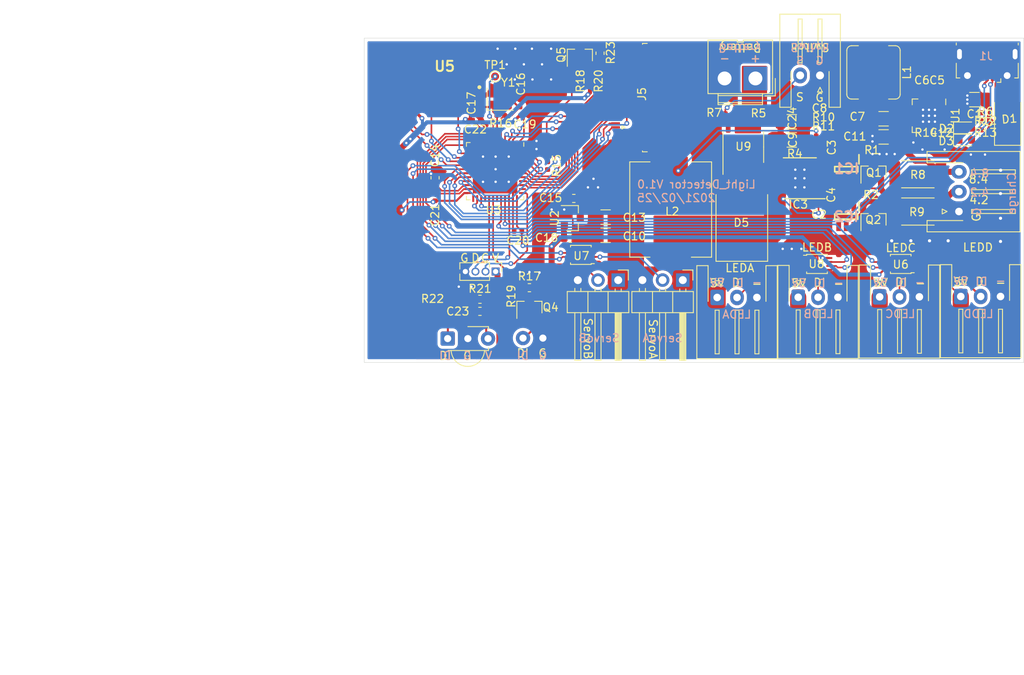
<source format=kicad_pcb>
(kicad_pcb (version 20171130) (host pcbnew "(5.1.6)-1")
  (layers (0 F.Cu signal) (31 B.Cu signal) (34 B.Paste user hide) (35 F.Paste user hide) (36 B.SilkS user) (37 F.SilkS user) (38 B.Mask user hide) (39 F.Mask user hide) (44 Edge.Cuts user))
  (net 0 "")
  (net 1 Earth)
  (net 2 +3V3)
  (net 3 /BLK)
  (net 4 /LEDK)
  (net 5 /SWDIO)
  (net 6 /SWCLK)
  (net 7 "Net-(Q1-Pad3)")
  (net 8 /XTALA)
  (net 9 /XTALB)
  (net 10 VBUS)
  (net 11 "Net-(D2-Pad2)")
  (net 12 "Net-(D2-Pad1)")
  (net 13 "Net-(D3-Pad1)")
  (net 14 "Net-(IC1-Pad6)")
  (net 15 "Net-(IC1-Pad4)")
  (net 16 /RS)
  (net 17 /DB7)
  (net 18 /DB6)
  (net 19 /DB5)
  (net 20 /DB4)
  (net 21 /DB3)
  (net 22 /DB2)
  (net 23 /DB1)
  (net 24 /DB0)
  (net 25 /USBDM)
  (net 26 /USBDP)
  (net 27 /IR_DATA)
  (net 28 "Net-(TP1-Pad1)")
  (net 29 /F_MOSI)
  (net 30 /F_MISO)
  (net 31 /F_CLK)
  (net 32 /F_CS)
  (net 33 "Net-(Q4-Pad1)")
  (net 34 "Net-(R14-Pad2)")
  (net 35 "Net-(C2-Pad2)")
  (net 36 "Net-(C2-Pad1)")
  (net 37 /VBM)
  (net 38 "Net-(C3-Pad1)")
  (net 39 "Net-(C4-Pad1)")
  (net 40 "Net-(C6-Pad2)")
  (net 41 "Net-(C6-Pad1)")
  (net 42 "Net-(C7-Pad1)")
  (net 43 +5V)
  (net 44 /FB)
  (net 45 /V_BAT)
  (net 46 +BATT)
  (net 47 "Net-(C12-Pad1)")
  (net 48 "Net-(C14-Pad2)")
  (net 49 "Net-(C23-Pad1)")
  (net 50 "Net-(D1-Pad2)")
  (net 51 "Net-(D3-Pad2)")
  (net 52 "Net-(IC1-Pad5)")
  (net 53 "Net-(IC1-Pad1)")
  (net 54 "Net-(IC2-Pad6)")
  (net 55 "Net-(IC2-Pad5)")
  (net 56 "Net-(IC2-Pad4)")
  (net 57 "Net-(IC2-Pad1)")
  (net 58 "Net-(IC3-Pad5)")
  (net 59 "Net-(IC3-Pad3)")
  (net 60 "Net-(IC3-Pad2)")
  (net 61 "Net-(J1-Pad4)")
  (net 62 "Net-(Q4-Pad3)")
  (net 63 "Net-(D4-Pad2)")
  (net 64 "Net-(Q5-Pad3)")
  (net 65 "Net-(Q5-Pad1)")
  (net 66 "Net-(R3-Pad2)")
  (net 67 "Net-(R5-Pad1)")
  (net 68 "Net-(R6-Pad1)")
  (net 69 "Net-(R7-Pad1)")
  (net 70 "Net-(Q2-Pad3)")
  (net 71 "Net-(R15-Pad1)")
  (net 72 /IR)
  (net 73 "Net-(U1-Pad10)")
  (net 74 /SERVOA_IN)
  (net 75 /SERVOB_IN)
  (net 76 "Net-(U3-Pad38)")
  (net 77 "Net-(U3-Pad31)")
  (net 78 "Net-(U3-Pad28)")
  (net 79 /CS)
  (net 80 /RESET)
  (net 81 "Net-(U3-Pad25)")
  (net 82 /LEDD_DI_IN)
  (net 83 /LEDC_DI_IN)
  (net 84 /LEDB_DI_IN)
  (net 85 /LEDA_DI_IN)
  (net 86 /WR)
  (net 87 /RD)
  (net 88 /LEDD_DI_OUT)
  (net 89 /LEDC_DI_OUT)
  (net 90 /SERVOB_OUT)
  (net 91 /SERVOA_OUT)
  (net 92 /LEDB_DI_OUT)
  (net 93 /LEDA_DI_OUT)
  (module Capacitor_SMD:C_0402_1005Metric (layer F.Cu) (at 74.356 32.319 180)
    (fp_text reference C8 (at 0.061 3.49) (layer F.SilkS))
    (fp_text value 82pF)
    (pad 2 smd roundrect (at 0.485 0 180) (size 0.59 0.64) (layers F.Cu F.Paste F.Mask) (net 43 +5V))
    (pad 1 smd roundrect (at -0.485 0 180) (size 0.59 0.64) (layers F.Cu F.Paste F.Mask) (net 44 /FB))
  )
  (module Resistor_SMD:R_0402_1005Metric (layer F.Cu) (at 28.001 52.893 180)
    (fp_text reference R22 (at 2.4105 0.061) (layer F.SilkS))
    (fp_text value 10K)
    (pad 2 smd roundrect (at 0.485 0 180) (size 0.59 0.64) (layers F.Cu F.Paste F.Mask) (net 27 /IR_DATA))
    (pad 1 smd roundrect (at -0.485 0 180) (size 0.59 0.64) (layers F.Cu F.Paste F.Mask) (net 2 +3V3))
  )
  (module Resistor_SMD:R_0402_1005Metric (layer F.Cu) (at 45.4 25.08 90)
    (fp_text reference R20 (at -0.32 1.082 90) (layer F.SilkS))
    (fp_text value 10K)
    (pad 2 smd roundrect (at 0.485 0 90) (size 0.59 0.64) (layers F.Cu F.Paste F.Mask) (net 65 "Net-(Q5-Pad1)"))
    (pad 1 smd roundrect (at -0.485 0 90) (size 0.59 0.64) (layers F.Cu F.Paste F.Mask) (net 2 +3V3))
  )
  (module Resistor_SMD:R_0402_1005Metric (layer F.Cu) (at 35.494 54.798 90)
    (fp_text reference R19 (at 2.2835 0.0025 90) (layer F.SilkS))
    (fp_text value 1K)
    (pad 2 smd roundrect (at 0.485 0 90) (size 0.59 0.64) (layers F.Cu F.Paste F.Mask) (net 72 /IR))
    (pad 1 smd roundrect (at -0.485 0 90) (size 0.59 0.64) (layers F.Cu F.Paste F.Mask) (net 33 "Net-(Q4-Pad1)"))
  )
  (module Resistor_SMD:R_0402_1005Metric (layer F.Cu) (at 43.114 25.08 270)
    (fp_text reference R18 (at 0.32 -1.082 90) (layer F.SilkS))
    (fp_text value 1K)
    (pad 2 smd roundrect (at 0.485 0 270) (size 0.59 0.64) (layers F.Cu F.Paste F.Mask) (net 3 /BLK))
    (pad 1 smd roundrect (at -0.485 0 270) (size 0.59 0.64) (layers F.Cu F.Paste F.Mask) (net 65 "Net-(Q5-Pad1)"))
  )
  (module Resistor_SMD:R_0402_1005Metric (layer F.Cu) (at 34.163 29.718)
    (fp_text reference R16 (at 0 1.016) (layer F.SilkS))
    (fp_text value 10M)
    (pad 2 smd roundrect (at 0.485 0) (size 0.59 0.64) (layers F.Cu F.Paste F.Mask) (net 8 /XTALA))
    (pad 1 smd roundrect (at -0.485 0) (size 0.59 0.64) (layers F.Cu F.Paste F.Mask) (net 9 /XTALB))
  )
  (module Resistor_SMD:R_0402_1005Metric (layer F.Cu) (at 40.0685 36.068 90)
    (fp_text reference R15 (at 0 1.143 90) (layer F.SilkS))
    (fp_text value 100K)
    (pad 2 smd roundrect (at 0.485 0 90) (size 0.59 0.64) (layers F.Cu F.Paste F.Mask) (net 1 Earth))
    (pad 1 smd roundrect (at -0.485 0 90) (size 0.59 0.64) (layers F.Cu F.Paste F.Mask) (net 71 "Net-(R15-Pad1)"))
  )
  (module Resistor_SMD:R_0402_1005Metric (layer F.Cu) (at 87.691 33.081)
    (fp_text reference R14 (at 0 -1.17) (layer F.SilkS))
    (fp_text value 5.1K)
    (pad 2 smd roundrect (at 0.485 0) (size 0.59 0.64) (layers F.Cu F.Paste F.Mask) (net 34 "Net-(R14-Pad2)"))
    (pad 1 smd roundrect (at -0.485 0) (size 0.59 0.64) (layers F.Cu F.Paste F.Mask) (net 1 Earth))
  )
  (module Resistor_SMD:R_0402_1005Metric (layer F.Cu) (at 95.184 33.081)
    (fp_text reference R13 (at 0 -1.17) (layer F.SilkS))
    (fp_text value 1K)
    (pad 2 smd roundrect (at 0.485 0) (size 0.59 0.64) (layers F.Cu F.Paste F.Mask) (net 10 VBUS))
    (pad 1 smd roundrect (at -0.485 0) (size 0.59 0.64) (layers F.Cu F.Paste F.Mask) (net 51 "Net-(D3-Pad2)"))
  )
  (module Resistor_SMD:R_0402_1005Metric (layer F.Cu) (at 95.184 31.557)
    (fp_text reference R12 (at 0 -1.17) (layer F.SilkS))
    (fp_text value 1K)
    (pad 2 smd roundrect (at 0.485 0) (size 0.59 0.64) (layers F.Cu F.Paste F.Mask) (net 10 VBUS))
    (pad 1 smd roundrect (at -0.485 0) (size 0.59 0.64) (layers F.Cu F.Paste F.Mask) (net 11 "Net-(D2-Pad2)"))
  )
  (module Resistor_SMD:R_0402_1005Metric (layer F.Cu) (at 74.356 34.351)
    (fp_text reference R11 (at 0.447 -3.236) (layer F.SilkS))
    (fp_text value 31.6k)
    (pad 2 smd roundrect (at 0.485 0) (size 0.59 0.64) (layers F.Cu F.Paste F.Mask) (net 44 /FB))
    (pad 1 smd roundrect (at -0.485 0) (size 0.59 0.64) (layers F.Cu F.Paste F.Mask) (net 1 Earth))
  )
  (module Resistor_SMD:R_0402_1005Metric (layer F.Cu) (at 74.356 33.335 180)
    (fp_text reference R10 (at -0.447 3.363) (layer F.SilkS))
    (fp_text value 100K)
    (pad 2 smd roundrect (at 0.485 0 180) (size 0.59 0.64) (layers F.Cu F.Paste F.Mask) (net 43 +5V))
    (pad 1 smd roundrect (at -0.485 0 180) (size 0.59 0.64) (layers F.Cu F.Paste F.Mask) (net 44 /FB))
  )
  (module Resistor_SMD:R_0402_1005Metric (layer F.Cu) (at 62.926 29.525)
    (fp_text reference R7 (at -1.9025 -0.1245) (layer F.SilkS))
    (fp_text value 100R)
    (pad 2 smd roundrect (at 0.485 0) (size 0.59 0.64) (layers F.Cu F.Paste F.Mask) (net 67 "Net-(R5-Pad1)"))
    (pad 1 smd roundrect (at -0.485 0) (size 0.59 0.64) (layers F.Cu F.Paste F.Mask) (net 69 "Net-(R7-Pad1)"))
  )
  (module Resistor_SMD:R_0402_1005Metric (layer F.Cu) (at 95.184 30.414)
    (fp_text reference R6 (at 0 -1.17) (layer F.SilkS))
    (fp_text value 10K)
    (pad 2 smd roundrect (at 0.485 0) (size 0.59 0.64) (layers F.Cu F.Paste F.Mask) (net 10 VBUS))
    (pad 1 smd roundrect (at -0.485 0) (size 0.59 0.64) (layers F.Cu F.Paste F.Mask) (net 68 "Net-(R6-Pad1)"))
  )
  (module Resistor_SMD:R_0402_1005Metric (layer F.Cu) (at 64.831 29.525)
    (fp_text reference R5 (at 1.7805 -0.061) (layer F.SilkS))
    (fp_text value 10K)
    (pad 2 smd roundrect (at 0.485 0) (size 0.59 0.64) (layers F.Cu F.Paste F.Mask) (net 46 +BATT))
    (pad 1 smd roundrect (at -0.485 0) (size 0.59 0.64) (layers F.Cu F.Paste F.Mask) (net 67 "Net-(R5-Pad1)"))
  )
  (module Resistor_SMD:R_0402_1005Metric (layer F.Cu) (at 69.403 34.605 180)
    (fp_text reference R4 (at -1.7805 0.061) (layer F.SilkS))
    (fp_text value 100K)
    (pad 2 smd roundrect (at 0.485 0 180) (size 0.59 0.64) (layers F.Cu F.Paste F.Mask) (net 58 "Net-(IC3-Pad5)"))
    (pad 1 smd roundrect (at -0.485 0 180) (size 0.59 0.64) (layers F.Cu F.Paste F.Mask) (net 45 /V_BAT))
  )
  (module Resistor_SMD:R_0402_1005Metric (layer F.Cu) (at 95.184 29.398 180)
    (fp_text reference R3 (at 0 -1.17) (layer F.SilkS))
    (fp_text value 10K)
    (pad 2 smd roundrect (at 0.485 0 180) (size 0.59 0.64) (layers F.Cu F.Paste F.Mask) (net 66 "Net-(R3-Pad2)"))
    (pad 1 smd roundrect (at -0.485 0 180) (size 0.59 0.64) (layers F.Cu F.Paste F.Mask) (net 10 VBUS))
  )
  (module Resistor_SMD:R_0402_1005Metric (layer F.Cu) (at 79.055 39.812 180)
    (fp_text reference R2 (at -1.717 0.061) (layer F.SilkS))
    (fp_text value 100R)
    (pad 2 smd roundrect (at 0.485 0 180) (size 0.59 0.64) (layers F.Cu F.Paste F.Mask) (net 39 "Net-(C4-Pad1)"))
    (pad 1 smd roundrect (at -0.485 0 180) (size 0.59 0.64) (layers F.Cu F.Paste F.Mask) (net 37 /VBM))
  )
  (module Resistor_SMD:R_0402_1005Metric (layer F.Cu) (at 79.055 33.843 180)
    (fp_text reference R1 (at -1.844 -0.2565) (layer F.SilkS))
    (fp_text value 100R)
    (pad 2 smd roundrect (at 0.485 0 180) (size 0.59 0.64) (layers F.Cu F.Paste F.Mask) (net 38 "Net-(C3-Pad1)"))
    (pad 1 smd roundrect (at -0.485 0 180) (size 0.59 0.64) (layers F.Cu F.Paste F.Mask) (net 46 +BATT))
  )
  (module Capacitor_SMD:C_0402_1005Metric (layer F.Cu) (at 31.115 30.353)
    (fp_text reference C22 (at -0.127 1.143) (layer F.SilkS))
    (fp_text value 0.1uF)
    (pad 2 smd roundrect (at 0.485 0) (size 0.59 0.64) (layers F.Cu F.Paste F.Mask) (net 1 Earth))
    (pad 1 smd roundrect (at -0.485 0) (size 0.59 0.64) (layers F.Cu F.Paste F.Mask) (net 2 +3V3))
  )
  (module Capacitor_SMD:C_0402_1005Metric (layer F.Cu) (at 25.908 40.005 90)
    (fp_text reference C21 (at -2.286 0 90) (layer F.SilkS))
    (fp_text value 0.1uF)
    (pad 2 smd roundrect (at 0.485 0 90) (size 0.59 0.64) (layers F.Cu F.Paste F.Mask) (net 1 Earth))
    (pad 1 smd roundrect (at -0.485 0 90) (size 0.59 0.64) (layers F.Cu F.Paste F.Mask) (net 2 +3V3))
  )
  (module Capacitor_SMD:C_0402_1005Metric (layer F.Cu) (at 36.345 44.323 180)
    (fp_text reference C20 (at 0 -1.17) (layer F.SilkS))
    (fp_text value 0.1uF)
    (pad 2 smd roundrect (at 0.485 0 180) (size 0.59 0.64) (layers F.Cu F.Paste F.Mask) (net 1 Earth))
    (pad 1 smd roundrect (at -0.485 0 180) (size 0.59 0.64) (layers F.Cu F.Paste F.Mask) (net 2 +3V3))
  )
  (module Capacitor_SMD:C_0402_1005Metric (layer F.Cu) (at 37.211 29.718)
    (fp_text reference C19 (at 0 1.143) (layer F.SilkS))
    (fp_text value 0.1uF)
    (pad 2 smd roundrect (at 0.485 0) (size 0.59 0.64) (layers F.Cu F.Paste F.Mask) (net 1 Earth))
    (pad 1 smd roundrect (at -0.485 0) (size 0.59 0.64) (layers F.Cu F.Paste F.Mask) (net 2 +3V3))
  )
  (module Capacitor_SMD:C_0402_1005Metric (layer F.Cu) (at 31.623 28.194 270)
    (fp_text reference C17 (at 0 1.143 90) (layer F.SilkS))
    (fp_text value 22pF)
    (pad 2 smd roundrect (at 0.485 0 270) (size 0.59 0.64) (layers F.Cu F.Paste F.Mask) (net 9 /XTALB))
    (pad 1 smd roundrect (at -0.485 0 270) (size 0.59 0.64) (layers F.Cu F.Paste F.Mask) (net 1 Earth))
  )
  (module Capacitor_SMD:C_0402_1005Metric (layer F.Cu) (at 36.576 28.194 270)
    (fp_text reference C16 (at -2.413 -0.127 90) (layer F.SilkS))
    (fp_text value 22pF)
    (pad 2 smd roundrect (at 0.485 0 270) (size 0.59 0.64) (layers F.Cu F.Paste F.Mask) (net 8 /XTALA))
    (pad 1 smd roundrect (at -0.485 0 270) (size 0.59 0.64) (layers F.Cu F.Paste F.Mask) (net 1 Earth))
  )
  (module Capacitor_SMD:C_0402_1005Metric (layer F.Cu) (at 89.596 33.081)
    (fp_text reference C12 (at 0 -1.17) (layer F.SilkS))
    (fp_text value 330nF)
    (pad 2 smd roundrect (at 0.485 0) (size 0.59 0.64) (layers F.Cu F.Paste F.Mask) (net 1 Earth))
    (pad 1 smd roundrect (at -0.485 0) (size 0.59 0.64) (layers F.Cu F.Paste F.Mask) (net 47 "Net-(C12-Pad1)"))
  )
  (module Capacitor_SMD:C_0402_1005Metric (layer F.Cu) (at 87.183 26.477)
    (fp_text reference C6 (at 0 -1.17) (layer F.SilkS))
    (fp_text value 100nF)
    (pad 2 smd roundrect (at 0.485 0) (size 0.59 0.64) (layers F.Cu F.Paste F.Mask) (net 40 "Net-(C6-Pad2)"))
    (pad 1 smd roundrect (at -0.485 0) (size 0.59 0.64) (layers F.Cu F.Paste F.Mask) (net 41 "Net-(C6-Pad1)"))
  )
  (module Capacitor_SMD:C_0402_1005Metric (layer F.Cu) (at 89.088 26.477)
    (fp_text reference C5 (at 0 -1.17) (layer F.SilkS))
    (fp_text value 100nF)
    (pad 2 smd roundrect (at 0.485 0) (size 0.59 0.64) (layers F.Cu F.Paste F.Mask) (net 1 Earth))
    (pad 1 smd roundrect (at -0.485 0) (size 0.59 0.64) (layers F.Cu F.Paste F.Mask) (net 10 VBUS))
  )
  (module Capacitor_SMD:C_0402_1005Metric (layer F.Cu) (at 77.15 39.812 180)
    (fp_text reference C4 (at 1.3945 0.061 90) (layer F.SilkS))
    (fp_text value 100nF)
    (pad 2 smd roundrect (at 0.485 0 180) (size 0.59 0.64) (layers F.Cu F.Paste F.Mask) (net 1 Earth))
    (pad 1 smd roundrect (at -0.485 0 180) (size 0.59 0.64) (layers F.Cu F.Paste F.Mask) (net 39 "Net-(C4-Pad1)"))
  )
  (module Capacitor_SMD:C_0402_1005Metric (layer F.Cu) (at 77.15 33.843 180)
    (fp_text reference C3 (at 1.331 0.061 90) (layer F.SilkS))
    (fp_text value 100nF)
    (pad 2 smd roundrect (at 0.485 0 180) (size 0.59 0.64) (layers F.Cu F.Paste F.Mask) (net 37 /VBM))
    (pad 1 smd roundrect (at -0.485 0 180) (size 0.59 0.64) (layers F.Cu F.Paste F.Mask) (net 38 "Net-(C3-Pad1)"))
  )
  (module Capacitor_SMD:C_0402_1005Metric (layer F.Cu) (at 74.229 40.955)
    (fp_text reference C2 (at 0 1.27) (layer F.SilkS))
    (fp_text value 10nF)
    (pad 2 smd roundrect (at 0.485 0) (size 0.59 0.64) (layers F.Cu F.Paste F.Mask) (net 35 "Net-(C2-Pad2)"))
    (pad 1 smd roundrect (at -0.485 0) (size 0.59 0.64) (layers F.Cu F.Paste F.Mask) (net 36 "Net-(C2-Pad1)"))
  )
  (module Connector_JST:JST_XH_S2B-XH-A-1_1x02_P2.50mm_Horizontal (layer F.Cu) (at 74.356 24.699 180)
    (fp_text reference SW1 hide)
    (fp_text value Power_BT)
    (pad 2 thru_hole oval (at 2.5 0 180) (size 1.7 2) (drill 1) (layers *.Cu *.Mask) (net 69 "Net-(R7-Pad1)"))
    (pad 1 thru_hole roundrect (at 0 0 180) (size 1.7 2) (drill 1) (layers *.Cu *.Mask) (roundrect_rratio 0.147059) (net 1 Earth))
  )
  (module Connector:JWT_A3963_1x02_P3.96mm_Vertical (layer F.Cu) (at 66.228 25.08 180)
    (fp_text reference BT1 hide)
    (fp_text value Battery)
    (pad 2 thru_hole circle (at 3.88 0 180) (size 3 3) (drill 1.75) (layers *.Cu *.Mask) (net 1 Earth))
    (pad 1 thru_hole rect (at 0 0 180) (size 3 3) (drill 1.75) (layers *.Cu *.Mask) (net 46 +BATT))
  )
  (module Resistor_SMD:R_2512_6332Metric (layer F.Cu) (at 86.675 41.844 180)
    (fp_text reference R9 (at 0.1245 -0.066) (layer F.SilkS))
    (fp_text value 20R)
    (pad 2 smd roundrect (at 2.9 0 180) (size 1.35 3.35) (layers F.Cu F.Paste F.Mask) (roundrect_rratio 0.185185) (net 70 "Net-(Q2-Pad3)"))
    (pad 1 smd roundrect (at -2.9 0 180) (size 1.35 3.35) (layers F.Cu F.Paste F.Mask) (roundrect_rratio 0.185185) (net 37 /VBM))
  )
  (module Resistor_SMD:R_2512_6332Metric (layer F.Cu) (at 86.67 37.145 180)
    (fp_text reference R8 (at -0.0075 -0.066) (layer F.SilkS))
    (fp_text value 20R)
    (pad 2 smd roundrect (at 2.9 0 180) (size 1.35 3.35) (layers F.Cu F.Paste F.Mask) (roundrect_rratio 0.185185) (net 7 "Net-(Q1-Pad3)"))
    (pad 1 smd roundrect (at -2.9 0 180) (size 1.35 3.35) (layers F.Cu F.Paste F.Mask) (roundrect_rratio 0.185185) (net 46 +BATT))
  )
  (module Crystal:Crystal_SMD_2520-4Pin_2.5x2.0mm (layer F.Cu) (at 34.111 27.682)
    (fp_text reference Y1 (at 1.0045 -2.0915) (layer F.SilkS))
    (fp_text value 25MHz/20pF/10ppm)
    (pad 4 smd rect (at -0.875 -0.7) (size 1.15 1) (layers F.Cu F.Paste F.Mask) (net 1 Earth))
    (pad 3 smd rect (at 0.875 -0.7) (size 1.15 1) (layers F.Cu F.Paste F.Mask) (net 8 /XTALA))
    (pad 2 smd rect (at 0.875 0.7) (size 1.15 1) (layers F.Cu F.Paste F.Mask) (net 1 Earth))
    (pad 1 smd rect (at -0.875 0.7) (size 1.15 1) (layers F.Cu F.Paste F.Mask) (net 9 /XTALB))
  )
  (module Package_SO:SOP-8_3.9x4.9mm_P1.27mm (layer F.Cu) (at 64.704 33.716 90)
    (fp_text reference U9 (at 0.061 0.0025 180) (layer F.SilkS))
    (fp_text value AO4459)
    (pad 8 smd roundrect (at 2.625 -1.905 90) (size 1.65 0.6) (layers F.Cu F.Paste F.Mask) (net 67 "Net-(R5-Pad1)"))
    (pad 7 smd roundrect (at 2.625 -0.635 90) (size 1.65 0.6) (layers F.Cu F.Paste F.Mask) (net 46 +BATT))
    (pad 6 smd roundrect (at 2.625 0.635 90) (size 1.65 0.6) (layers F.Cu F.Paste F.Mask) (net 46 +BATT))
    (pad 5 smd roundrect (at 2.625 1.905 90) (size 1.65 0.6) (layers F.Cu F.Paste F.Mask) (net 46 +BATT))
    (pad 4 smd roundrect (at -2.625 1.905 90) (size 1.65 0.6) (layers F.Cu F.Paste F.Mask) (net 45 /V_BAT))
    (pad 3 smd roundrect (at -2.625 0.635 90) (size 1.65 0.6) (layers F.Cu F.Paste F.Mask) (net 45 /V_BAT))
    (pad 2 smd roundrect (at -2.625 -0.635 90) (size 1.65 0.6) (layers F.Cu F.Paste F.Mask) (net 45 /V_BAT))
    (pad 1 smd roundrect (at -2.625 -1.905 90) (size 1.65 0.6) (layers F.Cu F.Paste F.Mask) (net 45 /V_BAT))
  )
  (module Package_SO:VSSOP-8_2.4x2.1mm_P0.5mm (layer F.Cu) (at 73.975 48.448)
    (fp_text reference U8 (at -0.061 0.0025) (layer F.SilkS))
    (fp_text value SN74LVC2T45DCUR)
    (pad 8 smd rect (at 1.55 -0.75) (size 0.75 0.25) (layers F.Cu F.Paste F.Mask) (net 2 +3V3))
    (pad 7 smd rect (at 1.55 -0.25) (size 0.75 0.25) (layers F.Cu F.Paste F.Mask) (net 85 /LEDA_DI_IN))
    (pad 6 smd rect (at 1.55 0.25) (size 0.75 0.25) (layers F.Cu F.Paste F.Mask) (net 84 /LEDB_DI_IN))
    (pad 5 smd rect (at 1.55 0.75) (size 0.75 0.25) (layers F.Cu F.Paste F.Mask) (net 1 Earth))
    (pad 4 smd rect (at -1.55 0.75) (size 0.75 0.25) (layers F.Cu F.Paste F.Mask) (net 1 Earth))
    (pad 3 smd rect (at -1.55 0.25) (size 0.75 0.25) (layers F.Cu F.Paste F.Mask) (net 92 /LEDB_DI_OUT))
    (pad 2 smd rect (at -1.55 -0.25) (size 0.75 0.25) (layers F.Cu F.Paste F.Mask) (net 93 /LEDA_DI_OUT))
    (pad 1 smd rect (at -1.55 -0.75) (size 0.75 0.25) (layers F.Cu F.Paste F.Mask) (net 43 +5V))
  )
  (module Package_SO:VSSOP-8_2.4x2.1mm_P0.5mm (layer F.Cu) (at 44.257 47.305 180)
    (fp_text reference U7 (at -0.066 -0.1295) (layer F.SilkS))
    (fp_text value SN74LVC2T45DCUR)
    (pad 8 smd rect (at 1.55 -0.75 180) (size 0.75 0.25) (layers F.Cu F.Paste F.Mask) (net 2 +3V3))
    (pad 7 smd rect (at 1.55 -0.25 180) (size 0.75 0.25) (layers F.Cu F.Paste F.Mask) (net 74 /SERVOA_IN))
    (pad 6 smd rect (at 1.55 0.25 180) (size 0.75 0.25) (layers F.Cu F.Paste F.Mask) (net 75 /SERVOB_IN))
    (pad 5 smd rect (at 1.55 0.75 180) (size 0.75 0.25) (layers F.Cu F.Paste F.Mask) (net 1 Earth))
    (pad 4 smd rect (at -1.55 0.75 180) (size 0.75 0.25) (layers F.Cu F.Paste F.Mask) (net 1 Earth))
    (pad 3 smd rect (at -1.55 0.25 180) (size 0.75 0.25) (layers F.Cu F.Paste F.Mask) (net 90 /SERVOB_OUT))
    (pad 2 smd rect (at -1.55 -0.25 180) (size 0.75 0.25) (layers F.Cu F.Paste F.Mask) (net 91 /SERVOA_OUT))
    (pad 1 smd rect (at -1.55 -0.75 180) (size 0.75 0.25) (layers F.Cu F.Paste F.Mask) (net 43 +5V))
  )
  (module Package_SO:VSSOP-8_2.4x2.1mm_P0.5mm (layer F.Cu) (at 84.516 48.448 180)
    (fp_text reference U6 (at 0 -0.066) (layer F.SilkS))
    (fp_text value SN74LVC2T45DCUR)
    (pad 8 smd rect (at 1.55 -0.75 180) (size 0.75 0.25) (layers F.Cu F.Paste F.Mask) (net 2 +3V3))
    (pad 7 smd rect (at 1.55 -0.25 180) (size 0.75 0.25) (layers F.Cu F.Paste F.Mask) (net 83 /LEDC_DI_IN))
    (pad 6 smd rect (at 1.55 0.25 180) (size 0.75 0.25) (layers F.Cu F.Paste F.Mask) (net 82 /LEDD_DI_IN))
    (pad 5 smd rect (at 1.55 0.75 180) (size 0.75 0.25) (layers F.Cu F.Paste F.Mask) (net 1 Earth))
    (pad 4 smd rect (at -1.55 0.75 180) (size 0.75 0.25) (layers F.Cu F.Paste F.Mask) (net 1 Earth))
    (pad 3 smd rect (at -1.55 0.25 180) (size 0.75 0.25) (layers F.Cu F.Paste F.Mask) (net 88 /LEDD_DI_OUT))
    (pad 2 smd rect (at -1.55 -0.25 180) (size 0.75 0.25) (layers F.Cu F.Paste F.Mask) (net 89 /LEDC_DI_OUT))
    (pad 1 smd rect (at -1.55 -0.75 180) (size 0.75 0.25) (layers F.Cu F.Paste F.Mask) (net 43 +5V))
  )
  (module SamacSys_Parts:SON127P800X600X80-9N-D (layer F.Cu) (at 27.112 23.556 180)
    (fp_text reference U5 (at 0 0) (layer F.SilkS) (effects (font (size 1.27 1.27) (thickness 0.254))))
    (fp_text value W25Q128JVS hide)
    (pad 9 smd rect (at 0 0 180) (size 3.45 4.35) (layers F.Cu F.Paste F.Mask))
    (pad 8 smd rect (at 3.9 -1.905 270) (size 0.45 0.95) (layers F.Cu F.Paste F.Mask) (net 2 +3V3))
    (pad 7 smd rect (at 3.9 -0.635 270) (size 0.45 0.95) (layers F.Cu F.Paste F.Mask) (net 2 +3V3))
    (pad 6 smd rect (at 3.9 0.635 270) (size 0.45 0.95) (layers F.Cu F.Paste F.Mask) (net 31 /F_CLK))
    (pad 5 smd rect (at 3.9 1.905 270) (size 0.45 0.95) (layers F.Cu F.Paste F.Mask) (net 29 /F_MOSI))
    (pad 4 smd rect (at -3.9 1.905 270) (size 0.45 0.95) (layers F.Cu F.Paste F.Mask) (net 1 Earth))
    (pad 3 smd rect (at -3.9 0.635 270) (size 0.45 0.95) (layers F.Cu F.Paste F.Mask) (net 2 +3V3))
    (pad 2 smd rect (at -3.9 -0.635 270) (size 0.45 0.95) (layers F.Cu F.Paste F.Mask) (net 30 /F_MISO))
    (pad 1 smd rect (at -3.9 -1.905 270) (size 0.45 0.95) (layers F.Cu F.Paste F.Mask) (net 32 /F_CS))
  )
  (module OptoDevice:Vishay_MINICAST-3Pin (layer F.Cu) (at 27.493 57.846)
    (fp_text reference U4 hide)
    (fp_text value TSMP58138)
    (pad 3 thru_hole circle (at 5.08 0) (size 1.8 1.8) (drill 0.9) (layers *.Cu *.Mask) (net 49 "Net-(C23-Pad1)"))
    (pad 2 thru_hole circle (at 2.54 0) (size 1.8 1.8) (drill 0.9) (layers *.Cu *.Mask) (net 1 Earth))
    (pad 1 thru_hole roundrect (at 0 0) (size 1.8 1.8) (drill 0.9) (layers *.Cu *.Mask) (roundrect_rratio 0.139) (net 27 /IR_DATA))
  )
  (module Package_DFN_QFN:QFN-48-1EP_7x7mm_P0.5mm_EP5.6x5.6mm (layer F.Cu) (at 33.462 36.764 270)
    (fp_text reference U3 (at 4.892 0.188 180) (layer F.SilkS))
    (fp_text value STM32F401CCUx)
    (pad 49 smd rect (at 0 0 270) (size 5.6 5.6) (layers F.Cu F.Mask) (net 1 Earth))
    (pad 48 smd roundrect (at -2.75 -3.4375 270) (size 0.25 0.875) (layers F.Cu F.Paste F.Mask) (net 2 +3V3))
    (pad 47 smd roundrect (at -2.25 -3.4375 270) (size 0.25 0.875) (layers F.Cu F.Paste F.Mask) (net 1 Earth))
    (pad 46 smd roundrect (at -1.75 -3.4375 270) (size 0.25 0.875) (layers F.Cu F.Paste F.Mask) (net 74 /SERVOA_IN))
    (pad 45 smd roundrect (at -1.25 -3.4375 270) (size 0.25 0.875) (layers F.Cu F.Paste F.Mask) (net 75 /SERVOB_IN))
    (pad 44 smd roundrect (at -0.75 -3.4375 270) (size 0.25 0.875) (layers F.Cu F.Paste F.Mask) (net 71 "Net-(R15-Pad1)"))
    (pad 43 smd roundrect (at -0.25 -3.4375 270) (size 0.25 0.875) (layers F.Cu F.Paste F.Mask) (net 17 /DB7))
    (pad 42 smd roundrect (at 0.25 -3.4375 270) (size 0.25 0.875) (layers F.Cu F.Paste F.Mask) (net 18 /DB6))
    (pad 41 smd roundrect (at 0.75 -3.4375 270) (size 0.25 0.875) (layers F.Cu F.Paste F.Mask) (net 19 /DB5))
    (pad 40 smd roundrect (at 1.25 -3.4375 270) (size 0.25 0.875) (layers F.Cu F.Paste F.Mask) (net 20 /DB4))
    (pad 39 smd roundrect (at 1.75 -3.4375 270) (size 0.25 0.875) (layers F.Cu F.Paste F.Mask) (net 21 /DB3))
    (pad 38 smd roundrect (at 2.25 -3.4375 270) (size 0.25 0.875) (layers F.Cu F.Paste F.Mask) (net 76 "Net-(U3-Pad38)"))
    (pad 37 smd roundrect (at 2.75 -3.4375 270) (size 0.25 0.875) (layers F.Cu F.Paste F.Mask) (net 6 /SWCLK))
    (pad 36 smd roundrect (at 3.4375 -2.75 270) (size 0.875 0.25) (layers F.Cu F.Paste F.Mask) (net 2 +3V3))
    (pad 35 smd roundrect (at 3.4375 -2.25 270) (size 0.875 0.25) (layers F.Cu F.Paste F.Mask) (net 1 Earth))
    (pad 34 smd roundrect (at 3.4375 -1.75 270) (size 0.875 0.25) (layers F.Cu F.Paste F.Mask) (net 5 /SWDIO))
    (pad 33 smd roundrect (at 3.4375 -1.25 270) (size 0.875 0.25) (layers F.Cu F.Paste F.Mask) (net 26 /USBDP))
    (pad 32 smd roundrect (at 3.4375 -0.75 270) (size 0.875 0.25) (layers F.Cu F.Paste F.Mask) (net 25 /USBDM))
    (pad 31 smd roundrect (at 3.4375 -0.25 270) (size 0.875 0.25) (layers F.Cu F.Paste F.Mask) (net 77 "Net-(U3-Pad31)"))
    (pad 30 smd roundrect (at 3.4375 0.25 270) (size 0.875 0.25) (layers F.Cu F.Paste F.Mask) (net 72 /IR))
    (pad 29 smd roundrect (at 3.4375 0.75 270) (size 0.875 0.25) (layers F.Cu F.Paste F.Mask) (net 27 /IR_DATA))
    (pad 28 smd roundrect (at 3.4375 1.25 270) (size 0.875 0.25) (layers F.Cu F.Paste F.Mask) (net 78 "Net-(U3-Pad28)"))
    (pad 27 smd roundrect (at 3.4375 1.75 270) (size 0.875 0.25) (layers F.Cu F.Paste F.Mask) (net 79 /CS))
    (pad 26 smd roundrect (at 3.4375 2.25 270) (size 0.875 0.25) (layers F.Cu F.Paste F.Mask) (net 80 /RESET))
    (pad 25 smd roundrect (at 3.4375 2.75 270) (size 0.875 0.25) (layers F.Cu F.Paste F.Mask) (net 81 "Net-(U3-Pad25)"))
    (pad 24 smd roundrect (at 2.75 3.4375 270) (size 0.25 0.875) (layers F.Cu F.Paste F.Mask) (net 2 +3V3))
    (pad 23 smd roundrect (at 2.25 3.4375 270) (size 0.25 0.875) (layers F.Cu F.Paste F.Mask) (net 1 Earth))
    (pad 22 smd roundrect (at 1.75 3.4375 270) (size 0.25 0.875) (layers F.Cu F.Paste F.Mask) (net 48 "Net-(C14-Pad2)"))
    (pad 21 smd roundrect (at 1.25 3.4375 270) (size 0.25 0.875) (layers F.Cu F.Paste F.Mask) (net 3 /BLK))
    (pad 20 smd roundrect (at 0.75 3.4375 270) (size 0.25 0.875) (layers F.Cu F.Paste F.Mask) (net 22 /DB2))
    (pad 19 smd roundrect (at 0.25 3.4375 270) (size 0.25 0.875) (layers F.Cu F.Paste F.Mask) (net 23 /DB1))
    (pad 18 smd roundrect (at -0.25 3.4375 270) (size 0.25 0.875) (layers F.Cu F.Paste F.Mask) (net 24 /DB0))
    (pad 17 smd roundrect (at -0.75 3.4375 270) (size 0.25 0.875) (layers F.Cu F.Paste F.Mask) (net 29 /F_MOSI))
    (pad 16 smd roundrect (at -1.25 3.4375 270) (size 0.25 0.875) (layers F.Cu F.Paste F.Mask) (net 30 /F_MISO))
    (pad 15 smd roundrect (at -1.75 3.4375 270) (size 0.25 0.875) (layers F.Cu F.Paste F.Mask) (net 31 /F_CLK))
    (pad 14 smd roundrect (at -2.25 3.4375 270) (size 0.25 0.875) (layers F.Cu F.Paste F.Mask) (net 32 /F_CS))
    (pad 13 smd roundrect (at -2.75 3.4375 270) (size 0.25 0.875) (layers F.Cu F.Paste F.Mask) (net 82 /LEDD_DI_IN))
    (pad 12 smd roundrect (at -3.4375 2.75 270) (size 0.875 0.25) (layers F.Cu F.Paste F.Mask) (net 83 /LEDC_DI_IN))
    (pad 11 smd roundrect (at -3.4375 2.25 270) (size 0.875 0.25) (layers F.Cu F.Paste F.Mask) (net 84 /LEDB_DI_IN))
    (pad 10 smd roundrect (at -3.4375 1.75 270) (size 0.875 0.25) (layers F.Cu F.Paste F.Mask) (net 85 /LEDA_DI_IN))
    (pad 9 smd roundrect (at -3.4375 1.25 270) (size 0.875 0.25) (layers F.Cu F.Paste F.Mask) (net 2 +3V3))
    (pad 8 smd roundrect (at -3.4375 0.75 270) (size 0.875 0.25) (layers F.Cu F.Paste F.Mask) (net 1 Earth))
    (pad 7 smd roundrect (at -3.4375 0.25 270) (size 0.875 0.25) (layers F.Cu F.Paste F.Mask) (net 28 "Net-(TP1-Pad1)"))
    (pad 6 smd roundrect (at -3.4375 -0.25 270) (size 0.875 0.25) (layers F.Cu F.Paste F.Mask) (net 9 /XTALB))
    (pad 5 smd roundrect (at -3.4375 -0.75 270) (size 0.875 0.25) (layers F.Cu F.Paste F.Mask) (net 8 /XTALA))
    (pad 4 smd roundrect (at -3.4375 -1.25 270) (size 0.875 0.25) (layers F.Cu F.Paste F.Mask) (net 16 /RS))
    (pad 3 smd roundrect (at -3.4375 -1.75 270) (size 0.875 0.25) (layers F.Cu F.Paste F.Mask) (net 86 /WR))
    (pad 2 smd roundrect (at -3.4375 -2.25 270) (size 0.875 0.25) (layers F.Cu F.Paste F.Mask) (net 87 /RD))
    (pad 1 smd roundrect (at -3.4375 -2.75 270) (size 0.875 0.25) (layers F.Cu F.Paste F.Mask) (net 2 +3V3))
  )
  (module Package_TO_SOT_SMD:SOT-23 (layer F.Cu) (at 43.180003 42.671999)
    (fp_text reference U2 (at -2.222503 0.000001 90) (layer F.SilkS))
    (fp_text value XC6206)
    (pad 3 smd rect (at 1 0) (size 0.9 0.8) (layers F.Cu F.Paste F.Mask) (net 43 +5V))
    (pad 2 smd rect (at -1 0.95) (size 0.9 0.8) (layers F.Cu F.Paste F.Mask) (net 2 +3V3))
    (pad 1 smd rect (at -1 -0.95) (size 0.9 0.8) (layers F.Cu F.Paste F.Mask) (net 1 Earth))
  )
  (module Package_DFN_QFN:QFN-16-1EP_4x4mm_P0.65mm_EP2.1x2.1mm_ThermalVias (layer F.Cu) (at 88.072 29.779 270)
    (fp_text reference U1 (at 0 -3.32 90) (layer F.SilkS))
    (fp_text value SLM4800)
    (pad 17 smd rect (at 0 0 270) (size 2.1 2.1) (layers B.Cu) (net 1 Earth))
    (pad 17 thru_hole circle (at 0.75 0.75 270) (size 0.6 0.6) (drill 0.3) (layers *.Cu) (net 1 Earth))
    (pad 17 thru_hole circle (at 0 0.75 270) (size 0.6 0.6) (drill 0.3) (layers *.Cu) (net 1 Earth))
    (pad 17 thru_hole circle (at -0.75 0.75 270) (size 0.6 0.6) (drill 0.3) (layers *.Cu) (net 1 Earth))
    (pad 17 thru_hole circle (at 0.75 0 270) (size 0.6 0.6) (drill 0.3) (layers *.Cu) (net 1 Earth))
    (pad 17 thru_hole circle (at 0 0 270) (size 0.6 0.6) (drill 0.3) (layers *.Cu) (net 1 Earth))
    (pad 17 thru_hole circle (at -0.75 0 270) (size 0.6 0.6) (drill 0.3) (layers *.Cu) (net 1 Earth))
    (pad 17 thru_hole circle (at 0.75 -0.75 270) (size 0.6 0.6) (drill 0.3) (layers *.Cu) (net 1 Earth))
    (pad 17 thru_hole circle (at 0 -0.75 270) (size 0.6 0.6) (drill 0.3) (layers *.Cu) (net 1 Earth))
    (pad 17 thru_hole circle (at -0.75 -0.75 270) (size 0.6 0.6) (drill 0.3) (layers *.Cu) (net 1 Earth))
    (pad 17 smd rect (at 0 0 270) (size 2.1 2.1) (layers F.Cu F.Mask) (net 1 Earth))
    (pad 16 smd roundrect (at -0.975 -1.95 270) (size 0.3 0.85) (layers F.Cu F.Paste F.Mask) (net 68 "Net-(R6-Pad1)"))
    (pad 15 smd roundrect (at -0.325 -1.95 270) (size 0.3 0.85) (layers F.Cu F.Paste F.Mask) (net 1 Earth))
    (pad 14 smd roundrect (at 0.325 -1.95 270) (size 0.3 0.85) (layers F.Cu F.Paste F.Mask) (net 12 "Net-(D2-Pad1)"))
    (pad 13 smd roundrect (at 0.975 -1.95 270) (size 0.3 0.85) (layers F.Cu F.Paste F.Mask) (net 13 "Net-(D3-Pad1)"))
    (pad 12 smd roundrect (at 1.95 -0.975 270) (size 0.85 0.3) (layers F.Cu F.Paste F.Mask) (net 47 "Net-(C12-Pad1)"))
    (pad 11 smd roundrect (at 1.95 -0.325 270) (size 0.85 0.3) (layers F.Cu F.Paste F.Mask) (net 34 "Net-(R14-Pad2)"))
    (pad 10 smd roundrect (at 1.95 0.325 270) (size 0.85 0.3) (layers F.Cu F.Paste F.Mask) (net 73 "Net-(U1-Pad10)"))
    (pad 9 smd roundrect (at 1.95 0.975 270) (size 0.85 0.3) (layers F.Cu F.Paste F.Mask) (net 46 +BATT))
    (pad 8 smd roundrect (at 0.975 1.95 270) (size 0.3 0.85) (layers F.Cu F.Paste F.Mask) (net 42 "Net-(C7-Pad1)"))
    (pad 7 smd roundrect (at 0.325 1.95 270) (size 0.3 0.85) (layers F.Cu F.Paste F.Mask) (net 42 "Net-(C7-Pad1)"))
    (pad 6 smd roundrect (at -0.325 1.95 270) (size 0.3 0.85) (layers F.Cu F.Paste F.Mask) (net 41 "Net-(C6-Pad1)"))
    (pad 5 smd roundrect (at -0.975 1.95 270) (size 0.3 0.85) (layers F.Cu F.Paste F.Mask) (net 41 "Net-(C6-Pad1)"))
    (pad 4 smd roundrect (at -1.95 0.975 270) (size 0.85 0.3) (layers F.Cu F.Paste F.Mask) (net 1 Earth))
    (pad 3 smd roundrect (at -1.95 0.325 270) (size 0.85 0.3) (layers F.Cu F.Paste F.Mask) (net 40 "Net-(C6-Pad2)"))
    (pad 2 smd roundrect (at -1.95 -0.325 270) (size 0.85 0.3) (layers F.Cu F.Paste F.Mask) (net 10 VBUS))
    (pad 1 smd roundrect (at -1.95 -0.975 270) (size 0.85 0.3) (layers F.Cu F.Paste F.Mask) (net 66 "Net-(R3-Pad2)"))
  )
  (module TestPoint:TestPoint_Pad_D1.0mm (layer F.Cu) (at 33.4645 24.8285)
    (fp_text reference TP1 (at 0 -1.448) (layer F.SilkS))
    (fp_text value NRST)
    (pad 1 smd circle (at 0 0) (size 1 1) (layers F.Cu F.Mask) (net 28 "Net-(TP1-Pad1)"))
  )
  (module Resistor_SMD:R_0603_1608Metric (layer F.Cu) (at 46.67 21.905 90)
    (fp_text reference R23 (at 0.061 1.336 90) (layer F.SilkS))
    (fp_text value 10R)
    (pad 2 smd roundrect (at 0.7875 0 90) (size 0.875 0.95) (layers F.Cu F.Paste F.Mask) (net 64 "Net-(Q5-Pad3)"))
    (pad 1 smd roundrect (at -0.7875 0 90) (size 0.875 0.95) (layers F.Cu F.Paste F.Mask) (net 4 /LEDK))
  )
  (module Resistor_SMD:R_0603_1608Metric (layer F.Cu) (at 31.557 52.893 180)
    (fp_text reference R21 (at -0.0025 1.331) (layer F.SilkS))
    (fp_text value 100R)
    (pad 2 smd roundrect (at 0.7875 0 180) (size 0.875 0.95) (layers F.Cu F.Paste F.Mask) (net 2 +3V3))
    (pad 1 smd roundrect (at -0.7875 0 180) (size 0.875 0.95) (layers F.Cu F.Paste F.Mask) (net 49 "Net-(C23-Pad1)"))
  )
  (module Resistor_SMD:R_0603_1608Metric (layer F.Cu) (at 37.78 51.435)
    (fp_text reference R17 (at 0 -1.43) (layer F.SilkS))
    (fp_text value 100R)
    (pad 2 smd roundrect (at 0.7875 0) (size 0.875 0.95) (layers F.Cu F.Paste F.Mask) (net 2 +3V3))
    (pad 1 smd roundrect (at -0.7875 0) (size 0.875 0.95) (layers F.Cu F.Paste F.Mask) (net 62 "Net-(Q4-Pad3)"))
  )
  (module Package_TO_SOT_SMD:SOT-23 (layer F.Cu) (at 44.13 22.159 90)
    (fp_text reference Q5 (at 0.061 -2.347 90) (layer F.SilkS))
    (fp_text value SS8050)
    (pad 3 smd rect (at 1 0 90) (size 0.9 0.8) (layers F.Cu F.Paste F.Mask) (net 64 "Net-(Q5-Pad3)"))
    (pad 2 smd rect (at -1 0.95 90) (size 0.9 0.8) (layers F.Cu F.Paste F.Mask) (net 1 Earth))
    (pad 1 smd rect (at -1 -0.95 90) (size 0.9 0.8) (layers F.Cu F.Paste F.Mask) (net 65 "Net-(Q5-Pad1)"))
  )
  (module Package_TO_SOT_SMD:SOT-23 (layer F.Cu) (at 37.78 53.909 90)
    (fp_text reference Q4 (at -0.0025 2.6695 180) (layer F.SilkS))
    (fp_text value SS8050)
    (pad 3 smd rect (at 1 0 90) (size 0.9 0.8) (layers F.Cu F.Paste F.Mask) (net 62 "Net-(Q4-Pad3)"))
    (pad 2 smd rect (at -1 0.95 90) (size 0.9 0.8) (layers F.Cu F.Paste F.Mask) (net 63 "Net-(D4-Pad2)"))
    (pad 1 smd rect (at -1 -0.95 90) (size 0.9 0.8) (layers F.Cu F.Paste F.Mask) (net 33 "Net-(Q4-Pad1)"))
  )
  (module Package_TO_SOT_SMD:SOT-23 (layer F.Cu) (at 81.087 42.86 90)
    (fp_text reference Q2 (at -0.025 -0.025 180) (layer F.SilkS))
    (fp_text value SI2302)
    (pad 3 smd rect (at 1 0 90) (size 0.9 0.8) (layers F.Cu F.Paste F.Mask) (net 70 "Net-(Q2-Pad3)"))
    (pad 2 smd rect (at -1 0.95 90) (size 0.9 0.8) (layers F.Cu F.Paste F.Mask) (net 1 Earth))
    (pad 1 smd rect (at -1 -0.95 90) (size 0.9 0.8) (layers F.Cu F.Paste F.Mask) (net 54 "Net-(IC2-Pad6)"))
  )
  (module Package_TO_SOT_SMD:SOT-23 (layer F.Cu) (at 81.087 36.875 90)
    (fp_text reference Q1 (at -0.075 0.05 180) (layer F.SilkS))
    (fp_text value SI2302)
    (pad 3 smd rect (at 1 0 90) (size 0.9 0.8) (layers F.Cu F.Paste F.Mask) (net 7 "Net-(Q1-Pad3)"))
    (pad 2 smd rect (at -1 0.95 90) (size 0.9 0.8) (layers F.Cu F.Paste F.Mask) (net 37 /VBM))
    (pad 1 smd rect (at -1 -0.95 90) (size 0.9 0.8) (layers F.Cu F.Paste F.Mask) (net 14 "Net-(IC1-Pad6)"))
  )
  (module Inductor_SMD:L_Neosid_SM-PIC1004H (layer F.Cu) (at 55.56 41.59 90)
    (fp_text reference L2 (at -0.2565 0.193 180) (layer F.SilkS))
    (fp_text value 15uH)
    (pad 2 smd rect (at 4.75 0 90) (size 3.6 4.1) (layers F.Cu F.Paste F.Mask) (net 43 +5V))
    (pad 1 smd rect (at -4.75 0 90) (size 3.6 4.1) (layers F.Cu F.Paste F.Mask) (net 36 "Net-(C2-Pad1)"))
  )
  (module Inductor_SMD:L_Sumida_CDMC6D28_7.25x6.5mm (layer F.Cu) (at 81.087 24.318 270)
    (fp_text reference L1 (at 0 -4.2 90) (layer F.SilkS))
    (fp_text value 3.3uH)
    (pad 2 smd rect (at 2.85 0 270) (size 2 3.4) (layers F.Cu F.Paste F.Mask) (net 41 "Net-(C6-Pad1)"))
    (pad 1 smd rect (at -2.85 0 270) (size 2 3.4) (layers F.Cu F.Paste F.Mask) (net 10 VBUS))
  )
  (module Connector_JST:JST_XH_S3B-XH-A-1_1x03_P2.50mm_Horizontal (layer F.Cu) (at 71.612001 52.641997)
    (fp_text reference J11 hide)
    (fp_text value LEDB)
    (pad 3 thru_hole oval (at 5 0) (size 1.7 1.95) (drill 0.95) (layers *.Cu *.Mask) (net 1 Earth))
    (pad 2 thru_hole oval (at 2.5 0) (size 1.7 1.95) (drill 0.95) (layers *.Cu *.Mask) (net 92 /LEDB_DI_OUT))
    (pad 1 thru_hole roundrect (at 0 0) (size 1.7 1.95) (drill 0.95) (layers *.Cu *.Mask) (roundrect_rratio 0.147059) (net 43 +5V))
  )
  (module Connector_PinHeader_2.54mm:PinHeader_1x03_P2.54mm_Horizontal (layer F.Cu) (at 48.956 50.48 270)
    (fp_text reference J10 hide)
    (fp_text value SERVOB)
    (pad 3 thru_hole oval (at 0 5.08 270) (size 1.7 1.7) (drill 1) (layers *.Cu *.Mask) (net 1 Earth))
    (pad 2 thru_hole oval (at 0 2.54 270) (size 1.7 1.7) (drill 1) (layers *.Cu *.Mask) (net 90 /SERVOB_OUT))
    (pad 1 thru_hole rect (at 0 0 270) (size 1.7 1.7) (drill 1) (layers *.Cu *.Mask) (net 43 +5V))
  )
  (module Connector_JST:JST_XH_S3B-XH-A-1_1x03_P2.50mm_Horizontal (layer F.Cu) (at 92.073404 52.544495)
    (fp_text reference J9 hide)
    (fp_text value LEDD)
    (pad 3 thru_hole oval (at 5 0) (size 1.7 1.95) (drill 0.95) (layers *.Cu *.Mask) (net 1 Earth))
    (pad 2 thru_hole oval (at 2.5 0) (size 1.7 1.95) (drill 0.95) (layers *.Cu *.Mask) (net 88 /LEDD_DI_OUT))
    (pad 1 thru_hole roundrect (at 0 0) (size 1.7 1.95) (drill 0.95) (layers *.Cu *.Mask) (roundrect_rratio 0.147059) (net 43 +5V))
  )
  (module Connector_JST:JST_XH_S3B-XH-A-1_1x03_P2.50mm_Horizontal (layer F.Cu) (at 81.861997 52.591999)
    (fp_text reference J8 hide)
    (fp_text value LEDC)
    (pad 3 thru_hole oval (at 5 0) (size 1.7 1.95) (drill 0.95) (layers *.Cu *.Mask) (net 1 Earth))
    (pad 2 thru_hole oval (at 2.5 0) (size 1.7 1.95) (drill 0.95) (layers *.Cu *.Mask) (net 89 /LEDC_DI_OUT))
    (pad 1 thru_hole roundrect (at 0 0) (size 1.7 1.95) (drill 0.95) (layers *.Cu *.Mask) (roundrect_rratio 0.147059) (net 43 +5V))
  )
  (module Connector_JST:JST_XH_S3B-XH-A-1_1x03_P2.50mm_Horizontal (layer F.Cu) (at 61.412004 52.667)
    (fp_text reference J7 hide)
    (fp_text value LEDA)
    (pad 3 thru_hole oval (at 5 0) (size 1.7 1.95) (drill 0.95) (layers *.Cu *.Mask) (net 1 Earth))
    (pad 2 thru_hole oval (at 2.5 0) (size 1.7 1.95) (drill 0.95) (layers *.Cu *.Mask) (net 93 /LEDA_DI_OUT))
    (pad 1 thru_hole roundrect (at 0 0) (size 1.7 1.95) (drill 0.95) (layers *.Cu *.Mask) (roundrect_rratio 0.147059) (net 43 +5V))
  )
  (module Connector_PinHeader_2.54mm:PinHeader_1x03_P2.54mm_Horizontal (layer F.Cu) (at 57.084 50.48 270)
    (fp_text reference J6 hide)
    (fp_text value SERVOA)
    (pad 3 thru_hole oval (at 0 5.08 270) (size 1.7 1.7) (drill 1) (layers *.Cu *.Mask) (net 1 Earth))
    (pad 2 thru_hole oval (at 0 2.54 270) (size 1.7 1.7) (drill 1) (layers *.Cu *.Mask) (net 91 /SERVOA_OUT))
    (pad 1 thru_hole rect (at 0 0 270) (size 1.7 1.7) (drill 1) (layers *.Cu *.Mask) (net 43 +5V))
  )
  (module Connector_FFC-FPC:TE_1-1734839-6_1x16-1MP_P0.5mm_Horizontal (layer F.Cu) (at 49.972 27.493 90)
    (fp_text reference J5 (at 0.442 1.971 90) (layer F.SilkS))
    (fp_text value Conn_01x16)
    (pad MP smd rect (at 5.42 0.35 90) (size 2.3 3.1) (layers F.Cu F.Paste F.Mask))
    (pad MP smd rect (at -5.42 0.35 90) (size 2.3 3.1) (layers F.Cu F.Paste F.Mask))
    (pad 16 smd rect (at 3.75 -1.35 90) (size 0.3 1.1) (layers F.Cu F.Paste F.Mask) (net 4 /LEDK))
    (pad 15 smd rect (at 3.25 -1.35 90) (size 0.3 1.1) (layers F.Cu F.Paste F.Mask) (net 2 +3V3))
    (pad 14 smd rect (at 2.75 -1.35 90) (size 0.3 1.1) (layers F.Cu F.Paste F.Mask) (net 1 Earth))
    (pad 13 smd rect (at 2.25 -1.35 90) (size 0.3 1.1) (layers F.Cu F.Paste F.Mask) (net 80 /RESET))
    (pad 12 smd rect (at 1.75 -1.35 90) (size 0.3 1.1) (layers F.Cu F.Paste F.Mask) (net 87 /RD))
    (pad 11 smd rect (at 1.25 -1.35 90) (size 0.3 1.1) (layers F.Cu F.Paste F.Mask) (net 86 /WR))
    (pad 10 smd rect (at 0.75 -1.35 90) (size 0.3 1.1) (layers F.Cu F.Paste F.Mask) (net 16 /RS))
    (pad 9 smd rect (at 0.25 -1.35 90) (size 0.3 1.1) (layers F.Cu F.Paste F.Mask) (net 79 /CS))
    (pad 8 smd rect (at -0.25 -1.35 90) (size 0.3 1.1) (layers F.Cu F.Paste F.Mask) (net 17 /DB7))
    (pad 7 smd rect (at -0.75 -1.35 90) (size 0.3 1.1) (layers F.Cu F.Paste F.Mask) (net 18 /DB6))
    (pad 6 smd rect (at -1.25 -1.35 90) (size 0.3 1.1) (layers F.Cu F.Paste F.Mask) (net 19 /DB5))
    (pad 5 smd rect (at -1.75 -1.35 90) (size 0.3 1.1) (layers F.Cu F.Paste F.Mask) (net 20 /DB4))
    (pad 4 smd rect (at -2.25 -1.35 90) (size 0.3 1.1) (layers F.Cu F.Paste F.Mask) (net 21 /DB3))
    (pad 3 smd rect (at -2.75 -1.35 90) (size 0.3 1.1) (layers F.Cu F.Paste F.Mask) (net 22 /DB2))
    (pad 2 smd rect (at -3.25 -1.35 90) (size 0.3 1.1) (layers F.Cu F.Paste F.Mask) (net 23 /DB1))
    (pad 1 smd rect (at -3.75 -1.35 90) (size 0.3 1.1) (layers F.Cu F.Paste F.Mask) (net 24 /DB0))
  )
  (module Connector_PinHeader_1.27mm:PinHeader_1x04_P1.27mm_Vertical (layer F.Cu) (at 33.528 49.403 270)
    (fp_text reference J4 hide)
    (fp_text value SWD)
    (pad 4 thru_hole oval (at 0 3.81 270) (size 1 1) (drill 0.65) (layers *.Cu *.Mask) (net 1 Earth))
    (pad 3 thru_hole oval (at 0 2.54 270) (size 1 1) (drill 0.65) (layers *.Cu *.Mask) (net 5 /SWDIO))
    (pad 2 thru_hole oval (at 0 1.27 270) (size 1 1) (drill 0.65) (layers *.Cu *.Mask) (net 6 /SWCLK))
    (pad 1 thru_hole rect (at 0 0 270) (size 1 1) (drill 0.65) (layers *.Cu *.Mask) (net 2 +3V3))
  )
  (module Connector_JST:JST_XH_S3B-XH-A-1_1x03_P2.50mm_Horizontal (layer F.Cu) (at 91.84 41.84 90)
    (fp_text reference J2 hide)
    (fp_text value BAT)
    (pad 3 thru_hole oval (at 5 0 90) (size 1.7 1.95) (drill 0.95) (layers *.Cu *.Mask) (net 46 +BATT))
    (pad 2 thru_hole oval (at 2.5 0 90) (size 1.7 1.95) (drill 0.95) (layers *.Cu *.Mask) (net 37 /VBM))
    (pad 1 thru_hole roundrect (at 0 0 90) (size 1.7 1.95) (drill 0.95) (layers *.Cu *.Mask) (roundrect_rratio 0.147059) (net 1 Earth))
  )
  (module Connector_USB:USB_Micro-B_Molex-105017-0001 (layer F.Cu) (at 95.407502 23.256395 180)
    (fp_text reference J1 (at 0.1725 0.9864) (layer B.SilkS) (effects (justify mirror)))
    (fp_text value USB_B_Micro)
    (pad 6 smd rect (at -2.9 1.2375 180) (size 1.2 1.9) (layers F.Cu F.Mask) (net 1 Earth))
    (pad 6 smd rect (at 2.9 1.2375 180) (size 1.2 1.9) (layers F.Cu F.Mask) (net 1 Earth))
    (pad 6 thru_hole oval (at 3.5 1.2375 180) (size 1.2 1.9) (drill oval 0.6 1.3) (layers *.Cu *.Mask) (net 1 Earth))
    (pad 6 thru_hole oval (at -3.5 1.2375) (size 1.2 1.9) (drill oval 0.6 1.3) (layers *.Cu *.Mask) (net 1 Earth))
    (pad 6 smd rect (at -1 1.2375 180) (size 1.5 1.9) (layers F.Cu F.Paste F.Mask) (net 1 Earth))
    (pad 6 thru_hole circle (at 2.5 -1.4625 180) (size 1.45 1.45) (drill 0.85) (layers *.Cu *.Mask) (net 1 Earth))
    (pad 3 smd rect (at 0 -1.4625 180) (size 0.4 1.35) (layers F.Cu F.Paste F.Mask) (net 26 /USBDP))
    (pad 4 smd rect (at 0.65 -1.4625 180) (size 0.4 1.35) (layers F.Cu F.Paste F.Mask) (net 61 "Net-(J1-Pad4)"))
    (pad 5 smd rect (at 1.3 -1.4625 180) (size 0.4 1.35) (layers F.Cu F.Paste F.Mask) (net 1 Earth))
    (pad 1 smd rect (at -1.3 -1.4625 180) (size 0.4 1.35) (layers F.Cu F.Paste F.Mask) (net 50 "Net-(D1-Pad2)"))
    (pad 2 smd rect (at -0.65 -1.4625 180) (size 0.4 1.35) (layers F.Cu F.Paste F.Mask) (net 25 /USBDM))
    (pad 6 thru_hole circle (at -2.5 -1.4625 180) (size 1.45 1.45) (drill 0.85) (layers *.Cu *.Mask) (net 1 Earth))
    (pad 6 smd rect (at 1 1.2375 180) (size 1.5 1.9) (layers F.Cu F.Paste F.Mask) (net 1 Earth))
  )
  (module Package_SO:Diodes_SO-8EP (layer F.Cu) (at 71.816 37.653 180)
    (fp_text reference IC3 (at 0.188 -3.3045) (layer F.SilkS))
    (fp_text value RT8279GSP)
    (pad 9 smd rect (at 0 0 180) (size 2.613 3.502) (layers F.Cu F.Paste F.Mask) (net 1 Earth))
    (pad 8 smd rect (at 2.4975 -1.905 180) (size 1.505 0.802) (layers F.Cu F.Paste F.Mask) (net 36 "Net-(C2-Pad1)"))
    (pad 7 smd rect (at 2.4975 -0.635 180) (size 1.505 0.802) (layers F.Cu F.Paste F.Mask) (net 45 /V_BAT))
    (pad 6 smd rect (at 2.4975 0.635 180) (size 1.505 0.802) (layers F.Cu F.Paste F.Mask) (net 1 Earth))
    (pad 5 smd rect (at 2.4975 1.905 180) (size 1.505 0.802) (layers F.Cu F.Paste F.Mask) (net 58 "Net-(IC3-Pad5)"))
    (pad 4 smd rect (at -2.4975 1.905 180) (size 1.505 0.802) (layers F.Cu F.Paste F.Mask) (net 44 /FB))
    (pad 3 smd rect (at -2.4975 0.635 180) (size 1.505 0.802) (layers F.Cu F.Paste F.Mask) (net 59 "Net-(IC3-Pad3)"))
    (pad 2 smd rect (at -2.4975 -0.635 180) (size 1.505 0.802) (layers F.Cu F.Paste F.Mask) (net 60 "Net-(IC3-Pad2)"))
    (pad 1 smd rect (at -2.4975 -1.905 180) (size 1.505 0.802) (layers F.Cu F.Paste F.Mask) (net 35 "Net-(C2-Pad2)"))
  )
  (module SamacSys_Parts:SOT95P280X140-6N (layer F.Cu) (at 77.658 42.479 270)
    (fp_text reference IC2 (at 0 0 180) (layer B.SilkS) (effects (font (size 1.27 1.27) (thickness 0.254)) (justify mirror)))
    (fp_text value HY2213-BB3A)
    (pad 6 smd rect (at 1.25 -0.95) (size 0.6 1.15) (layers F.Cu F.Paste F.Mask) (net 54 "Net-(IC2-Pad6)"))
    (pad 5 smd rect (at 1.25 0) (size 0.6 1.15) (layers F.Cu F.Paste F.Mask) (net 55 "Net-(IC2-Pad5)"))
    (pad 4 smd rect (at 1.25 0.95) (size 0.6 1.15) (layers F.Cu F.Paste F.Mask) (net 56 "Net-(IC2-Pad4)"))
    (pad 3 smd rect (at -1.25 0.95) (size 0.6 1.15) (layers F.Cu F.Paste F.Mask) (net 1 Earth))
    (pad 2 smd rect (at -1.25 0) (size 0.6 1.15) (layers F.Cu F.Paste F.Mask) (net 39 "Net-(C4-Pad1)"))
    (pad 1 smd rect (at -1.25 -0.95) (size 0.6 1.15) (layers F.Cu F.Paste F.Mask) (net 57 "Net-(IC2-Pad1)"))
  )
  (module SamacSys_Parts:SOT95P280X140-6N (layer F.Cu) (at 77.658 36.51 270)
    (fp_text reference IC1 (at -0.061 -0.066) (layer B.SilkS) (effects (font (size 1.27 1.27) (thickness 0.254)) (justify mirror)))
    (fp_text value HY2213-BB3A)
    (pad 6 smd rect (at 1.25 -0.95) (size 0.6 1.15) (layers F.Cu F.Paste F.Mask) (net 14 "Net-(IC1-Pad6)"))
    (pad 5 smd rect (at 1.25 0) (size 0.6 1.15) (layers F.Cu F.Paste F.Mask) (net 52 "Net-(IC1-Pad5)"))
    (pad 4 smd rect (at 1.25 0.95) (size 0.6 1.15) (layers F.Cu F.Paste F.Mask) (net 15 "Net-(IC1-Pad4)"))
    (pad 3 smd rect (at -1.25 0.95) (size 0.6 1.15) (layers F.Cu F.Paste F.Mask) (net 37 /VBM))
    (pad 2 smd rect (at -1.25 0) (size 0.6 1.15) (layers F.Cu F.Paste F.Mask) (net 38 "Net-(C3-Pad1)"))
    (pad 1 smd rect (at -1.25 -0.95) (size 0.6 1.15) (layers F.Cu F.Paste F.Mask) (net 53 "Net-(IC1-Pad1)"))
  )
  (module Diode_SMD:D_SMC (layer F.Cu) (at 64.516 43.307 90)
    (fp_text reference D5 (at 0.0635 -0.0635 180) (layer F.SilkS))
    (fp_text value B550C)
    (pad 2 smd rect (at 3.4 0 180) (size 3.3 2.5) (layers F.Cu F.Paste F.Mask) (net 1 Earth))
    (pad 1 smd rect (at -3.4 0 180) (size 3.3 2.5) (layers F.Cu F.Paste F.Mask) (net 36 "Net-(C2-Pad1)"))
  )
  (module SamacSys_Parts:Con-2.5mm_0.9x1.7 (layer F.Cu) (at 38.227 57.785 180)
    (fp_text reference D4 hide)
    (fp_text value remote)
    (pad 2 thru_hole circle (at 1.25 0 180) (size 1.8 1.8) (drill 0.9) (layers *.Cu *.Mask) (net 63 "Net-(D4-Pad2)"))
    (pad 1 thru_hole circle (at -1.25 0 180) (size 1.8 1.8) (drill 0.9) (layers *.Cu *.Mask) (net 1 Earth))
  )
  (module LED_SMD:LED_0603_1608Metric (layer F.Cu) (at 92.644 32.827)
    (fp_text reference D3 (at -2.410001 0.14) (layer F.SilkS))
    (fp_text value R)
    (pad 2 smd roundrect (at 0.7875 0) (size 0.875 0.95) (layers F.Cu F.Paste F.Mask) (net 51 "Net-(D3-Pad2)"))
    (pad 1 smd roundrect (at -0.7875 0) (size 0.875 0.95) (layers F.Cu F.Paste F.Mask) (net 13 "Net-(D3-Pad1)"))
  )
  (module LED_SMD:LED_0603_1608Metric (layer F.Cu) (at 92.644 31.303)
    (fp_text reference D2 (at -2.379997 0.104995) (layer F.SilkS))
    (fp_text value G)
    (pad 2 smd roundrect (at 0.7875 0) (size 0.875 0.95) (layers F.Cu F.Paste F.Mask) (net 11 "Net-(D2-Pad2)"))
    (pad 1 smd roundrect (at -0.7875 0) (size 0.875 0.95) (layers F.Cu F.Paste F.Mask) (net 12 "Net-(D2-Pad1)"))
  )
  (module Diode_SMD:D_SMA (layer F.Cu) (at 97.97 30.1 90)
    (fp_text reference D1 (at -0.084999 0.220002 185) (layer F.SilkS))
    (fp_text value SM4007)
    (pad 2 smd rect (at 2 0 90) (size 2.5 1.8) (layers F.Cu F.Paste F.Mask) (net 50 "Net-(D1-Pad2)"))
    (pad 1 smd rect (at -2 0 90) (size 2.5 1.8) (layers F.Cu F.Paste F.Mask) (net 10 VBUS))
  )
  (module Capacitor_SMD:C_1206_3216Metric (layer F.Cu) (at 70.803 30.541)
    (fp_text reference C24 (at 0.063 -0.442 270) (layer F.SilkS))
    (fp_text value 4.7uF)
    (pad 2 smd roundrect (at 1.4 0) (size 1.25 1.75) (layers F.Cu F.Paste F.Mask) (roundrect_rratio 0.2) (net 1 Earth))
    (pad 1 smd roundrect (at -1.4 0) (size 1.25 1.75) (layers F.Cu F.Paste F.Mask) (roundrect_rratio 0.2) (net 45 /V_BAT))
  )
  (module Capacitor_SMD:C_0603_1608Metric (layer F.Cu) (at 31.557 54.417 180)
    (fp_text reference C23 (at 2.7915 -0.0025) (layer F.SilkS))
    (fp_text value 2.2uF)
    (pad 2 smd roundrect (at 0.7875 0 180) (size 0.875 0.95) (layers F.Cu F.Paste F.Mask) (net 1 Earth))
    (pad 1 smd roundrect (at -0.7875 0 180) (size 0.875 0.95) (layers F.Cu F.Paste F.Mask) (net 49 "Net-(C23-Pad1)"))
  )
  (module Capacitor_SMD:C_0603_1608Metric (layer F.Cu) (at 42.926002 45.211996)
    (fp_text reference C18 (at -2.984502 -0.066) (layer F.SilkS))
    (fp_text value 1uF)
    (pad 2 smd roundrect (at 0.7875 0) (size 0.875 0.95) (layers F.Cu F.Paste F.Mask) (net 1 Earth))
    (pad 1 smd roundrect (at -0.7875 0) (size 0.875 0.95) (layers F.Cu F.Paste F.Mask) (net 2 +3V3))
  )
  (module Capacitor_SMD:C_0603_1608Metric (layer F.Cu) (at 43.3705 40.1955 180)
    (fp_text reference C15 (at 2.921 0.0635) (layer F.SilkS))
    (fp_text value 1uF)
    (pad 2 smd roundrect (at 0.7875 0 180) (size 0.875 0.95) (layers F.Cu F.Paste F.Mask) (net 1 Earth))
    (pad 1 smd roundrect (at -0.7875 0 180) (size 0.875 0.95) (layers F.Cu F.Paste F.Mask) (net 43 +5V))
  )
  (module Capacitor_SMD:C_0603_1608Metric (layer F.Cu) (at 25.908 37.592 270)
    (fp_text reference C14 (at -2.794 0 90) (layer F.SilkS))
    (fp_text value 2.2uF)
    (pad 2 smd roundrect (at 0.7875 0 270) (size 0.875 0.95) (layers F.Cu F.Paste F.Mask) (net 48 "Net-(C14-Pad2)"))
    (pad 1 smd roundrect (at -0.7875 0 270) (size 0.875 0.95) (layers F.Cu F.Paste F.Mask) (net 1 Earth))
  )
  (module Capacitor_SMD:C_1206_3216Metric (layer F.Cu) (at 47.371 42.545)
    (fp_text reference C13 (at 3.6195 0.0635) (layer F.SilkS))
    (fp_text value 22uF)
    (pad 2 smd roundrect (at 1.4 0) (size 1.25 1.75) (layers F.Cu F.Paste F.Mask) (roundrect_rratio 0.2) (net 43 +5V))
    (pad 1 smd roundrect (at -1.4 0) (size 1.25 1.75) (layers F.Cu F.Paste F.Mask) (roundrect_rratio 0.2) (net 1 Earth))
  )
  (module Capacitor_SMD:C_1206_3216Metric (layer F.Cu) (at 82.357 32.446 180)
    (fp_text reference C11 (at 3.617 0.061) (layer F.SilkS))
    (fp_text value 22uF)
    (pad 2 smd roundrect (at 1.4 0 180) (size 1.25 1.75) (layers F.Cu F.Paste F.Mask) (roundrect_rratio 0.2) (net 1 Earth))
    (pad 1 smd roundrect (at -1.4 0 180) (size 1.25 1.75) (layers F.Cu F.Paste F.Mask) (roundrect_rratio 0.2) (net 46 +BATT))
  )
  (module Capacitor_SMD:C_1206_3216Metric (layer F.Cu) (at 47.371 44.831)
    (fp_text reference C10 (at 3.6195 0.127) (layer F.SilkS))
    (fp_text value 22uF)
    (pad 2 smd roundrect (at 1.4 0) (size 1.25 1.75) (layers F.Cu F.Paste F.Mask) (roundrect_rratio 0.2) (net 43 +5V))
    (pad 1 smd roundrect (at -1.4 0) (size 1.25 1.75) (layers F.Cu F.Paste F.Mask) (roundrect_rratio 0.2) (net 1 Earth))
  )
  (module Capacitor_SMD:C_1206_3216Metric (layer F.Cu) (at 70.8 32.827)
    (fp_text reference C9 (at 0.1295 0.0025 90) (layer F.SilkS))
    (fp_text value 4.7uF)
    (pad 2 smd roundrect (at 1.4 0) (size 1.25 1.75) (layers F.Cu F.Paste F.Mask) (roundrect_rratio 0.2) (net 1 Earth))
    (pad 1 smd roundrect (at -1.4 0) (size 1.25 1.75) (layers F.Cu F.Paste F.Mask) (roundrect_rratio 0.2) (net 45 /V_BAT))
  )
  (module Capacitor_SMD:C_1206_3216Metric (layer F.Cu) (at 82.357 30.16 180)
    (fp_text reference C7 (at 3.3 0.275) (layer F.SilkS))
    (fp_text value 22uF)
    (pad 2 smd roundrect (at 1.4 0 180) (size 1.25 1.75) (layers F.Cu F.Paste F.Mask) (roundrect_rratio 0.2) (net 1 Earth))
    (pad 1 smd roundrect (at -1.4 0 180) (size 1.25 1.75) (layers F.Cu F.Paste F.Mask) (roundrect_rratio 0.2) (net 42 "Net-(C7-Pad1)"))
  )
  (module Capacitor_SMD:C_1206_3216Metric (layer F.Cu) (at 93.787 27.747 180)
    (fp_text reference C1 (at 0 -1.82) (layer F.SilkS))
    (fp_text value 22uF)
    (pad 2 smd roundrect (at 1.4 0 180) (size 1.25 1.75) (layers F.Cu F.Paste F.Mask) (roundrect_rratio 0.2) (net 1 Earth))
    (pad 1 smd roundrect (at -1.4 0 180) (size 1.25 1.75) (layers F.Cu F.Paste F.Mask) (roundrect_rratio 0.2) (net 10 VBUS))
  )
  (gr_text 2021/02/25 (at 56.261 40.132) (layer B.SilkS) (effects (font (size 1.016 1.016) (thickness 0.1524)) (justify mirror)))
  (gr_text "Light_Detector V1.0" (at 58.801 38.4175) (layer B.SilkS) (effects (font (size 1.016 1.016) (thickness 0.1524)) (justify mirror)))
  (gr_text G (at 39.497 59.944) (layer B.SilkS) (effects (font (size 1.016 1.016) (thickness 0.1524)) (justify mirror)))
  (gr_text DI (at 36.957 60.0075) (layer B.SilkS) (effects (font (size 1.016 1.016) (thickness 0.1524)) (justify mirror)))
  (gr_text V (at 32.639 60.0075) (layer B.SilkS) (effects (font (size 1.016 1.016) (thickness 0.1524)) (justify mirror)))
  (gr_text DI (at 27.178 60.0075) (layer B.SilkS) (effects (font (size 1.016 1.016) (thickness 0.1524)) (justify mirror)))
  (gr_text G (at 29.972 60.0075) (layer B.SilkS) (effects (font (size 1.016 1.016) (thickness 0.1524)) (justify mirror)))
  (gr_text 5V (at 92.075 50.6095) (layer B.SilkS) (effects (font (size 1.016 1.016) (thickness 0.1524)) (justify mirror)))
  (gr_text - (at 97.0915 50.546) (layer B.SilkS) (effects (font (size 1.016 1.016) (thickness 0.1524)) (justify mirror)))
  (gr_text DI (at 94.6785 50.673) (layer B.SilkS) (effects (font (size 1.016 1.016) (thickness 0.1524)) (justify mirror)))
  (gr_text DI (at 84.5185 50.8635) (layer B.SilkS) (effects (font (size 1.016 1.016) (thickness 0.1524)) (justify mirror)))
  (gr_text 5V (at 81.915 50.8) (layer B.SilkS) (effects (font (size 1.016 1.016) (thickness 0.1524)) (justify mirror)))
  (gr_text - (at 86.9315 50.7365) (layer B.SilkS) (effects (font (size 1.016 1.016) (thickness 0.1524)) (justify mirror)))
  (gr_text 5V (at 71.6915 50.8635) (layer B.SilkS) (effects (font (size 1.016 1.016) (thickness 0.1524)) (justify mirror)))
  (gr_text DI (at 74.295 50.927) (layer B.SilkS) (effects (font (size 1.016 1.016) (thickness 0.1524)) (justify mirror)))
  (gr_text - (at 76.708 50.8) (layer B.SilkS) (effects (font (size 1.016 1.016) (thickness 0.1524)) (justify mirror)))
  (gr_text - (at 66.421 50.7365) (layer B.SilkS) (effects (font (size 1.016 1.016) (thickness 0.1524)) (justify mirror)))
  (gr_text DI (at 64.008 50.8635) (layer B.SilkS) (effects (font (size 1.016 1.016) (thickness 0.1524)) (justify mirror)))
  (gr_text 5V (at 61.4045 50.8) (layer B.SilkS) (effects (font (size 1.016 1.016) (thickness 0.1524)) (justify mirror)))
  (gr_text - (at 97.0915 50.8) (layer F.SilkS) (effects (font (size 1.016 1.016) (thickness 0.1524))))
  (gr_text 5V (at 92.075 50.7365) (layer F.SilkS) (effects (font (size 1.016 1.016) (thickness 0.1524))))
  (gr_text DI (at 94.6785 50.673) (layer F.SilkS) (effects (font (size 1.016 1.016) (thickness 0.1524))))
  (gr_text 5V (at 81.9785 50.8) (layer F.SilkS) (effects (font (size 1.016 1.016) (thickness 0.1524))))
  (gr_text - (at 86.995 50.8635) (layer F.SilkS) (effects (font (size 1.016 1.016) (thickness 0.1524))))
  (gr_text DI (at 84.582 50.7365) (layer F.SilkS) (effects (font (size 1.016 1.016) (thickness 0.1524))))
  (gr_text - (at 76.708 50.927) (layer F.SilkS) (effects (font (size 1.016 1.016) (thickness 0.1524))))
  (gr_text DI (at 74.295 50.8) (layer F.SilkS) (effects (font (size 1.016 1.016) (thickness 0.1524))))
  (gr_text 5V (at 71.6915 50.8635) (layer F.SilkS) (effects (font (size 1.016 1.016) (thickness 0.1524))))
  (gr_text - (at 66.421 50.927) (layer F.SilkS) (effects (font (size 1.016 1.016) (thickness 0.1524))))
  (gr_text DI (at 64.008 50.8) (layer F.SilkS) (effects (font (size 1.016 1.016) (thickness 0.1524))))
  (gr_text 5V (at 61.4045 50.8635) (layer F.SilkS) (effects (font (size 1.016 1.016) (thickness 0.1524))))
  (gr_text G (at 74.295 22.86) (layer B.SilkS) (effects (font (size 1.016 1.016) (thickness 0.1524)) (justify mirror)))
  (gr_text S (at 71.8185 22.86) (layer B.SilkS) (effects (font (size 1.016 1.016) (thickness 0.1524)) (justify mirror)))
  (gr_text Switch (at 73.0885 21.1455 180) (layer B.SilkS) (effects (font (size 1.016 1.016) (thickness 0.1524)) (justify mirror)))
  (gr_text S (at 71.8185 27.432) (layer F.SilkS) (effects (font (size 1.016 1.016) (thickness 0.1524))))
  (gr_text G (at 74.295 27.4955) (layer F.SilkS) (effects (font (size 1.016 1.016) (thickness 0.1524))))
  (gr_text Switch (at 73.0885 21.1455 180) (layer F.SilkS) (effects (font (size 1.016 1.016) (thickness 0.1524))))
  (gr_text + (at 66.2305 22.5425) (layer B.SilkS) (effects (font (size 1.016 1.016) (thickness 0.1524)) (justify mirror)))
  (gr_text - (at 62.357 22.5425) (layer B.SilkS) (effects (font (size 1.016 1.016) (thickness 0.1524)) (justify mirror)))
  (gr_text Battery (at 64.262 21.209 180) (layer B.SilkS) (effects (font (size 1.016 1.016) (thickness 0.1524)) (justify mirror)))
  (gr_text + (at 66.2305 22.5425) (layer F.SilkS) (effects (font (size 1.016 1.016) (thickness 0.1524))))
  (gr_text - (at 62.357 22.5425) (layer F.SilkS) (effects (font (size 1.016 1.016) (thickness 0.1524))))
  (gr_text Battery (at 64.262 21.209 180) (layer F.SilkS) (effects (font (size 1.016 1.016) (thickness 0.1524))))
  (gr_text Charge (at 98.4885 39.5605 90) (layer B.SilkS) (effects (font (size 1.016 1.016) (thickness 0.1524)) (justify mirror)))
  (gr_text G (at 94.107 41.8465 90) (layer B.SilkS) (effects (font (size 1.016 1.016) (thickness 0.1524)) (justify mirror)))
  (gr_text 4.2 (at 94.4245 39.4335) (layer B.SilkS) (effects (font (size 1.016 1.016) (thickness 0.1524)) (justify mirror)))
  (gr_text 8.4 (at 94.4245 37.0205) (layer B.SilkS) (effects (font (size 1.016 1.016) (thickness 0.1524)) (justify mirror)))
  (gr_text 8.4 (at 94.2975 37.7825) (layer F.SilkS) (effects (font (size 1.016 1.016) (thickness 0.1524))))
  (gr_text 4.2 (at 94.361 40.386) (layer F.SilkS) (effects (font (size 1.016 1.016) (thickness 0.1524))))
  (gr_text G (at 94.0435 42.6085 90) (layer F.SilkS) (effects (font (size 1.016 1.016) (thickness 0.1524))))
  (gr_text G (at 39.4335 59.69) (layer F.SilkS) (effects (font (size 1.016 1.016) (thickness 0.1524))))
  (gr_text DI (at 36.957 59.69) (layer F.SilkS) (effects (font (size 1.016 1.016) (thickness 0.1524))))
  (gr_text DI (at 27.178 60.0075) (layer F.SilkS) (effects (font (size 1.016 1.016) (thickness 0.1524))))
  (gr_text V (at 32.639 60.0075) (layer F.SilkS) (effects (font (size 1.016 1.016) (thickness 0.1524))))
  (gr_text G (at 29.972 60.0075) (layer F.SilkS) (effects (font (size 1.016 1.016) (thickness 0.1524))))
  (gr_text ServoA (at 54.5465 57.785) (layer B.SilkS) (effects (font (size 1.016 1.016) (thickness 0.1524)) (justify mirror)))
  (gr_text ServoB (at 46.5455 57.785) (layer B.SilkS) (effects (font (size 1.016 1.016) (thickness 0.1524)) (justify mirror)))
  (gr_text ServoA (at 53.34 57.912 270) (layer F.SilkS) (effects (font (size 1.016 1.016) (thickness 0.1524))))
  (gr_text ServoB (at 45.1485 57.8485 270) (layer F.SilkS) (effects (font (size 1.016 1.016) (thickness 0.1524))))
  (gr_text LEDD (at 94.2975 54.737) (layer B.SilkS) (effects (font (size 1.016 1.016) (thickness 0.1524)) (justify mirror)))
  (gr_text LEDC (at 84.455 54.737) (layer B.SilkS) (effects (font (size 1.016 1.016) (thickness 0.1524)) (justify mirror)))
  (gr_text LEDB (at 74.168 54.737) (layer B.SilkS) (effects (font (size 1.016 1.016) (thickness 0.1524)) (justify mirror)))
  (gr_text LEDA (at 63.881 54.8005) (layer B.SilkS) (effects (font (size 1.016 1.016) (thickness 0.1524)) (justify mirror)))
  (gr_text LEDD (at 94.234 46.355) (layer F.SilkS) (effects (font (size 1.016 1.016) (thickness 0.1524))))
  (gr_text LEDC (at 84.5185 46.4185) (layer F.SilkS) (effects (font (size 1.016 1.016) (thickness 0.1524))))
  (gr_text LEDB (at 73.9775 46.355) (layer F.SilkS) (effects (font (size 1.016 1.016) (thickness 0.1524))))
  (gr_text LEDA (at 64.262 48.9585) (layer F.SilkS) (effects (font (size 1.016 1.016) (thickness 0.1524))))
  (gr_text V (at 33.528 47.6885) (layer F.SilkS) (effects (font (size 1.016 1.016) (thickness 0.1524))))
  (gr_text C (at 32.1945 47.6885) (layer F.SilkS) (effects (font (size 1.016 1.016) (thickness 0.1524))))
  (gr_text D (at 30.988 47.6885) (layer F.SilkS) (effects (font (size 1.016 1.016) (thickness 0.1524))))
  (gr_text G (at 29.591 47.6885) (layer F.SilkS) (effects (font (size 1.016 1.016) (thickness 0.1524))))
  (gr_line (start 17 60.85) (end 100 60.85) (layer Edge.Cuts) (width 0.05))
  (gr_line (start 17 20) (end 99.999999 19.999999) (layer Edge.Cuts) (width 0.05))
  (gr_line (start 99.999999 19.999999) (end 100 60.85) (layer Edge.Cuts) (width 0.05))
  (gr_line (start 17 20) (end 17 60.85) (layer Edge.Cuts) (width 0.05))
  (via (at 31.9405 34.925) (size 0.6) (drill 0.3) (layers F.Cu B.Cu) (net 1))
  (via (at 56.515 36.703) (size 0.6) (drill 0.3) (layers F.Cu B.Cu) (net 43))
  (via (at 92.898 28.255) (size 0.6) (drill 0.3) (layers F.Cu B.Cu) (net 1))
  (via (at 92.898 27.239) (size 0.6) (drill 0.3) (layers F.Cu B.Cu) (net 1))
  (segment (start 92.507502 22.018895) (end 98.907502 22.018895) (width 1.016) (layer F.Cu) (net 1))
  (segment (start 92.907502 23.018895) (end 91.907502 22.018895) (width 1.016) (layer F.Cu) (net 1))
  (segment (start 92.907502 24.718895) (end 92.907502 23.018895) (width 1.016) (layer F.Cu) (net 1))
  (segment (start 97.907502 23.018895) (end 98.907502 22.018895) (width 1.016) (layer F.Cu) (net 1))
  (segment (start 97.907502 24.718895) (end 97.907502 23.018895) (width 1.016) (layer F.Cu) (net 1))
  (segment (start 87.097 28.804) (end 88.072 29.779) (width 0.2032) (layer F.Cu) (net 1))
  (segment (start 87.097 27.829) (end 87.097 28.804) (width 0.2032) (layer F.Cu) (net 1))
  (segment (start 88.397 29.454) (end 88.072 29.779) (width 0.2032) (layer F.Cu) (net 1))
  (segment (start 90.022 29.454) (end 88.397 29.454) (width 0.2032) (layer F.Cu) (net 1))
  (via (at 80.96 34.605) (size 0.6) (drill 0.3) (layers F.Cu B.Cu) (net 1))
  (segment (start 80.957 30.16) (end 80.957 32.327) (width 0.762) (layer F.Cu) (net 1))
  (segment (start 76.665 41.186) (end 76.708 41.229) (width 0.2032) (layer F.Cu) (net 1))
  (segment (start 76.665 39.812) (end 76.665 41.186) (width 0.2032) (layer F.Cu) (net 1))
  (segment (start 81.037 42.86) (end 82.037 43.86) (width 0.635) (layer F.Cu) (net 1))
  (segment (start 76.708 41.999822) (end 77.187178 42.479) (width 0.635) (layer F.Cu) (net 1))
  (segment (start 80.391178 42.86) (end 81.037 42.86) (width 0.635) (layer F.Cu) (net 1))
  (segment (start 80.010178 42.479) (end 80.391178 42.86) (width 0.635) (layer F.Cu) (net 1))
  (segment (start 76.708 41.229) (end 76.708 41.999822) (width 0.635) (layer F.Cu) (net 1))
  (segment (start 77.187178 42.479) (end 80.010178 42.479) (width 0.635) (layer F.Cu) (net 1))
  (segment (start 91.84 44.172) (end 91.84 41.84) (width 0.635) (layer F.Cu) (net 1))
  (segment (start 90.485 45.527) (end 91.84 44.172) (width 0.635) (layer F.Cu) (net 1))
  (segment (start 82.037 43.86) (end 82.037 44.445) (width 0.635) (layer F.Cu) (net 1))
  (segment (start 83.119 45.527) (end 83.378 45.527) (width 0.635) (layer F.Cu) (net 1))
  (segment (start 82.037 44.445) (end 83.119 45.527) (width 0.635) (layer F.Cu) (net 1))
  (segment (start 90.843 27.747) (end 89.573 26.477) (width 0.2032) (layer F.Cu) (net 1))
  (segment (start 92.006 27.747) (end 92.006 27.747) (width 0.2032) (layer F.Cu) (net 1))
  (segment (start 92.006 27.747) (end 90.843 27.747) (width 0.2032) (layer F.Cu) (net 1))
  (via (at 92.898 27.747) (size 0.6) (drill 0.3) (layers F.Cu B.Cu) (net 1))
  (via (at 81.849 34.605) (size 0.6) (drill 0.3) (layers F.Cu B.Cu) (net 1))
  (via (at 82.738 34.605) (size 0.6) (drill 0.3) (layers F.Cu B.Cu) (net 1))
  (via (at 83.754 34.605) (size 0.6) (drill 0.3) (layers F.Cu B.Cu) (net 1))
  (segment (start 72.203 32.824) (end 72.2 32.827) (width 0.762) (layer F.Cu) (net 1))
  (segment (start 72.203 30.541) (end 72.203 32.824) (width 0.762) (layer F.Cu) (net 1))
  (segment (start 72.2 37.269) (end 71.816 37.653) (width 0.762) (layer F.Cu) (net 1))
  (segment (start 72.2 32.827) (end 72.2 37.269) (width 0.762) (layer F.Cu) (net 1))
  (segment (start 73.724 34.351) (end 72.2 32.827) (width 0.2032) (layer F.Cu) (net 1))
  (segment (start 73.871 34.351) (end 73.724 34.351) (width 0.2032) (layer F.Cu) (net 1))
  (segment (start 82.966 47.698) (end 86.066 47.698) (width 0.2032) (layer F.Cu) (net 1))
  (segment (start 72.203 37.266) (end 71.816 37.653) (width 2.032) (layer F.Cu) (net 1))
  (segment (start 66.412004 52.667) (end 69.559004 55.814) (width 2.032) (layer B.Cu) (net 1))
  (segment (start 74.356 28.388) (end 72.203 30.541) (width 2.54) (layer F.Cu) (net 1))
  (segment (start 74.356 24.699) (end 74.356 28.388) (width 2.54) (layer F.Cu) (net 1))
  (segment (start 71.816 30.928) (end 72.203 30.541) (width 2.54) (layer F.Cu) (net 1))
  (segment (start 71.816 37.653) (end 71.816 37.4675) (width 2.54) (layer F.Cu) (net 1))
  (segment (start 71.816 37.653) (end 71.816 38.801) (width 2.54) (layer F.Cu) (net 1))
  (segment (start 97.073404 49.067404) (end 97.073404 52.544495) (width 2.54) (layer F.Cu) (net 1))
  (segment (start 94.041 46.035) (end 97.073404 49.067404) (width 2.54) (layer F.Cu) (net 1))
  (segment (start 91.84 45.866) (end 92.009 46.035) (width 2.54) (layer F.Cu) (net 1))
  (segment (start 91.84 41.84) (end 91.84 45.866) (width 2.54) (layer F.Cu) (net 1))
  (segment (start 92.009 46.035) (end 94.041 46.035) (width 2.54) (layer F.Cu) (net 1))
  (segment (start 63.52868 21.7805) (end 73.34 21.7805) (width 2.54) (layer F.Cu) (net 1))
  (segment (start 62.348 25.08) (end 62.348 22.95868) (width 2.54) (layer F.Cu) (net 1))
  (segment (start 62.348 22.95868) (end 63.52868 21.778) (width 2.54) (layer F.Cu) (net 1))
  (segment (start 74.356 22.794) (end 73.34 21.778) (width 2.54) (layer F.Cu) (net 1))
  (segment (start 74.356 24.699) (end 74.356 22.794) (width 2.54) (layer F.Cu) (net 1))
  (segment (start 33.511 26.982) (end 33.236 26.982) (width 0.254) (layer F.Cu) (net 1))
  (segment (start 34.986 28.382) (end 34.911 28.382) (width 0.254) (layer F.Cu) (net 1))
  (segment (start 34.911 28.382) (end 33.511 26.982) (width 0.254) (layer F.Cu) (net 1))
  (segment (start 32.35 26.982) (end 31.623 27.709) (width 0.254) (layer F.Cu) (net 1))
  (segment (start 33.236 26.982) (end 32.35 26.982) (width 0.254) (layer F.Cu) (net 1))
  (segment (start 33.236 26.982) (end 34.183 26.035) (width 0.254) (layer F.Cu) (net 1))
  (segment (start 34.183 26.035) (end 35.616922 26.035) (width 0.254) (layer F.Cu) (net 1))
  (segment (start 36.576 26.994078) (end 36.576 27.709) (width 0.254) (layer F.Cu) (net 1))
  (segment (start 35.616922 26.035) (end 36.576 26.994078) (width 0.254) (layer F.Cu) (net 1))
  (segment (start 32.712 36.014) (end 33.462 36.764) (width 0.2032) (layer F.Cu) (net 1))
  (segment (start 32.712 33.3265) (end 32.712 36.014) (width 0.2032) (layer F.Cu) (net 1))
  (segment (start 52.004 51.682081) (end 52.004 50.48) (width 2.54) (layer B.Cu) (net 1))
  (segment (start 69.559004 55.814) (end 66.487 55.814) (width 2.54) (layer B.Cu) (net 1))
  (segment (start 56.135919 55.814) (end 52.004 51.682081) (width 2.54) (layer B.Cu) (net 1))
  (segment (start 48.007919 55.814) (end 56.135919 55.814) (width 2.54) (layer B.Cu) (net 1))
  (segment (start 43.876 50.48) (end 43.876 51.682081) (width 2.54) (layer B.Cu) (net 1))
  (segment (start 43.876 51.682081) (end 48.007919 55.814) (width 2.54) (layer B.Cu) (net 1))
  (segment (start 86.861997 55.505003) (end 86.553 55.814) (width 2.54) (layer B.Cu) (net 1))
  (segment (start 86.861997 52.591999) (end 86.861997 55.505003) (width 2.54) (layer B.Cu) (net 1))
  (segment (start 76.612001 54.768001) (end 77.658 55.814) (width 2.54) (layer B.Cu) (net 1))
  (segment (start 76.612001 52.641997) (end 76.612001 54.768001) (width 2.54) (layer B.Cu) (net 1))
  (segment (start 69.559004 55.814) (end 76.774 55.814) (width 2.54) (layer B.Cu) (net 1))
  (segment (start 77.658 55.814) (end 86.553 55.814) (width 2.54) (layer B.Cu) (net 1))
  (segment (start 94.642572 55.814) (end 94.554 55.814) (width 2.54) (layer B.Cu) (net 1))
  (segment (start 95.189 55.814) (end 94.642572 55.814) (width 2.54) (layer B.Cu) (net 1))
  (segment (start 97.073404 52.544495) (end 97.073404 53.929596) (width 2.54) (layer B.Cu) (net 1))
  (segment (start 97.073404 53.929596) (end 95.189 55.814) (width 2.54) (layer B.Cu) (net 1))
  (segment (start 61.37 39.907) (end 64.516 39.907) (width 2.54) (layer F.Cu) (net 1))
  (segment (start 62.348 25.08) (end 60.452 26.976) (width 2.54) (layer F.Cu) (net 1))
  (segment (start 60.452 38.989) (end 61.37 39.907) (width 2.54) (layer F.Cu) (net 1))
  (segment (start 60.452 26.976) (end 60.452 38.989) (width 2.54) (layer F.Cu) (net 1))
  (segment (start 92.907502 27.229498) (end 92.39 27.747) (width 2.032) (layer B.Cu) (net 1))
  (segment (start 92.907502 24.718895) (end 92.907502 27.229498) (width 2.032) (layer B.Cu) (net 1))
  (segment (start 92.887607 24.699) (end 92.907502 24.718895) (width 2.032) (layer B.Cu) (net 1))
  (segment (start 74.356 24.699) (end 92.887607 24.699) (width 2.032) (layer B.Cu) (net 1))
  (segment (start 92.907502 24.718895) (end 93.632501 23.993896) (width 2.032) (layer B.Cu) (net 1))
  (segment (start 97.182503 23.993896) (end 97.907502 24.718895) (width 2.032) (layer B.Cu) (net 1))
  (segment (start 93.632501 23.993896) (end 97.182503 23.993896) (width 2.032) (layer B.Cu) (net 1))
  (segment (start 97.073404 37.581596) (end 97.073404 39.578596) (width 2.032) (layer B.Cu) (net 1))
  (segment (start 97.907502 36.747498) (end 97.073404 37.581596) (width 2.032) (layer B.Cu) (net 1))
  (segment (start 71.181 37.018) (end 71.816 37.653) (width 0.2032) (layer F.Cu) (net 1))
  (segment (start 69.3185 37.018) (end 71.181 37.018) (width 0.2032) (layer F.Cu) (net 1))
  (segment (start 90.358 29.779) (end 92.898 27.239) (width 2.032) (layer B.Cu) (net 1))
  (segment (start 88.072 29.779) (end 90.358 29.779) (width 2.032) (layer B.Cu) (net 1))
  (via (at 86.106 33.147) (size 0.6) (drill 0.3) (layers F.Cu B.Cu) (net 1))
  (via (at 87.249 34.036) (size 0.6) (drill 0.3) (layers F.Cu B.Cu) (net 1))
  (via (at 90.043 34.036) (size 0.6) (drill 0.3) (layers F.Cu B.Cu) (net 1))
  (segment (start 87.206 33.993) (end 87.249 34.036) (width 0.254) (layer F.Cu) (net 1))
  (segment (start 87.206 33.081) (end 87.206 33.993) (width 0.254) (layer F.Cu) (net 1))
  (segment (start 87.249 34.036) (end 90.043 34.036) (width 0.254) (layer F.Cu) (net 1))
  (segment (start 90.043 33.119) (end 90.081 33.081) (width 0.254) (layer F.Cu) (net 1))
  (segment (start 90.043 34.036) (end 90.043 33.119) (width 0.254) (layer F.Cu) (net 1))
  (segment (start 87.14 33.147) (end 87.206 33.081) (width 0.254) (layer F.Cu) (net 1))
  (segment (start 86.106 33.147) (end 87.14 33.147) (width 0.254) (layer F.Cu) (net 1))
  (segment (start 87.249 30.602) (end 87.322 30.529) (width 0.254) (layer B.Cu) (net 1))
  (segment (start 85.212 33.147) (end 83.754 34.605) (width 0.254) (layer B.Cu) (net 1))
  (segment (start 86.106 33.147) (end 85.212 33.147) (width 0.254) (layer B.Cu) (net 1))
  (segment (start 83.754 34.605) (end 80.96 34.605) (width 0.254) (layer F.Cu) (net 1))
  (segment (start 80.957 32.446) (end 80.957 32.446) (width 0.762) (layer F.Cu) (net 1))
  (segment (start 80.96 32.449) (end 80.957 32.446) (width 0.254) (layer B.Cu) (net 1))
  (segment (start 97.907502 24.718895) (end 97.907502 34.026502) (width 2.032) (layer B.Cu) (net 1))
  (segment (start 97.898004 34.036) (end 97.907502 34.026502) (width 0.254) (layer B.Cu) (net 1))
  (segment (start 97.907502 34.026502) (end 97.907502 36.747498) (width 2.032) (layer B.Cu) (net 1))
  (segment (start 77.045 28.388) (end 74.356 28.388) (width 2.032) (layer F.Cu) (net 1))
  (segment (start 80.957 30.16) (end 78.817 30.16) (width 2.032) (layer F.Cu) (net 1))
  (segment (start 78.817 30.16) (end 77.045 28.388) (width 2.032) (layer F.Cu) (net 1))
  (segment (start 94.107502 22.318895) (end 94.407502 22.018895) (width 0.254) (layer F.Cu) (net 1))
  (segment (start 94.107502 24.718895) (end 94.107502 22.318895) (width 0.254) (layer F.Cu) (net 1))
  (segment (start 82.369 47.698) (end 80.706 46.035) (width 0.254) (layer F.Cu) (net 1))
  (segment (start 82.966 47.698) (end 82.369 47.698) (width 0.254) (layer F.Cu) (net 1))
  (segment (start 80.706 46.035) (end 92.009 46.035) (width 2.54) (layer F.Cu) (net 1))
  (segment (start 71.816 42.479) (end 74.3585 45.0215) (width 2.54) (layer F.Cu) (net 1))
  (segment (start 74.3585 45.0215) (end 75.372 46.035) (width 2.54) (layer F.Cu) (net 1))
  (segment (start 42.138502 43.6635) (end 42.180003 43.621999) (width 0.762) (layer F.Cu) (net 2))
  (segment (start 42.138502 45.211996) (end 42.138502 43.6635) (width 0.762) (layer F.Cu) (net 2))
  (segment (start 36.8995 34.014) (end 36.212 33.3265) (width 0.2032) (layer F.Cu) (net 2))
  (segment (start 82.5 35.875) (end 83.77 37.145) (width 0.762) (layer F.Cu) (net 7))
  (segment (start 81.087 35.875) (end 82.5 35.875) (width 0.762) (layer F.Cu) (net 7))
  (segment (start 36.426 28.679) (end 36.576 28.679) (width 0.254) (layer F.Cu) (net 8))
  (segment (start 35.941 28.194) (end 36.426 28.679) (width 0.254) (layer F.Cu) (net 8))
  (segment (start 35.941 27.48782) (end 35.941 28.194) (width 0.254) (layer F.Cu) (net 8))
  (segment (start 34.986 26.982) (end 35.43518 26.982) (width 0.254) (layer F.Cu) (net 8))
  (segment (start 35.43518 26.982) (end 35.941 27.48782) (width 0.254) (layer F.Cu) (net 8))
  (segment (start 35.537 29.718) (end 34.648 29.718) (width 0.254) (layer F.Cu) (net 8))
  (segment (start 36.576 28.679) (end 35.537 29.718) (width 0.254) (layer F.Cu) (net 8))
  (segment (start 33.236 29.276) (end 33.678 29.718) (width 0.254) (layer F.Cu) (net 9))
  (segment (start 33.236 28.382) (end 33.236 29.276) (width 0.254) (layer F.Cu) (net 9))
  (segment (start 32.939 28.679) (end 33.236 28.382) (width 0.254) (layer F.Cu) (net 9))
  (segment (start 31.623 28.679) (end 32.939 28.679) (width 0.254) (layer F.Cu) (net 9))
  (segment (start 33.712 29.752) (end 33.678 29.718) (width 0.2032) (layer F.Cu) (net 9))
  (segment (start 33.712 33.3265) (end 33.712 29.752) (width 0.2032) (layer F.Cu) (net 9))
  (segment (start 80.82 21.54) (end 86.437 21.54) (width 0.635) (layer F.Cu) (net 10))
  (segment (start 95.669 30.414) (end 95.669 33.081) (width 0.381) (layer F.Cu) (net 10))
  (segment (start 88.397 26.683) (end 88.603 26.477) (width 0.2032) (layer F.Cu) (net 10))
  (segment (start 88.397 27.829) (end 88.397 26.683) (width 0.2032) (layer F.Cu) (net 10))
  (segment (start 88.603 25.184) (end 89.342 24.445) (width 0.2032) (layer F.Cu) (net 10))
  (segment (start 88.603 26.477) (end 88.603 25.184) (width 0.2032) (layer F.Cu) (net 10))
  (segment (start 86.437 21.54) (end 89.342 24.445) (width 0.635) (layer F.Cu) (net 10))
  (segment (start 97.505 32.1) (end 97.97 32.1) (width 0.635) (layer F.Cu) (net 10))
  (segment (start 91.12 26.223) (end 93.663 26.223) (width 0.635) (layer F.Cu) (net 10))
  (segment (start 89.342 24.445) (end 91.12 26.223) (width 0.635) (layer F.Cu) (net 10))
  (segment (start 95.187 27.747) (end 95.187 28.385) (width 0.635) (layer F.Cu) (net 10))
  (segment (start 93.663 26.223) (end 95.187 27.747) (width 0.635) (layer F.Cu) (net 10))
  (segment (start 95.692 30.287) (end 97.505 32.1) (width 0.635) (layer F.Cu) (net 10))
  (segment (start 95.692 28.89) (end 95.692 30.287) (width 0.635) (layer F.Cu) (net 10))
  (segment (start 95.187 28.385) (end 95.692 28.89) (width 0.635) (layer F.Cu) (net 10))
  (segment (start 93.6855 31.557) (end 93.4315 31.303) (width 0.2032) (layer F.Cu) (net 11))
  (segment (start 94.699 31.557) (end 93.6855 31.557) (width 0.2032) (layer F.Cu) (net 11))
  (segment (start 90.6575 30.104) (end 91.8565 31.303) (width 0.2032) (layer F.Cu) (net 12))
  (segment (start 90.022 30.104) (end 90.6575 30.104) (width 0.2032) (layer F.Cu) (net 12))
  (segment (start 90.993 31.9635) (end 91.8565 32.827) (width 0.2032) (layer F.Cu) (net 13))
  (segment (start 90.993 31.049) (end 90.993 31.9635) (width 0.2032) (layer F.Cu) (net 13))
  (segment (start 90.022 30.754) (end 90.698 30.754) (width 0.2032) (layer F.Cu) (net 13))
  (segment (start 90.698 30.754) (end 90.993 31.049) (width 0.2032) (layer F.Cu) (net 13))
  (segment (start 78.723 37.875) (end 78.608 37.76) (width 0.2032) (layer F.Cu) (net 14))
  (segment (start 80.137 37.875) (end 78.723 37.875) (width 0.2032) (layer F.Cu) (net 14))
  (segment (start 96.057501 24.718894) (end 96.0575 25.597498) (width 0.2032) (layer F.Cu) (net 25))
  (via (at 95.809989 25.844998) (size 0.6) (drill 0.3) (layers F.Cu B.Cu) (net 25))
  (segment (start 96.0575 25.597498) (end 95.809989 25.844998) (width 0.2032) (layer F.Cu) (net 25))
  (segment (start 88.397 32.86) (end 88.176 33.081) (width 0.2032) (layer F.Cu) (net 34))
  (segment (start 88.397 31.729) (end 88.397 32.86) (width 0.2032) (layer F.Cu) (net 34))
  (segment (start 74.3135 40.5545) (end 74.714 40.955) (width 0.2032) (layer F.Cu) (net 35))
  (segment (start 74.3135 39.558) (end 74.3135 40.5545) (width 0.2032) (layer F.Cu) (net 35))
  (segment (start 67.342 42.86) (end 64.196 46.006) (width 0.762) (layer F.Cu) (net 36))
  (segment (start 56.115 46.006) (end 55.56 45.451) (width 0.762) (layer F.Cu) (net 36))
  (segment (start 64.196 46.006) (end 56.115 46.006) (width 0.762) (layer F.Cu) (net 36))
  (segment (start 74.168 42.037) (end 74.168 42.037) (width 0.2032) (layer F.Cu) (net 36))
  (via (at 74.168 42.037) (size 0.6) (drill 0.3) (layers F.Cu B.Cu) (net 36))
  (via (at 69.723 40.259) (size 0.6) (drill 0.3) (layers F.Cu B.Cu) (net 36))
  (segment (start 71.501 42.037) (end 69.723 40.259) (width 0.2032) (layer B.Cu) (net 36))
  (segment (start 74.168 42.037) (end 71.501 42.037) (width 0.2032) (layer B.Cu) (net 36))
  (segment (start 76.708 33.886) (end 76.665 33.843) (width 0.2032) (layer F.Cu) (net 37))
  (segment (start 76.708 35.26) (end 76.708 33.886) (width 0.2032) (layer F.Cu) (net 37))
  (segment (start 76.708 35.26) (end 75.88 36.088) (width 0.2032) (layer F.Cu) (net 37))
  (segment (start 75.88 38.264202) (end 76.538798 38.923) (width 0.2032) (layer F.Cu) (net 37))
  (segment (start 75.88 36.088) (end 75.88 38.264202) (width 0.2032) (layer F.Cu) (net 37))
  (segment (start 78.651 38.923) (end 79.54 39.812) (width 0.2032) (layer F.Cu) (net 37))
  (segment (start 76.538798 38.923) (end 78.651 38.923) (width 0.2032) (layer F.Cu) (net 37))
  (segment (start 78.651 38.923) (end 81.717 38.923) (width 0.2032) (layer F.Cu) (net 37))
  (segment (start 81.717 38.923) (end 82.037 38.603) (width 0.2032) (layer F.Cu) (net 37))
  (segment (start 82.037 37.875) (end 82.037 38.603) (width 0.762) (layer F.Cu) (net 37))
  (segment (start 78.57 33.843) (end 77.635 33.843) (width 0.2032) (layer F.Cu) (net 38))
  (segment (start 77.658 33.866) (end 77.635 33.843) (width 0.2032) (layer F.Cu) (net 38))
  (segment (start 77.658 35.26) (end 77.658 33.866) (width 0.2032) (layer F.Cu) (net 38))
  (segment (start 78.57 39.812) (end 77.635 39.812) (width 0.2032) (layer F.Cu) (net 39))
  (segment (start 77.635 41.206) (end 77.658 41.229) (width 0.2032) (layer F.Cu) (net 39))
  (segment (start 77.635 39.812) (end 77.635 41.206) (width 0.2032) (layer F.Cu) (net 39))
  (segment (start 87.747 26.556) (end 87.668 26.477) (width 0.2032) (layer F.Cu) (net 40))
  (segment (start 87.747 27.829) (end 87.747 26.556) (width 0.2032) (layer F.Cu) (net 40))
  (segment (start 83.175 27.168) (end 81.087 27.168) (width 0.381) (layer F.Cu) (net 41))
  (segment (start 84.811 28.804) (end 83.175 27.168) (width 0.381) (layer F.Cu) (net 41))
  (segment (start 85.405 29.398) (end 84.811 28.804) (width 0.381) (layer F.Cu) (net 41))
  (segment (start 86.066 29.398) (end 85.405 29.398) (width 0.381) (layer F.Cu) (net 41))
  (segment (start 83.683 27.168) (end 81.087 27.168) (width 0.762) (layer F.Cu) (net 41))
  (segment (start 86.167 29.017) (end 85.532 29.017) (width 0.762) (layer F.Cu) (net 41))
  (segment (start 85.532 29.017) (end 83.683 27.168) (width 0.762) (layer F.Cu) (net 41))
  (segment (start 86.122 27.053) (end 86.122 28.804) (width 0.2032) (layer F.Cu) (net 41))
  (segment (start 86.698 26.477) (end 86.122 27.053) (width 0.2032) (layer F.Cu) (net 41))
  (segment (start 83.813 30.104) (end 83.757 30.16) (width 0.254) (layer F.Cu) (net 42))
  (segment (start 86.122 30.754) (end 85.491 30.754) (width 0.254) (layer F.Cu) (net 42))
  (segment (start 85.491 30.754) (end 84.841 30.104) (width 0.254) (layer F.Cu) (net 42))
  (segment (start 86.122 30.104) (end 84.841 30.104) (width 0.254) (layer F.Cu) (net 42))
  (segment (start 84.841 30.104) (end 83.813 30.104) (width 0.254) (layer F.Cu) (net 42))
  (segment (start 73.871 33.335) (end 73.871 32.319) (width 0.2032) (layer F.Cu) (net 43))
  (segment (start 73.871 32.319) (end 73.871 31.661) (width 0.2032) (layer F.Cu) (net 43))
  (segment (start 73.871 31.661) (end 73.871 31.661) (width 0.2032) (layer F.Cu) (net 43))
  (via (at 73.871 31.661) (size 0.6) (drill 0.3) (layers F.Cu B.Cu) (net 43))
  (segment (start 49.083 40.19) (end 49.083 38.418) (width 0.762) (layer F.Cu) (net 43))
  (segment (start 53.982 38.418) (end 55.56 36.84) (width 0.762) (layer F.Cu) (net 43))
  (segment (start 49.083 38.418) (end 53.982 38.418) (width 0.762) (layer F.Cu) (net 43))
  (segment (start 88.726909 49.198) (end 92.073404 52.544495) (width 0.2032) (layer F.Cu) (net 43))
  (segment (start 86.066 49.198) (end 88.726909 49.198) (width 0.2032) (layer F.Cu) (net 43))
  (segment (start 72.425 47.698) (end 68.253 47.698) (width 0.2032) (layer F.Cu) (net 43))
  (segment (start 64.041004 50.038) (end 61.412004 52.667) (width 0.2032) (layer F.Cu) (net 43))
  (segment (start 65.913 50.038) (end 64.041004 50.038) (width 0.2032) (layer F.Cu) (net 43))
  (segment (start 68.253 47.698) (end 65.913 50.038) (width 0.2032) (layer F.Cu) (net 43))
  (segment (start 61.557 31.661) (end 56.515 36.703) (width 0.2032) (layer B.Cu) (net 43))
  (segment (start 73.871 31.661) (end 61.557 31.661) (width 0.2032) (layer B.Cu) (net 43))
  (segment (start 71.612001 52.641997) (end 71.612001 55.610001) (width 2.032) (layer F.Cu) (net 43))
  (segment (start 81.861997 52.591999) (end 81.861997 56.334997) (width 2.032) (layer F.Cu) (net 43))
  (segment (start 92.073404 52.544495) (end 92.073404 55.751404) (width 2.032) (layer F.Cu) (net 43))
  (segment (start 74.841 32.319) (end 74.841 34.351) (width 0.2032) (layer F.Cu) (net 44))
  (segment (start 74.841 35.2205) (end 74.3135 35.748) (width 0.2032) (layer F.Cu) (net 44))
  (segment (start 74.841 34.351) (end 74.841 35.2205) (width 0.2032) (layer F.Cu) (net 44))
  (segment (start 67.804 38.288) (end 69.3185 38.288) (width 0.762) (layer F.Cu) (net 45))
  (segment (start 69.403 32.824) (end 69.4 32.827) (width 0.762) (layer F.Cu) (net 45))
  (segment (start 69.403 30.541) (end 69.403 32.824) (width 0.762) (layer F.Cu) (net 45))
  (segment (start 69.888 33.315) (end 69.4 32.827) (width 0.2032) (layer F.Cu) (net 45))
  (segment (start 69.888 34.605) (end 69.888 33.315) (width 0.2032) (layer F.Cu) (net 45))
  (segment (start 68.515022 32.827) (end 69.37759 32.827) (width 2.032) (layer F.Cu) (net 45))
  (segment (start 66.609 36.341) (end 66.609 34.733022) (width 2.032) (layer F.Cu) (net 45))
  (segment (start 66.609 34.733022) (end 68.515022 32.827) (width 2.032) (layer F.Cu) (net 45))
  (segment (start 84.392 31.811) (end 86.929 31.811) (width 0.762) (layer F.Cu) (net 46))
  (segment (start 83.757 32.446) (end 84.392 31.811) (width 0.762) (layer F.Cu) (net 46))
  (segment (start 89.875 36.84) (end 89.57 37.145) (width 0.762) (layer F.Cu) (net 46))
  (segment (start 91.84 36.84) (end 89.875 36.84) (width 0.762) (layer F.Cu) (net 46))
  (segment (start 82.36 33.843) (end 79.54 33.843) (width 0.2032) (layer F.Cu) (net 46))
  (segment (start 83.757 32.446) (end 82.36 33.843) (width 0.2032) (layer F.Cu) (net 46))
  (segment (start 87.858 35.433) (end 89.57 37.145) (width 0.762) (layer F.Cu) (net 46))
  (segment (start 86.36 35.433) (end 87.858 35.433) (width 0.762) (layer F.Cu) (net 46))
  (segment (start 83.757 32.446) (end 83.757 32.83) (width 0.762) (layer F.Cu) (net 46))
  (segment (start 83.757 32.83) (end 86.36 35.433) (width 0.762) (layer F.Cu) (net 46))
  (segment (start 89.047 33.017) (end 89.111 33.081) (width 0.2032) (layer F.Cu) (net 47))
  (segment (start 89.047 31.729) (end 89.047 33.017) (width 0.2032) (layer F.Cu) (net 47))
  (segment (start 45.807 44.995) (end 45.971 44.831) (width 0.2032) (layer F.Cu) (net 1))
  (segment (start 45.807 46.555) (end 45.807 44.995) (width 0.2032) (layer F.Cu) (net 1))
  (segment (start 45.971 42.545) (end 45.971 44.831) (width 0.2032) (layer F.Cu) (net 1))
  (segment (start 45.590004 45.211996) (end 45.971 44.831) (width 0.2032) (layer F.Cu) (net 1))
  (segment (start 43.713502 45.211996) (end 45.590004 45.211996) (width 0.2032) (layer F.Cu) (net 1))
  (segment (start 42.180003 40.173506) (end 42.1385 40.132003) (width 0.2032) (layer F.Cu) (net 1))
  (segment (start 42.180003 41.721999) (end 42.180003 40.173506) (width 0.2032) (layer F.Cu) (net 1))
  (segment (start 74.041 45.339) (end 74.3585 45.0215) (width 0.254) (layer F.Cu) (net 1))
  (segment (start 74.041 48.343) (end 74.041 45.339) (width 0.254) (layer F.Cu) (net 1))
  (segment (start 75.525 49.198) (end 74.896 49.198) (width 0.254) (layer F.Cu) (net 1))
  (segment (start 74.896 49.198) (end 74.041 48.343) (width 0.254) (layer F.Cu) (net 1))
  (segment (start 30.033 55.1535) (end 30.7695 54.417) (width 0.254) (layer F.Cu) (net 1))
  (segment (start 30.033 57.846) (end 30.033 55.1535) (width 0.254) (layer F.Cu) (net 1))
  (segment (start 43.869 50.473) (end 43.876 50.48) (width 0.254) (layer F.Cu) (net 1))
  (segment (start 43.869 46.555) (end 43.869 50.473) (width 0.254) (layer F.Cu) (net 1))
  (segment (start 43.869 46.555) (end 45.807 46.555) (width 0.2032) (layer F.Cu) (net 1))
  (segment (start 42.707 46.555) (end 43.869 46.555) (width 0.2032) (layer F.Cu) (net 1))
  (segment (start 41.91 21.336) (end 41.91 21.336) (width 0.254) (layer F.Cu) (net 1))
  (segment (start 36.599 27.686) (end 36.576 27.709) (width 0.254) (layer F.Cu) (net 1))
  (segment (start 36.83 27.686) (end 36.599 27.686) (width 0.254) (layer F.Cu) (net 1))
  (segment (start 31.212 39.014) (end 33.462 36.764) (width 0.254) (layer F.Cu) (net 1))
  (segment (start 30.0245 39.014) (end 31.212 39.014) (width 0.254) (layer F.Cu) (net 1))
  (segment (start 35.712 39.014) (end 33.462 36.764) (width 0.254) (layer F.Cu) (net 1))
  (segment (start 35.712 40.2015) (end 35.712 39.014) (width 0.254) (layer F.Cu) (net 1))
  (segment (start 35.712 34.514) (end 33.462 36.764) (width 0.254) (layer F.Cu) (net 1))
  (segment (start 36.8995 34.514) (end 35.712 34.514) (width 0.254) (layer F.Cu) (net 1))
  (segment (start 30.861 29.614) (end 31.6 30.353) (width 0.254) (layer F.Cu) (net 1))
  (segment (start 30.861 28.067) (end 30.861 29.614) (width 0.254) (layer F.Cu) (net 1))
  (segment (start 31.623 27.709) (end 31.219 27.709) (width 0.254) (layer F.Cu) (net 1))
  (segment (start 31.219 27.709) (end 30.861 28.067) (width 0.254) (layer F.Cu) (net 1))
  (segment (start 32.712 31.785) (end 32.712 33.3265) (width 0.2032) (layer F.Cu) (net 1))
  (segment (start 31.6 30.353) (end 31.6 30.673) (width 0.2032) (layer F.Cu) (net 1))
  (segment (start 31.6 30.673) (end 32.712 31.785) (width 0.2032) (layer F.Cu) (net 1))
  (via (at 33.528 34.925) (size 0.6) (drill 0.3) (layers F.Cu B.Cu) (net 1))
  (via (at 35.179 34.925) (size 0.6) (drill 0.3) (layers F.Cu B.Cu) (net 1))
  (via (at 31.9405 38.1) (size 0.6) (drill 0.3) (layers F.Cu B.Cu) (net 1))
  (via (at 33.528 38.1) (size 0.6) (drill 0.3) (layers F.Cu B.Cu) (net 1))
  (via (at 35.179 38.1) (size 0.6) (drill 0.3) (layers F.Cu B.Cu) (net 1))
  (via (at 25.4 37.084) (size 0.6) (drill 0.3) (layers F.Cu B.Cu) (net 1))
  (segment (start 25.120611 39.217611) (end 25.120611 37.210889) (width 0.2032) (layer F.Cu) (net 1))
  (segment (start 25.120611 37.210889) (end 25.527 36.8045) (width 0.2032) (layer F.Cu) (net 1))
  (segment (start 25.908 39.52) (end 25.423 39.52) (width 0.2032) (layer F.Cu) (net 1))
  (segment (start 25.423 39.52) (end 25.120611 39.217611) (width 0.2032) (layer F.Cu) (net 1))
  (segment (start 25.6285 37.084) (end 25.908 36.8045) (width 0.2032) (layer F.Cu) (net 1))
  (segment (start 25.4 37.084) (end 25.6285 37.084) (width 0.2032) (layer F.Cu) (net 1))
  (segment (start 39.213 34.514) (end 36.8995 34.514) (width 0.2032) (layer F.Cu) (net 1))
  (segment (start 40.132 35.433) (end 39.213 34.514) (width 0.2032) (layer F.Cu) (net 1))
  (segment (start 31.327 21.336) (end 31.012 21.651) (width 0.254) (layer F.Cu) (net 1))
  (segment (start 41.91 21.336) (end 40.513 21.336) (width 0.254) (layer F.Cu) (net 1))
  (segment (start 35.712 44.175) (end 35.86 44.323) (width 0.2032) (layer F.Cu) (net 1))
  (segment (start 35.712 40.2015) (end 35.712 44.175) (width 0.2032) (layer F.Cu) (net 1))
  (segment (start 31.115 59.817) (end 37.445 59.817) (width 1.27) (layer B.Cu) (net 1))
  (segment (start 30.033 57.846) (end 30.033 58.735) (width 1.27) (layer B.Cu) (net 1))
  (segment (start 30.033 58.735) (end 31.115 59.817) (width 1.27) (layer B.Cu) (net 1))
  (segment (start 44.004919 59.817) (end 48.007919 55.814) (width 1.27) (layer B.Cu) (net 1))
  (segment (start 37.445 59.817) (end 44.004919 59.817) (width 1.27) (layer B.Cu) (net 1))
  (segment (start 69.881004 49.198) (end 66.412004 52.667) (width 0.254) (layer F.Cu) (net 1))
  (segment (start 72.425 49.198) (end 69.881004 49.198) (width 0.254) (layer F.Cu) (net 1))
  (via (at 93.345 34.671) (size 0.6) (drill 0.3) (layers F.Cu B.Cu) (net 1))
  (via (at 95.123 34.671) (size 0.6) (drill 0.3) (layers F.Cu B.Cu) (net 1))
  (segment (start 93.345 34.671) (end 95.123 34.671) (width 0.762) (layer B.Cu) (net 1))
  (segment (start 97.263004 34.671) (end 97.907502 34.026502) (width 0.762) (layer B.Cu) (net 1))
  (segment (start 95.123 34.671) (end 97.263004 34.671) (width 0.762) (layer B.Cu) (net 1))
  (segment (start 80.957 32.327) (end 80.957 32.446) (width 0.762) (layer F.Cu) (net 1))
  (via (at 80.957 32.327) (size 0.6) (drill 0.3) (layers F.Cu B.Cu) (net 1))
  (via (at 80.957 33.02) (size 0.6) (drill 0.3) (layers F.Cu B.Cu) (net 1))
  (segment (start 80.957 32.327) (end 80.957 33.02) (width 0.762) (layer B.Cu) (net 1))
  (segment (start 80.957 34.602) (end 80.96 34.605) (width 0.762) (layer B.Cu) (net 1))
  (segment (start 80.957 33.02) (end 80.957 34.602) (width 0.762) (layer B.Cu) (net 1))
  (segment (start 80.96 34.605) (end 83.754 34.605) (width 0.762) (layer B.Cu) (net 1))
  (segment (start 80.957 33.335) (end 80.957 33.02) (width 0.762) (layer B.Cu) (net 1))
  (segment (start 81.849 34.605) (end 81.849 34.227) (width 0.762) (layer B.Cu) (net 1))
  (segment (start 81.849 34.227) (end 80.957 33.335) (width 0.762) (layer B.Cu) (net 1))
  (segment (start 36.195 21.336) (end 33.782 21.336) (width 0.254) (layer F.Cu) (net 1))
  (via (at 36.0045 21.336) (size 0.6) (drill 0.3) (layers F.Cu B.Cu) (net 1))
  (segment (start 38.1 21.336) (end 36.195 21.336) (width 0.254) (layer F.Cu) (net 1))
  (via (at 38.1 21.336) (size 0.6) (drill 0.3) (layers F.Cu B.Cu) (net 1))
  (segment (start 40.513 21.336) (end 38.1 21.336) (width 0.254) (layer F.Cu) (net 1))
  (via (at 40.513 21.336) (size 0.6) (drill 0.3) (layers F.Cu B.Cu) (net 1))
  (segment (start 33.782 21.336) (end 31.327 21.336) (width 0.254) (layer F.Cu) (net 1))
  (via (at 33.782 21.336) (size 0.6) (drill 0.3) (layers F.Cu B.Cu) (net 1))
  (segment (start 58.604 21.336) (end 62.348 25.08) (width 0.762) (layer B.Cu) (net 1))
  (segment (start 40.513 21.336) (end 58.604 21.336) (width 0.762) (layer B.Cu) (net 1))
  (segment (start 36.601409 21.742409) (end 36.601409 27.709) (width 0.762) (layer F.Cu) (net 1))
  (segment (start 36.195 21.336) (end 36.601409 21.742409) (width 0.762) (layer F.Cu) (net 1))
  (segment (start 40.513 28.685598) (end 40.513 21.336) (width 0.762) (layer F.Cu) (net 1))
  (segment (start 37.696 29.718) (end 39.480598 29.718) (width 0.762) (layer F.Cu) (net 1))
  (segment (start 39.480598 29.718) (end 40.513 28.685598) (width 0.762) (layer F.Cu) (net 1))
  (segment (start 29.718 49.403) (end 29.718 50.110106) (width 0.762) (layer B.Cu) (net 1))
  (segment (start 30.087894 50.48) (end 43.876 50.48) (width 0.762) (layer B.Cu) (net 1))
  (segment (start 29.718 50.110106) (end 30.087894 50.48) (width 0.762) (layer B.Cu) (net 1))
  (segment (start 44.749 23.159) (end 42.926 21.336) (width 0.254) (layer F.Cu) (net 1))
  (segment (start 45.08 23.159) (end 44.749 23.159) (width 0.254) (layer F.Cu) (net 1))
  (segment (start 41.91 21.336) (end 42.926 21.336) (width 0.2032) (layer F.Cu) (net 1))
  (segment (start 90.678 34.671) (end 90.043 34.036) (width 0.762) (layer F.Cu) (net 1))
  (segment (start 95.123 34.671) (end 90.678 34.671) (width 0.762) (layer F.Cu) (net 1))
  (segment (start 94.554 55.814) (end 86.8705 55.814) (width 2.54) (layer B.Cu) (net 1))
  (segment (start 86.8705 55.814) (end 86.553 55.814) (width 2.54) (layer B.Cu) (net 1))
  (segment (start 76.774 55.814) (end 77.658 55.814) (width 2.54) (layer B.Cu) (net 1))
  (segment (start 66.487 55.814) (end 56.135919 55.814) (width 2.54) (layer B.Cu) (net 1))
  (segment (start 85.791 45.527) (end 88.1405 45.527) (width 0.635) (layer F.Cu) (net 1))
  (via (at 85.791 45.527) (size 0.8) (drill 0.4) (layers F.Cu B.Cu) (net 1))
  (segment (start 88.1405 45.527) (end 90.485 45.527) (width 0.635) (layer F.Cu) (net 1))
  (via (at 88.1405 45.527) (size 0.8) (drill 0.4) (layers F.Cu B.Cu) (net 1))
  (segment (start 90.485 45.527) (end 90.485 45.527) (width 0.635) (layer F.Cu) (net 1))
  (via (at 90.485 45.527) (size 0.8) (drill 0.4) (layers F.Cu B.Cu) (net 1))
  (segment (start 83.378 45.527) (end 85.791 45.527) (width 0.635) (layer F.Cu) (net 1))
  (via (at 83.378 45.527) (size 0.8) (drill 0.4) (layers F.Cu B.Cu) (net 1))
  (segment (start 97.073404 45.611096) (end 97.073404 52.544495) (width 2.032) (layer B.Cu) (net 1))
  (via (at 97.073404 45.611096) (size 0.8) (drill 0.4) (layers F.Cu B.Cu) (net 1))
  (segment (start 97.073404 42.690096) (end 97.073404 45.611096) (width 2.032) (layer B.Cu) (net 1))
  (via (at 97.073404 42.690096) (size 0.8) (drill 0.4) (layers F.Cu B.Cu) (net 1))
  (segment (start 97.073404 39.578596) (end 97.073404 42.690096) (width 2.032) (layer B.Cu) (net 1))
  (via (at 97.073404 39.578596) (size 0.8) (drill 0.4) (layers F.Cu B.Cu) (net 1))
  (via (at 97.0915 36.6395) (size 0.8) (drill 0.4) (layers F.Cu B.Cu) (net 1))
  (segment (start 71.816 36.5785) (end 71.816 30.928) (width 2.54) (layer F.Cu) (net 1))
  (via (at 72.39 36.576) (size 0.6) (drill 0.3) (layers F.Cu B.Cu) (net 1))
  (segment (start 71.816 37.4675) (end 71.816 36.5785) (width 2.54) (layer F.Cu) (net 1))
  (via (at 71.247 37.6555) (size 0.6) (drill 0.3) (layers F.Cu B.Cu) (net 1))
  (segment (start 71.816 38.801) (end 71.816 42.479) (width 2.54) (layer F.Cu) (net 1))
  (via (at 71.247 38.7985) (size 0.6) (drill 0.3) (layers F.Cu B.Cu) (net 1))
  (via (at 71.247 36.576) (size 0.6) (drill 0.3) (layers F.Cu B.Cu) (net 1))
  (via (at 72.39 38.7985) (size 0.6) (drill 0.3) (layers F.Cu B.Cu) (net 1))
  (via (at 72.39 37.6555) (size 0.6) (drill 0.3) (layers F.Cu B.Cu) (net 1))
  (via (at 28.8925 51.308) (size 0.6) (drill 0.3) (layers F.Cu B.Cu) (net 1))
  (via (at 30.48 51.308) (size 0.6) (drill 0.3) (layers F.Cu B.Cu) (net 1))
  (via (at 38.6715 33.9725) (size 0.6) (drill 0.3) (layers F.Cu B.Cu) (net 1))
  (via (at 38.6715 32.9565) (size 0.6) (drill 0.3) (layers F.Cu B.Cu) (net 1))
  (segment (start 37.973 34.3535) (end 37.973 29.995) (width 0.2032) (layer F.Cu) (net 1))
  (segment (start 36.8995 34.514) (end 37.8125 34.514) (width 0.2032) (layer F.Cu) (net 1))
  (segment (start 37.973 29.995) (end 37.696 29.718) (width 0.2032) (layer F.Cu) (net 1))
  (segment (start 37.8125 34.514) (end 37.973 34.3535) (width 0.2032) (layer F.Cu) (net 1))
  (via (at 34.925 23.3045) (size 0.6) (drill 0.3) (layers F.Cu B.Cu) (net 1))
  (via (at 37.084 23.3045) (size 0.6) (drill 0.3) (layers F.Cu B.Cu) (net 1))
  (via (at 39.37 23.3045) (size 0.6) (drill 0.3) (layers F.Cu B.Cu) (net 1))
  (via (at 40.513 25.2095) (size 0.6) (drill 0.3) (layers F.Cu B.Cu) (net 1))
  (via (at 38.1635 25.2095) (size 0.6) (drill 0.3) (layers F.Cu B.Cu) (net 1))
  (via (at 35.941 25.2095) (size 0.6) (drill 0.3) (layers F.Cu B.Cu) (net 1))
  (via (at 36.576 49.4665) (size 0.6) (drill 0.3) (layers F.Cu B.Cu) (net 1))
  (via (at 37.7825 49.4665) (size 0.6) (drill 0.3) (layers F.Cu B.Cu) (net 1))
  (via (at 39.0525 49.53) (size 0.6) (drill 0.3) (layers F.Cu B.Cu) (net 1))
  (via (at 40.5765 41.5925) (size 0.6) (drill 0.3) (layers F.Cu B.Cu) (net 1))
  (via (at 42.164 41.5925) (size 0.6) (drill 0.3) (layers F.Cu B.Cu) (net 1))
  (via (at 45.1485 38.7985) (size 0.6) (drill 0.3) (layers F.Cu B.Cu) (net 1))
  (via (at 46.4185 38.7985) (size 0.6) (drill 0.3) (layers F.Cu B.Cu) (net 1))
  (via (at 45.847 37.719) (size 0.6) (drill 0.3) (layers F.Cu B.Cu) (net 1))
  (segment (start 30.0245 39.014) (end 29.529622 39.014001) (width 0.2032) (layer F.Cu) (net 1))
  (segment (start 25.969113 39.581113) (end 25.908 39.52) (width 0.2032) (layer F.Cu) (net 1))
  (segment (start 29.529622 39.014001) (end 28.96251 39.581113) (width 0.2032) (layer F.Cu) (net 1))
  (segment (start 28.96251 39.581113) (end 25.969113 39.581113) (width 0.2032) (layer F.Cu) (net 1))
  (segment (start 43.713502 45.211996) (end 43.2435 44.741994) (width 0.2032) (layer F.Cu) (net 1))
  (segment (start 43.2435 42.785496) (end 42.180003 41.721999) (width 0.2032) (layer F.Cu) (net 1))
  (segment (start 43.2435 44.741994) (end 43.2435 42.785496) (width 0.2032) (layer F.Cu) (net 1))
  (segment (start 39.477 58.4935) (end 39.477 57.785) (width 1.27) (layer B.Cu) (net 1))
  (segment (start 37.445 59.817) (end 38.1535 59.817) (width 1.27) (layer B.Cu) (net 1))
  (segment (start 38.1535 59.817) (end 39.477 58.4935) (width 1.27) (layer B.Cu) (net 1))
  (segment (start 75.372 46.035) (end 80.706 46.035) (width 2.54) (layer F.Cu) (net 1))
  (via (at 69.6595 46.5455) (size 0.6) (drill 0.3) (layers F.Cu B.Cu) (net 1))
  (via (at 70.8025 46.5455) (size 0.6) (drill 0.3) (layers F.Cu B.Cu) (net 1))
  (via (at 72.009 46.5455) (size 0.6) (drill 0.3) (layers F.Cu B.Cu) (net 1))
  (via (at 33.528 36.5125) (size 0.6) (drill 0.3) (layers F.Cu B.Cu) (net 1))
  (segment (start 62.011 24.743) (end 62.348 25.08) (width 0.254) (layer F.Cu) (net 1))
  (segment (start 48.622 24.743) (end 62.011 24.743) (width 0.254) (layer F.Cu) (net 1))
  (segment (start 46.722 24.243) (end 45.4 25.565) (width 0.254) (layer F.Cu) (net 2))
  (segment (start 48.622 24.243) (end 46.722 24.243) (width 0.254) (layer F.Cu) (net 2))
  (segment (start 75.525 47.698) (end 74.676 47.698) (width 0.254) (layer F.Cu) (net 2))
  (segment (start 74.676 47.698) (end 74.676 47.698) (width 0.254) (layer F.Cu) (net 2))
  (via (at 74.676 47.698) (size 0.6) (drill 0.3) (layers F.Cu B.Cu) (net 2))
  (via (at 81.788 49.783998) (size 0.6) (drill 0.3) (layers F.Cu B.Cu) (net 2))
  (segment (start 82.373998 49.198) (end 81.788 49.783998) (width 0.254) (layer F.Cu) (net 2))
  (segment (start 82.966 49.198) (end 82.373998 49.198) (width 0.254) (layer F.Cu) (net 2))
  (segment (start 33.528 50.1345) (end 30.7695 52.893) (width 0.254) (layer F.Cu) (net 2))
  (segment (start 33.528 49.403) (end 33.528 50.1345) (width 0.254) (layer F.Cu) (net 2))
  (segment (start 28.486 52.893) (end 30.7695 52.893) (width 0.254) (layer F.Cu) (net 2))
  (segment (start 33.879401 58.771401) (end 35.179 60.071) (width 0.508) (layer F.Cu) (net 2))
  (segment (start 33.879401 49.754401) (end 33.879401 58.771401) (width 0.508) (layer F.Cu) (net 2))
  (segment (start 33.528 49.403) (end 33.879401 49.754401) (width 0.508) (layer F.Cu) (net 2))
  (segment (start 23.212 25.461) (end 23.212 24.191) (width 0.254) (layer F.Cu) (net 2))
  (segment (start 45.4 25.565) (end 45.4 26.863) (width 0.508) (layer F.Cu) (net 2))
  (segment (start 45.4 26.863) (end 45.1485 27.1145) (width 0.508) (layer F.Cu) (net 2))
  (segment (start 44.704 27.559) (end 44.704 27.559) (width 0.508) (layer F.Cu) (net 2))
  (via (at 44.704 27.559) (size 0.6) (drill 0.3) (layers F.Cu B.Cu) (net 2))
  (segment (start 37.094459 30.086459) (end 36.726 29.718) (width 0.2032) (layer F.Cu) (net 2))
  (segment (start 37.094459 32.444041) (end 37.094459 30.086459) (width 0.2032) (layer F.Cu) (net 2))
  (segment (start 36.212 33.3265) (end 37.094459 32.444041) (width 0.2032) (layer F.Cu) (net 2))
  (segment (start 32.004 23.913) (end 31.012 22.921) (width 0.381) (layer F.Cu) (net 2))
  (segment (start 30.353 27.842554) (end 32.004 26.191554) (width 0.381) (layer F.Cu) (net 2))
  (segment (start 30.63 30.353) (end 30.353 30.076) (width 0.381) (layer F.Cu) (net 2))
  (segment (start 32.004 26.191554) (end 32.004 23.913) (width 0.381) (layer F.Cu) (net 2))
  (segment (start 30.353 30.076) (end 30.353 27.842554) (width 0.381) (layer F.Cu) (net 2))
  (via (at 36.0045 30.2895) (size 0.6) (drill 0.3) (layers F.Cu B.Cu) (net 2))
  (segment (start 36.576 29.718) (end 36.0045 30.2895) (width 0.381) (layer F.Cu) (net 2))
  (segment (start 35.687 30.607) (end 36.0045 30.2895) (width 0.508) (layer B.Cu) (net 2))
  (segment (start 32.212 31.935) (end 30.63 30.353) (width 0.2032) (layer F.Cu) (net 2))
  (segment (start 32.212 33.3265) (end 32.212 31.935) (width 0.2032) (layer F.Cu) (net 2))
  (segment (start 29.718 30.226) (end 29.718 30.226) (width 0.381) (layer B.Cu) (net 2))
  (via (at 29.718 30.226) (size 0.6) (drill 0.3) (layers F.Cu B.Cu) (net 2))
  (segment (start 24.892 30.607) (end 35.687 30.607) (width 0.508) (layer B.Cu) (net 2))
  (segment (start 29.337 30.607) (end 29.718 30.226) (width 0.381) (layer B.Cu) (net 2))
  (segment (start 30.503 30.226) (end 30.63 30.353) (width 0.381) (layer F.Cu) (net 2))
  (segment (start 29.718 30.226) (end 30.503 30.226) (width 0.381) (layer F.Cu) (net 2))
  (segment (start 23.212 25.461) (end 23.212 29.054) (width 0.381) (layer F.Cu) (net 2))
  (segment (start 23.212 29.054) (end 24.257 30.099) (width 0.381) (layer F.Cu) (net 2))
  (segment (start 24.257 30.099) (end 24.257 30.099) (width 0.381) (layer F.Cu) (net 2))
  (via (at 24.257 30.099) (size 0.6) (drill 0.3) (layers F.Cu B.Cu) (net 2))
  (segment (start 24.3205 30.1625) (end 24.257 30.099) (width 0.381) (layer B.Cu) (net 2))
  (segment (start 24.3205 31.1785) (end 24.3205 30.1625) (width 0.381) (layer B.Cu) (net 2))
  (segment (start 24.3205 31.1785) (end 24.892 30.607) (width 0.508) (layer B.Cu) (net 2))
  (segment (start 45.1485 27.1145) (end 44.704 27.559) (width 0.508) (layer F.Cu) (net 2))
  (via (at 45.1485 27.1145) (size 0.6) (drill 0.3) (layers F.Cu B.Cu) (net 2))
  (segment (start 44.704 27.559) (end 45.1485 27.1145) (width 0.508) (layer B.Cu) (net 2))
  (segment (start 25.908 40.49) (end 25.804 40.49) (width 0.2032) (layer F.Cu) (net 2))
  (segment (start 25.804 40.49) (end 25.804 40.49) (width 0.2032) (layer F.Cu) (net 2))
  (via (at 25.654 40.64) (size 0.6) (drill 0.3) (layers F.Cu B.Cu) (net 2))
  (segment (start 24.3205 31.1785) (end 22.7965 32.7025) (width 0.762) (layer B.Cu) (net 2))
  (segment (start 22.7965 32.7025) (end 22.2885 33.2105) (width 0.762) (layer B.Cu) (net 2))
  (via (at 22.7965 32.7025) (size 0.6) (drill 0.3) (layers F.Cu B.Cu) (net 2))
  (segment (start 22.2885 33.2105) (end 22.225 33.274) (width 0.762) (layer B.Cu) (net 2))
  (via (at 22.2885 33.2105) (size 0.6) (drill 0.3) (layers F.Cu B.Cu) (net 2))
  (via (at 21.717 41.656) (size 0.6) (drill 0.3) (layers F.Cu B.Cu) (net 2))
  (segment (start 22.733 40.64) (end 21.717 41.656) (width 0.2032) (layer B.Cu) (net 2))
  (segment (start 25.654 40.64) (end 22.733 40.64) (width 0.2032) (layer B.Cu) (net 2))
  (segment (start 36.212 40.2015) (end 36.212 43.705) (width 0.2032) (layer F.Cu) (net 2))
  (segment (start 36.212 43.705) (end 36.83 44.323) (width 0.2032) (layer F.Cu) (net 2))
  (via (at 40.5765 46.223232) (size 0.6) (drill 0.3) (layers F.Cu B.Cu) (net 2))
  (segment (start 40.517768 46.223232) (end 40.5765 46.223232) (width 0.508) (layer F.Cu) (net 2))
  (segment (start 36.83 44.323) (end 36.83 46.020012) (width 0.2032) (layer F.Cu) (net 2))
  (segment (start 36.83 46.020012) (end 36.956998 46.14701) (width 0.2032) (layer F.Cu) (net 2))
  (segment (start 40.5765 46.223232) (end 37.03322 46.223232) (width 0.254) (layer B.Cu) (net 2))
  (segment (start 37.03322 46.223232) (end 36.956998 46.14701) (width 0.254) (layer B.Cu) (net 2))
  (via (at 36.956998 46.14701) (size 0.6) (drill 0.3) (layers F.Cu B.Cu) (net 2))
  (segment (start 41.587736 45.211996) (end 40.5765 46.223232) (width 0.762) (layer F.Cu) (net 2))
  (segment (start 42.138502 45.211996) (end 41.587736 45.211996) (width 0.762) (layer F.Cu) (net 2))
  (segment (start 40.5765 46.223232) (end 40.5765 48.720302) (width 0.762) (layer F.Cu) (net 2))
  (segment (start 40.782802 48.514) (end 40.5765 48.720302) (width 0.254) (layer F.Cu) (net 2))
  (segment (start 42.707 48.055) (end 42.248 48.514) (width 0.254) (layer F.Cu) (net 2))
  (segment (start 42.248 48.514) (end 40.782802 48.514) (width 0.254) (layer F.Cu) (net 2))
  (segment (start 40.5765 48.720302) (end 40.5765 51.2445) (width 0.762) (layer F.Cu) (net 2))
  (segment (start 40.325 51.496) (end 40.5765 51.2445) (width 0.381) (layer F.Cu) (net 2))
  (segment (start 38.5675 51.496) (end 40.325 51.496) (width 0.381) (layer F.Cu) (net 2))
  (segment (start 28.598 40.49) (end 25.908 40.49) (width 0.254) (layer F.Cu) (net 2))
  (segment (start 30.0245 39.514) (end 29.574 39.514) (width 0.254) (layer F.Cu) (net 2))
  (segment (start 29.574 39.514) (end 28.598 40.49) (width 0.254) (layer F.Cu) (net 2))
  (segment (start 21.3995 41.3385) (end 21.717 41.656) (width 0.762) (layer F.Cu) (net 2))
  (segment (start 22.7965 32.7025) (end 21.3995 34.0995) (width 0.762) (layer F.Cu) (net 2))
  (segment (start 21.3995 34.0995) (end 21.3995 41.3385) (width 0.762) (layer F.Cu) (net 2))
  (segment (start 21.3995 57.8485) (end 21.3995 41.3385) (width 0.762) (layer F.Cu) (net 2))
  (segment (start 23.622 60.071) (end 21.3995 57.8485) (width 0.762) (layer F.Cu) (net 2))
  (segment (start 40.5765 56.0705) (end 41.529 57.023) (width 0.762) (layer F.Cu) (net 2))
  (segment (start 40.386 60.071) (end 23.622 60.071) (width 0.762) (layer F.Cu) (net 2))
  (segment (start 40.5765 51.2445) (end 40.5765 56.0705) (width 0.762) (layer F.Cu) (net 2))
  (segment (start 41.529 57.023) (end 41.529 58.928) (width 0.762) (layer F.Cu) (net 2))
  (segment (start 41.529 58.928) (end 40.386 60.071) (width 0.762) (layer F.Cu) (net 2))
  (segment (start 41.714732 45.085) (end 40.5765 46.223232) (width 0.508) (layer B.Cu) (net 2))
  (segment (start 72.136 45.085) (end 41.714732 45.085) (width 0.508) (layer B.Cu) (net 2))
  (segment (start 81.788 49.783998) (end 76.834998 49.783998) (width 0.508) (layer B.Cu) (net 2))
  (segment (start 76.834998 49.783998) (end 72.136 45.085) (width 0.508) (layer B.Cu) (net 2))
  (segment (start 44.704 27.559) (end 37.465 27.559) (width 0.508) (layer B.Cu) (net 2))
  (segment (start 37.465 27.559) (end 34.417 30.607) (width 0.508) (layer B.Cu) (net 2))
  (via (at 29.147457 38.156628) (size 0.6) (drill 0.3) (layers F.Cu B.Cu) (net 3))
  (segment (start 29.290085 38.014) (end 29.147457 38.156628) (width 0.2032) (layer F.Cu) (net 3))
  (segment (start 30.0245 38.014) (end 29.290085 38.014) (width 0.2032) (layer F.Cu) (net 3))
  (via (at 41.021 35.56) (size 0.6) (drill 0.3) (layers F.Cu B.Cu) (net 3))
  (segment (start 39.958998 33.926498) (end 41.021 34.9885) (width 0.2032) (layer F.Cu) (net 3))
  (segment (start 39.958998 30.653002) (end 39.958998 33.926498) (width 0.2032) (layer F.Cu) (net 3))
  (segment (start 43.114 25.565) (end 43.114 27.498) (width 0.2032) (layer F.Cu) (net 3))
  (segment (start 41.021 34.9885) (end 41.021 35.56) (width 0.2032) (layer F.Cu) (net 3))
  (segment (start 43.114 27.498) (end 39.958998 30.653002) (width 0.2032) (layer F.Cu) (net 3))
  (segment (start 36.055278 40.525722) (end 31.516551 40.525722) (width 0.2032) (layer B.Cu) (net 3))
  (segment (start 41.021 35.56) (end 36.055278 40.525722) (width 0.2032) (layer B.Cu) (net 3))
  (segment (start 29.447456 38.456627) (end 29.147457 38.156628) (width 0.2032) (layer B.Cu) (net 3))
  (segment (start 31.516551 40.525722) (end 29.447456 38.456627) (width 0.2032) (layer B.Cu) (net 3))
  (segment (start 47.7205 23.743) (end 46.67 22.6925) (width 0.254) (layer F.Cu) (net 4))
  (segment (start 48.622 23.743) (end 47.7205 23.743) (width 0.254) (layer F.Cu) (net 4))
  (via (at 35.052 47.625) (size 0.6) (drill 0.3) (layers F.Cu B.Cu) (net 5))
  (segment (start 35.266002 47.410998) (end 35.052 47.625) (width 0.2032) (layer F.Cu) (net 5))
  (segment (start 35.212 43.073076) (end 35.266002 43.127078) (width 0.2032) (layer F.Cu) (net 5))
  (segment (start 35.212 40.2015) (end 35.212 43.073076) (width 0.2032) (layer F.Cu) (net 5))
  (segment (start 35.266002 43.127078) (end 35.266002 47.410998) (width 0.2032) (layer F.Cu) (net 5))
  (segment (start 34.798 47.879) (end 35.052 47.625) (width 0.2032) (layer B.Cu) (net 5))
  (segment (start 31.877 47.879) (end 34.798 47.879) (width 0.2032) (layer B.Cu) (net 5))
  (segment (start 30.988 49.403) (end 30.988 48.768) (width 0.2032) (layer B.Cu) (net 5))
  (segment (start 30.988 48.768) (end 31.877 47.879) (width 0.2032) (layer B.Cu) (net 5))
  (segment (start 32.556706 48.397188) (end 35.439113 48.397188) (width 0.2032) (layer B.Cu) (net 6))
  (segment (start 32.258 48.695894) (end 32.556706 48.397188) (width 0.2032) (layer B.Cu) (net 6))
  (segment (start 32.258 49.403) (end 32.258 48.695894) (width 0.2032) (layer B.Cu) (net 6))
  (via (at 35.439113 48.397188) (size 0.6) (drill 0.3) (layers F.Cu B.Cu) (net 6))
  (segment (start 37.511002 46.749563) (end 35.863377 48.397188) (width 0.2032) (layer F.Cu) (net 6))
  (segment (start 35.863377 48.397188) (end 35.439113 48.397188) (width 0.2032) (layer F.Cu) (net 6))
  (segment (start 37.511002 39.670002) (end 37.511002 46.749563) (width 0.2032) (layer F.Cu) (net 6))
  (segment (start 36.8995 39.514) (end 37.355 39.514) (width 0.2032) (layer F.Cu) (net 6))
  (segment (start 37.355 39.514) (end 37.511002 39.670002) (width 0.2032) (layer F.Cu) (net 6))
  (segment (start 34.212 30.154) (end 34.648 29.718) (width 0.2032) (layer F.Cu) (net 8))
  (segment (start 34.212 33.3265) (end 34.212 30.154) (width 0.2032) (layer F.Cu) (net 8))
  (segment (start 34.712 33.3265) (end 34.712 32.344008) (width 0.2032) (layer F.Cu) (net 16))
  (via (at 34.925 32.131008) (size 0.6) (drill 0.3) (layers F.Cu B.Cu) (net 16))
  (segment (start 34.712 32.344008) (end 34.925 32.131008) (width 0.2032) (layer F.Cu) (net 16))
  (segment (start 34.925 32.131008) (end 35.115504 32.131008) (width 0.2032) (layer B.Cu) (net 16))
  (segment (start 47.668817 26.743) (end 42.996252 31.415565) (width 0.2032) (layer F.Cu) (net 16))
  (segment (start 48.622 26.743) (end 47.668817 26.743) (width 0.2032) (layer F.Cu) (net 16))
  (segment (start 42.996252 31.415565) (end 40.702991 31.415565) (width 0.2032) (layer F.Cu) (net 16))
  (via (at 40.702991 31.415565) (size 0.6) (drill 0.3) (layers F.Cu B.Cu) (net 16))
  (segment (start 39.005935 31.415565) (end 40.702991 31.415565) (width 0.2032) (layer B.Cu) (net 16))
  (segment (start 37.990493 32.431007) (end 39.005935 31.415565) (width 0.2032) (layer B.Cu) (net 16))
  (segment (start 35.224999 32.431007) (end 37.990493 32.431007) (width 0.2032) (layer B.Cu) (net 16))
  (segment (start 34.925 32.131008) (end 35.224999 32.431007) (width 0.2032) (layer B.Cu) (net 16))
  (segment (start 37.403 36.514) (end 36.8995 36.514) (width 0.2032) (layer F.Cu) (net 17))
  (segment (start 38.305831 37.416831) (end 37.403 36.514) (width 0.2032) (layer F.Cu) (net 17))
  (segment (start 41.212083 37.416831) (end 38.305831 37.416831) (width 0.2032) (layer F.Cu) (net 17))
  (segment (start 42.418 32.999635) (end 42.418 36.210914) (width 0.2032) (layer F.Cu) (net 17))
  (segment (start 47.674635 27.743) (end 42.418 32.999635) (width 0.2032) (layer F.Cu) (net 17))
  (segment (start 48.622 27.743) (end 47.674635 27.743) (width 0.2032) (layer F.Cu) (net 17))
  (segment (start 42.418 36.210914) (end 41.212083 37.416831) (width 0.2032) (layer F.Cu) (net 17))
  (segment (start 47.83 28.243) (end 48.622 28.243) (width 0.2032) (layer F.Cu) (net 18))
  (segment (start 47.677544 28.243) (end 47.83 28.243) (width 0.2032) (layer F.Cu) (net 18))
  (segment (start 38.153442 37.772442) (end 41.359381 37.772442) (width 0.2032) (layer F.Cu) (net 18))
  (segment (start 47.677545 28.243) (end 47.83 28.243) (width 0.2032) (layer F.Cu) (net 18))
  (segment (start 41.359381 37.772442) (end 42.773611 36.358212) (width 0.2032) (layer F.Cu) (net 18))
  (segment (start 42.773611 36.358212) (end 42.773611 33.146933) (width 0.2032) (layer F.Cu) (net 18))
  (segment (start 42.773611 33.146933) (end 47.677545 28.243) (width 0.2032) (layer F.Cu) (net 18))
  (segment (start 37.395 37.014) (end 38.153442 37.772442) (width 0.2032) (layer F.Cu) (net 18))
  (segment (start 36.8995 37.014) (end 37.395 37.014) (width 0.2032) (layer F.Cu) (net 18))
  (segment (start 43.129222 33.294231) (end 43.129222 36.50551) (width 0.2032) (layer F.Cu) (net 19))
  (segment (start 43.129222 36.50551) (end 41.506679 38.128053) (width 0.2032) (layer F.Cu) (net 19))
  (segment (start 41.506679 38.128053) (end 38.001053 38.128053) (width 0.2032) (layer F.Cu) (net 19))
  (segment (start 38.001053 38.128053) (end 37.387 37.514) (width 0.2032) (layer F.Cu) (net 19))
  (segment (start 48.622 28.743) (end 47.680453 28.743) (width 0.2032) (layer F.Cu) (net 19))
  (segment (start 37.387 37.514) (end 36.8995 37.514) (width 0.2032) (layer F.Cu) (net 19))
  (segment (start 47.680453 28.743) (end 43.129222 33.294231) (width 0.2032) (layer F.Cu) (net 19))
  (segment (start 36.8995 38.014) (end 37.379 38.014) (width 0.2032) (layer F.Cu) (net 20))
  (segment (start 37.379 38.014) (end 37.848664 38.483664) (width 0.2032) (layer F.Cu) (net 20))
  (segment (start 37.848664 38.483664) (end 41.653977 38.483664) (width 0.2032) (layer F.Cu) (net 20))
  (segment (start 47.683362 29.243) (end 48.622 29.243) (width 0.2032) (layer F.Cu) (net 20))
  (segment (start 43.484833 33.441529) (end 47.683362 29.243) (width 0.2032) (layer F.Cu) (net 20))
  (segment (start 43.484833 36.652808) (end 43.484833 33.441529) (width 0.2032) (layer F.Cu) (net 20))
  (segment (start 41.653977 38.483664) (end 43.484833 36.652808) (width 0.2032) (layer F.Cu) (net 20))
  (segment (start 43.840444 33.588827) (end 43.840444 36.800106) (width 0.2032) (layer F.Cu) (net 21))
  (segment (start 48.622 29.743) (end 47.686271 29.743) (width 0.2032) (layer F.Cu) (net 21))
  (segment (start 47.686271 29.743) (end 43.840444 33.588827) (width 0.2032) (layer F.Cu) (net 21))
  (segment (start 37.337 38.514) (end 36.8995 38.514) (width 0.2032) (layer F.Cu) (net 21))
  (segment (start 43.840444 36.800106) (end 41.801275 38.839275) (width 0.2032) (layer F.Cu) (net 21))
  (segment (start 41.801275 38.839275) (end 37.662275 38.839275) (width 0.2032) (layer F.Cu) (net 21))
  (segment (start 37.662275 38.839275) (end 37.337 38.514) (width 0.2032) (layer F.Cu) (net 21))
  (segment (start 48.622 30.243) (end 47.691736 30.243) (width 0.2032) (layer F.Cu) (net 22))
  (via (at 46.569758 32.089713) (size 0.6) (drill 0.3) (layers F.Cu B.Cu) (net 22))
  (segment (start 46.569758 31.364978) (end 46.569758 32.089713) (width 0.2032) (layer F.Cu) (net 22))
  (segment (start 47.691736 30.243) (end 46.569758 31.364978) (width 0.2032) (layer F.Cu) (net 22))
  (via (at 28.3845 38.608) (size 0.6) (drill 0.3) (layers F.Cu B.Cu) (net 22))
  (segment (start 28.965408 37.514) (end 28.3845 38.094908) (width 0.2032) (layer F.Cu) (net 22))
  (segment (start 30.0245 37.514) (end 28.965408 37.514) (width 0.2032) (layer F.Cu) (net 22))
  (segment (start 28.3845 38.094908) (end 28.3845 38.608) (width 0.2032) (layer F.Cu) (net 22))
  (segment (start 29.483948 42.087778) (end 28.3845 40.98833) (width 0.2032) (layer B.Cu) (net 22))
  (segment (start 28.3845 40.98833) (end 28.3845 38.608) (width 0.2032) (layer B.Cu) (net 22))
  (segment (start 46.269759 32.389712) (end 46.269759 33.16365) (width 0.2032) (layer B.Cu) (net 22))
  (segment (start 46.569758 32.089713) (end 46.269759 32.389712) (width 0.2032) (layer B.Cu) (net 22))
  (segment (start 46.269759 33.16365) (end 37.345631 42.087778) (width 0.2032) (layer B.Cu) (net 22))
  (segment (start 37.345631 42.087778) (end 29.483948 42.087778) (width 0.2032) (layer B.Cu) (net 22))
  (via (at 46.981823 32.719258) (size 0.6) (drill 0.3) (layers F.Cu B.Cu) (net 23))
  (segment (start 47.8688 30.743) (end 47.12376 31.48804) (width 0.2032) (layer F.Cu) (net 23))
  (segment (start 47.12376 32.577321) (end 46.981823 32.719258) (width 0.2032) (layer F.Cu) (net 23))
  (segment (start 47.12376 31.48804) (end 47.12376 32.577321) (width 0.2032) (layer F.Cu) (net 23))
  (segment (start 48.622 30.743) (end 47.8688 30.743) (width 0.2032) (layer F.Cu) (net 23))
  (segment (start 28.881556 37.014) (end 27.732565 38.162991) (width 0.2032) (layer F.Cu) (net 23))
  (segment (start 30.0245 37.014) (end 28.881556 37.014) (width 0.2032) (layer F.Cu) (net 23))
  (via (at 27.732565 38.162991) (size 0.6) (drill 0.3) (layers F.Cu B.Cu) (net 23))
  (segment (start 27.732565 40.839304) (end 27.732565 38.162991) (width 0.2032) (layer B.Cu) (net 23))
  (segment (start 29.374761 42.4815) (end 27.732565 40.839304) (width 0.2032) (layer B.Cu) (net 23))
  (segment (start 37.454818 42.4815) (end 29.374761 42.4815) (width 0.2032) (layer B.Cu) (net 23))
  (segment (start 46.981823 32.954495) (end 37.454818 42.4815) (width 0.2032) (layer B.Cu) (net 23))
  (segment (start 46.981823 32.719258) (end 46.981823 32.954495) (width 0.2032) (layer B.Cu) (net 23))
  (via (at 47.67777 32.029428) (size 0.6) (drill 0.3) (layers F.Cu B.Cu) (net 24))
  (segment (start 48.622 31.243) (end 48.222 31.243) (width 0.2032) (layer F.Cu) (net 24))
  (segment (start 48.222 31.243) (end 47.67777 31.78723) (width 0.2032) (layer F.Cu) (net 24))
  (segment (start 47.67777 31.78723) (end 47.67777 32.029428) (width 0.2032) (layer F.Cu) (net 24))
  (via (at 27.114504 38.6715) (size 0.6) (drill 0.3) (layers F.Cu B.Cu) (net 24))
  (segment (start 27.114504 37.972996) (end 27.114504 38.6715) (width 0.2032) (layer F.Cu) (net 24))
  (segment (start 30.0245 36.514) (end 28.5735 36.514) (width 0.2032) (layer F.Cu) (net 24))
  (segment (start 28.5735 36.514) (end 27.114504 37.972996) (width 0.2032) (layer F.Cu) (net 24))
  (segment (start 37.680889 42.837111) (end 29.227463 42.837111) (width 0.2032) (layer B.Cu) (net 24))
  (segment (start 27.114504 40.724152) (end 27.114504 38.6715) (width 0.2032) (layer B.Cu) (net 24))
  (segment (start 47.244 33.274) (end 37.680889 42.837111) (width 0.2032) (layer B.Cu) (net 24))
  (segment (start 29.227463 42.837111) (end 27.114504 40.724152) (width 0.2032) (layer B.Cu) (net 24))
  (segment (start 47.67777 32.84023) (end 47.67777 32.029428) (width 0.2032) (layer B.Cu) (net 24))
  (segment (start 47.245096 33.269213) (end 47.248787 33.269213) (width 0.2032) (layer B.Cu) (net 24))
  (segment (start 47.248787 33.269213) (end 47.67777 32.84023) (width 0.2032) (layer B.Cu) (net 24))
  (via (at 33.909 43.687994) (size 0.6) (drill 0.3) (layers F.Cu B.Cu) (net 25))
  (segment (start 33.909 43.376076) (end 33.909 43.687994) (width 0.2032) (layer F.Cu) (net 25))
  (segment (start 34.212 40.2015) (end 34.212 43.073076) (width 0.2032) (layer F.Cu) (net 25))
  (segment (start 34.212 43.073076) (end 33.909 43.376076) (width 0.2032) (layer F.Cu) (net 25))
  (segment (start 85.442236 35.56) (end 77.898458 43.103778) (width 0.2032) (layer B.Cu) (net 25))
  (segment (start 95.809989 25.844998) (end 95.809989 30.367761) (width 0.2032) (layer B.Cu) (net 25))
  (segment (start 34.208999 43.987993) (end 33.909 43.687994) (width 0.2032) (layer B.Cu) (net 25))
  (segment (start 38.42004 43.103778) (end 37.535825 43.987993) (width 0.2032) (layer B.Cu) (net 25))
  (segment (start 77.898458 43.103778) (end 38.42004 43.103778) (width 0.2032) (layer B.Cu) (net 25))
  (segment (start 90.61775 35.56) (end 85.442236 35.56) (width 0.2032) (layer B.Cu) (net 25))
  (segment (start 95.809989 30.367761) (end 90.61775 35.56) (width 0.2032) (layer B.Cu) (net 25))
  (segment (start 37.535825 43.987993) (end 34.208999 43.987993) (width 0.2032) (layer B.Cu) (net 25))
  (via (at 34.712 43.393002) (size 0.6) (drill 0.3) (layers F.Cu B.Cu) (net 26))
  (segment (start 34.712 40.2015) (end 34.712 43.393002) (width 0.2032) (layer F.Cu) (net 26))
  (via (at 95.0326 26.035) (size 0.6) (drill 0.3) (layers F.Cu B.Cu) (net 26))
  (segment (start 95.0326 25.739882) (end 95.0326 26.035) (width 0.254) (layer F.Cu) (net 26))
  (segment (start 95.407498 25.364984) (end 95.0326 25.739882) (width 0.254) (layer F.Cu) (net 26))
  (segment (start 95.0326 30.5704) (end 95.0326 26.035) (width 0.2032) (layer B.Cu) (net 26))
  (segment (start 34.712 43.393002) (end 37.627906 43.393002) (width 0.2032) (layer B.Cu) (net 26))
  (segment (start 85.375486 35.052) (end 90.551 35.052) (width 0.2032) (layer B.Cu) (net 26))
  (segment (start 90.551 35.052) (end 95.0326 30.5704) (width 0.2032) (layer B.Cu) (net 26))
  (segment (start 38.272741 42.748167) (end 77.679319 42.748167) (width 0.2032) (layer B.Cu) (net 26))
  (segment (start 77.679319 42.748167) (end 85.375486 35.052) (width 0.2032) (layer B.Cu) (net 26))
  (segment (start 37.627906 43.393002) (end 38.272741 42.748167) (width 0.2032) (layer B.Cu) (net 26))
  (segment (start 27.516 57.823) (end 27.493 57.846) (width 0.254) (layer F.Cu) (net 27))
  (segment (start 27.516 52.893) (end 27.516 57.823) (width 0.254) (layer F.Cu) (net 27))
  (segment (start 27.516 52.573) (end 27.516 52.893) (width 0.2032) (layer F.Cu) (net 27))
  (segment (start 32.712 47.806) (end 32.258 48.26) (width 0.2032) (layer F.Cu) (net 27))
  (segment (start 27.516 50.081) (end 27.516 52.573) (width 0.2032) (layer F.Cu) (net 27))
  (segment (start 32.712 40.2015) (end 32.712 47.806) (width 0.2032) (layer F.Cu) (net 27))
  (segment (start 32.258 48.26) (end 29.337 48.26) (width 0.2032) (layer F.Cu) (net 27))
  (segment (start 29.337 48.26) (end 27.516 50.081) (width 0.2032) (layer F.Cu) (net 27))
  (segment (start 33.212 33.3265) (end 33.212 30.291) (width 0.1524) (layer F.Cu) (net 28))
  (via (at 32.766 29.845) (size 0.6) (drill 0.3) (layers F.Cu B.Cu) (net 28))
  (segment (start 33.212 30.291) (end 32.766 29.845) (width 0.1524) (layer F.Cu) (net 28))
  (via (at 33.4645 24.8285) (size 0.6) (drill 0.3) (layers F.Cu B.Cu) (net 28))
  (segment (start 32.766 25.527) (end 33.4645 24.8285) (width 0.2032) (layer B.Cu) (net 28))
  (segment (start 32.766 29.845) (end 32.766 25.527) (width 0.2032) (layer B.Cu) (net 28))
  (via (at 24.888892 33.524892) (size 0.6) (drill 0.3) (layers F.Cu B.Cu) (net 29))
  (segment (start 24.888892 33.524892) (end 26.67 35.306) (width 0.2032) (layer B.Cu) (net 29))
  (segment (start 27.378 36.014) (end 26.67 35.306) (width 0.2032) (layer F.Cu) (net 29))
  (via (at 26.67 35.306) (size 0.6) (drill 0.3) (layers F.Cu B.Cu) (net 29))
  (segment (start 23.212 21.651) (end 22.483 21.651) (width 0.2032) (layer F.Cu) (net 29))
  (segment (start 21.818589 22.315411) (end 21.818589 30.454589) (width 0.2032) (layer F.Cu) (net 29))
  (segment (start 21.818589 30.454589) (end 24.888892 33.524892) (width 0.2032) (layer F.Cu) (net 29))
  (segment (start 22.483 21.651) (end 21.818589 22.315411) (width 0.2032) (layer F.Cu) (net 29))
  (segment (start 26.543 35.306) (end 26.543 35.306) (width 0.2032) (layer F.Cu) (net 29))
  (segment (start 30.0245 36.014) (end 27.378 36.014) (width 0.2032) (layer F.Cu) (net 29))
  (segment (start 30.0245 35.514) (end 27.769828 35.514) (width 0.2032) (layer F.Cu) (net 30))
  (segment (start 27.769828 35.514) (end 27.560779 35.304951) (width 0.2032) (layer F.Cu) (net 30))
  (via (at 27.560779 35.304951) (size 0.6) (drill 0.3) (layers F.Cu B.Cu) (net 30))
  (segment (start 25.449647 29.503353) (end 25.449647 32.964137) (width 0.2032) (layer F.Cu) (net 30))
  (segment (start 30.762 24.191) (end 25.449647 29.503353) (width 0.2032) (layer F.Cu) (net 30))
  (segment (start 27.560779 35.304951) (end 25.449647 33.193819) (width 0.2032) (layer B.Cu) (net 30))
  (via (at 25.449647 32.964137) (size 0.6) (drill 0.3) (layers F.Cu B.Cu) (net 30))
  (segment (start 25.449647 33.193819) (end 25.449647 32.964137) (width 0.2032) (layer B.Cu) (net 30))
  (segment (start 31.012 24.191) (end 30.762 24.191) (width 0.2032) (layer F.Cu) (net 30))
  (segment (start 29.970498 35.068002) (end 28.464002 35.068002) (width 0.2032) (layer F.Cu) (net 31))
  (via (at 24.892 32.131) (size 0.6) (drill 0.3) (layers F.Cu B.Cu) (net 31))
  (segment (start 28.464002 35.068002) (end 28.321 34.925) (width 0.2032) (layer F.Cu) (net 31))
  (segment (start 30.0245 35.014) (end 29.970498 35.068002) (width 0.2032) (layer F.Cu) (net 31))
  (via (at 28.321 34.925) (size 0.6) (drill 0.3) (layers F.Cu B.Cu) (net 31))
  (segment (start 25.4 32.131) (end 24.892 32.131) (width 0.2032) (layer B.Cu) (net 31))
  (segment (start 28.321 34.925) (end 28.194 34.925) (width 0.2032) (layer B.Cu) (net 31))
  (segment (start 28.194 34.925) (end 25.4 32.131) (width 0.2032) (layer B.Cu) (net 31))
  (segment (start 22.225 30.099) (end 24.257 32.131) (width 0.2032) (layer F.Cu) (net 31))
  (segment (start 22.225 23.368) (end 22.225 30.099) (width 0.2032) (layer F.Cu) (net 31))
  (segment (start 24.257 32.131) (end 24.892 32.131) (width 0.2032) (layer F.Cu) (net 31))
  (segment (start 23.212 22.921) (end 22.672 22.921) (width 0.2032) (layer F.Cu) (net 31))
  (segment (start 22.672 22.921) (end 22.225 23.368) (width 0.2032) (layer F.Cu) (net 31))
  (segment (start 29.18 34.514) (end 28.956 34.29) (width 0.2032) (layer F.Cu) (net 32))
  (segment (start 28.813749 27.409251) (end 28.813749 31.438977) (width 0.2032) (layer F.Cu) (net 32))
  (via (at 28.813749 31.438977) (size 0.6) (drill 0.3) (layers F.Cu B.Cu) (net 32))
  (segment (start 30.762 25.461) (end 28.813749 27.409251) (width 0.2032) (layer F.Cu) (net 32))
  (segment (start 31.012 25.461) (end 30.762 25.461) (width 0.2032) (layer F.Cu) (net 32))
  (via (at 28.956 34.29) (size 0.6) (drill 0.3) (layers F.Cu B.Cu) (net 32))
  (segment (start 30.0245 34.514) (end 29.18 34.514) (width 0.2032) (layer F.Cu) (net 32))
  (segment (start 28.956 31.581228) (end 28.813749 31.438977) (width 0.2032) (layer B.Cu) (net 32))
  (segment (start 28.956 34.29) (end 28.956 31.581228) (width 0.2032) (layer B.Cu) (net 32))
  (segment (start 36.456 55.283) (end 36.83 54.909) (width 0.254) (layer F.Cu) (net 33))
  (segment (start 35.494 55.283) (end 36.456 55.283) (width 0.254) (layer F.Cu) (net 33))
  (segment (start 74.168 41.379) (end 74.168 42.037) (width 0.2032) (layer F.Cu) (net 36))
  (segment (start 73.744 40.955) (end 74.168 41.379) (width 0.2032) (layer F.Cu) (net 36))
  (segment (start 82.037 39.087) (end 82.037 38.603) (width 0.762) (layer F.Cu) (net 37))
  (segment (start 82.447 39.497) (end 82.037 39.087) (width 0.762) (layer F.Cu) (net 37))
  (segment (start 91.084 39.34) (end 89.575 40.849) (width 0.762) (layer F.Cu) (net 37))
  (segment (start 91.84 39.34) (end 91.084 39.34) (width 0.762) (layer F.Cu) (net 37))
  (segment (start 89.575 40.849) (end 89.575 42.606) (width 0.762) (layer F.Cu) (net 37))
  (segment (start 89.575 42.606) (end 86.466 39.497) (width 0.762) (layer F.Cu) (net 37))
  (segment (start 86.466 39.497) (end 82.447 39.497) (width 0.762) (layer F.Cu) (net 37))
  (segment (start 48.956 50.48) (end 46.609 48.133) (width 0.2032) (layer F.Cu) (net 43))
  (segment (start 45.885 48.133) (end 45.807 48.055) (width 0.2032) (layer F.Cu) (net 43))
  (segment (start 46.609 48.133) (end 45.885 48.133) (width 0.2032) (layer F.Cu) (net 43))
  (segment (start 44.180003 40.236997) (end 44.180003 42.671999) (width 0.762) (layer F.Cu) (net 43))
  (segment (start 44.196 40.221) (end 44.180003 40.236997) (width 0.762) (layer F.Cu) (net 43))
  (segment (start 48.552006 40.221) (end 48.641003 40.132003) (width 0.2032) (layer F.Cu) (net 43))
  (segment (start 49.052 40.221) (end 49.083 40.19) (width 0.762) (layer F.Cu) (net 43))
  (segment (start 44.196 40.221) (end 49.052 40.221) (width 0.762) (layer F.Cu) (net 43))
  (segment (start 25.8395 38.514) (end 25.6795 38.354) (width 0.2032) (layer F.Cu) (net 48))
  (segment (start 28.815212 39.225502) (end 26.754002 39.225502) (width 0.2032) (layer F.Cu) (net 48))
  (segment (start 30.0245 38.514) (end 29.587 38.514) (width 0.2032) (layer F.Cu) (net 48))
  (segment (start 26.754002 39.225502) (end 25.908 38.3795) (width 0.2032) (layer F.Cu) (net 48))
  (segment (start 29.587 38.514) (end 29.44261 38.65839) (width 0.2032) (layer F.Cu) (net 48))
  (segment (start 29.44261 38.65839) (end 29.382324 38.65839) (width 0.2032) (layer F.Cu) (net 48))
  (segment (start 29.382324 38.65839) (end 28.815212 39.225502) (width 0.2032) (layer F.Cu) (net 48))
  (segment (start 32.3445 57.6175) (end 32.573 57.846) (width 0.254) (layer F.Cu) (net 49))
  (segment (start 32.3445 54.417) (end 32.3445 57.6175) (width 0.254) (layer F.Cu) (net 49))
  (segment (start 32.3445 52.893) (end 32.3445 54.417) (width 0.254) (layer F.Cu) (net 49))
  (segment (start 96.707502 24.718895) (end 96.707502 25.715498) (width 0.381) (layer F.Cu) (net 50))
  (segment (start 96.707502 26.837502) (end 97.97 28.1) (width 0.762) (layer F.Cu) (net 50))
  (segment (start 96.707502 25.715498) (end 96.707502 26.837502) (width 0.762) (layer F.Cu) (net 50))
  (segment (start 93.6855 33.081) (end 93.4315 32.827) (width 0.2032) (layer F.Cu) (net 51))
  (segment (start 94.699 33.081) (end 93.6855 33.081) (width 0.2032) (layer F.Cu) (net 51))
  (segment (start 78.739 43.86) (end 78.608 43.729) (width 0.2032) (layer F.Cu) (net 54))
  (segment (start 80.137 43.86) (end 78.739 43.86) (width 0.2032) (layer F.Cu) (net 54))
  (segment (start 68.918 35.3475) (end 69.3185 35.748) (width 0.2032) (layer F.Cu) (net 58))
  (segment (start 68.918 34.605) (end 68.918 35.3475) (width 0.2032) (layer F.Cu) (net 58))
  (segment (start 37.78 52.2835) (end 36.9925 51.496) (width 0.254) (layer F.Cu) (net 62))
  (segment (start 37.78 52.909) (end 37.78 52.2835) (width 0.254) (layer F.Cu) (net 62))
  (segment (start 38.73 56.194404) (end 37.165 57.759404) (width 0.254) (layer F.Cu) (net 63))
  (segment (start 38.73 54.909) (end 38.73 56.194404) (width 0.254) (layer F.Cu) (net 63))
  (segment (start 44.1715 21.1175) (end 44.13 21.159) (width 0.254) (layer F.Cu) (net 64))
  (segment (start 46.67 21.1175) (end 44.1715 21.1175) (width 0.254) (layer F.Cu) (net 64))
  (segment (start 45.4 24.595) (end 43.114 24.595) (width 0.254) (layer F.Cu) (net 65))
  (segment (start 43.114 23.225) (end 43.18 23.159) (width 0.254) (layer F.Cu) (net 65))
  (segment (start 43.114 24.595) (end 43.114 23.225) (width 0.254) (layer F.Cu) (net 65))
  (segment (start 90.15361 27.829) (end 89.047 27.829) (width 0.2032) (layer F.Cu) (net 66))
  (segment (start 94.699 29.398) (end 91.72261 29.398) (width 0.2032) (layer F.Cu) (net 66))
  (segment (start 91.72261 29.398) (end 90.15361 27.829) (width 0.2032) (layer F.Cu) (net 66))
  (segment (start 64.346 29.525) (end 63.411 29.525) (width 0.2032) (layer F.Cu) (net 67))
  (segment (start 62.799 30.137) (end 63.411 29.525) (width 0.2032) (layer F.Cu) (net 67))
  (segment (start 62.799 31.091) (end 62.799 30.137) (width 0.2032) (layer F.Cu) (net 67))
  (segment (start 91.5645 29.779) (end 94.064 29.779) (width 0.2032) (layer F.Cu) (net 68))
  (segment (start 90.022 28.804) (end 90.5895 28.804) (width 0.2032) (layer F.Cu) (net 68))
  (segment (start 94.064 29.779) (end 94.699 30.414) (width 0.2032) (layer F.Cu) (net 68))
  (segment (start 90.5895 28.804) (end 91.5645 29.779) (width 0.2032) (layer F.Cu) (net 68))
  (segment (start 62.441 29.525) (end 62.441 28.994) (width 0.2032) (layer F.Cu) (net 69))
  (segment (start 62.441 28.994) (end 62.672 28.763) (width 0.2032) (layer F.Cu) (net 69))
  (segment (start 62.672 28.763) (end 62.672 28.763) (width 0.2032) (layer F.Cu) (net 69))
  (via (at 62.672 28.763) (size 0.6) (drill 0.3) (layers F.Cu B.Cu) (net 69))
  (segment (start 63.561 27.874) (end 62.672 28.763) (width 0.2032) (layer B.Cu) (net 69))
  (segment (start 71.856 24.699) (end 68.681 27.874) (width 0.2032) (layer B.Cu) (net 69))
  (segment (start 68.681 27.874) (end 63.561 27.874) (width 0.2032) (layer B.Cu) (net 69))
  (segment (start 83.029 41.86) (end 83.775 42.606) (width 0.762) (layer F.Cu) (net 70))
  (segment (start 81.087 41.86) (end 83.029 41.86) (width 0.762) (layer F.Cu) (net 70))
  (segment (start 38.94035 37.06122) (end 39.56028 37.06122) (width 0.2032) (layer F.Cu) (net 71))
  (segment (start 39.56028 37.06122) (end 40.0685 36.553) (width 0.2032) (layer F.Cu) (net 71))
  (segment (start 37.89313 36.014) (end 38.94035 37.06122) (width 0.2032) (layer F.Cu) (net 71))
  (segment (start 36.8995 36.014) (end 37.89313 36.014) (width 0.2032) (layer F.Cu) (net 71))
  (segment (start 35.494 49.911798) (end 35.494 54.313) (width 0.2032) (layer F.Cu) (net 72))
  (segment (start 33.212 40.2015) (end 33.212 47.629798) (width 0.2032) (layer F.Cu) (net 72))
  (segment (start 33.212 47.629798) (end 35.494 49.911798) (width 0.2032) (layer F.Cu) (net 72))
  (via (at 25.019 45.212) (size 0.6) (drill 0.3) (layers F.Cu B.Cu) (net 74))
  (segment (start 25.019 45.212) (end 22.432997 42.625997) (width 0.2032) (layer F.Cu) (net 74))
  (segment (start 22.432997 36.749005) (end 23.114 36.068002) (width 0.2032) (layer F.Cu) (net 74))
  (segment (start 22.432997 42.625997) (end 22.432997 36.749005) (width 0.2032) (layer F.Cu) (net 74))
  (via (at 23.114 36.068002) (size 0.6) (drill 0.3) (layers F.Cu B.Cu) (net 74))
  (segment (start 25.019 45.212) (end 26.187444 46.380444) (width 0.2032) (layer B.Cu) (net 74))
  (segment (start 35.077444 46.380444) (end 36.535226 47.838226) (width 0.2032) (layer B.Cu) (net 74))
  (segment (start 36.535226 47.838226) (end 41.551726 47.838226) (width 0.2032) (layer B.Cu) (net 74))
  (segment (start 41.959764 47.555) (end 41.676538 47.838226) (width 0.2032) (layer F.Cu) (net 74))
  (segment (start 42.707 47.555) (end 41.959764 47.555) (width 0.2032) (layer F.Cu) (net 74))
  (via (at 41.551726 47.838226) (size 0.6) (drill 0.3) (layers F.Cu B.Cu) (net 74))
  (segment (start 26.187444 46.380444) (end 35.077444 46.380444) (width 0.2032) (layer B.Cu) (net 74))
  (segment (start 41.676538 47.838226) (end 41.551726 47.838226) (width 0.2032) (layer F.Cu) (net 74))
  (via (at 39.0525 35.6235) (size 0.6) (drill 0.3) (layers F.Cu B.Cu) (net 74))
  (segment (start 36.8995 35.014) (end 38.443 35.014) (width 0.2032) (layer F.Cu) (net 74))
  (segment (start 38.443 35.014) (end 39.0525 35.6235) (width 0.2032) (layer F.Cu) (net 74))
  (segment (start 35.1155 39.8145) (end 39.0525 35.8775) (width 0.2032) (layer B.Cu) (net 74))
  (segment (start 23.114 36.068002) (end 28.384502 36.068002) (width 0.2032) (layer B.Cu) (net 74))
  (segment (start 39.0525 35.8775) (end 39.0525 35.6235) (width 0.2032) (layer B.Cu) (net 74))
  (segment (start 32.131 39.8145) (end 35.1155 39.8145) (width 0.2032) (layer B.Cu) (net 74))
  (segment (start 28.384502 36.068002) (end 32.131 39.8145) (width 0.2032) (layer B.Cu) (net 74))
  (segment (start 25.908 45.212) (end 25.908 45.212) (width 0.2032) (layer B.Cu) (net 75))
  (via (at 25.908 45.212) (size 0.6) (drill 0.3) (layers F.Cu B.Cu) (net 75))
  (segment (start 25.908 45.212) (end 23.139033 42.443033) (width 0.2032) (layer F.Cu) (net 75))
  (segment (start 23.139033 42.443033) (end 23.139033 37.058892) (width 0.2032) (layer F.Cu) (net 75))
  (via (at 23.139033 37.058892) (size 0.6) (drill 0.3) (layers F.Cu B.Cu) (net 75))
  (via (at 41.718004 47.055) (size 0.6) (drill 0.3) (layers F.Cu B.Cu) (net 75))
  (segment (start 42.707 47.055) (end 41.718004 47.055) (width 0.2032) (layer F.Cu) (net 75))
  (segment (start 36.514 47.055) (end 41.718004 47.055) (width 0.2032) (layer B.Cu) (net 75))
  (segment (start 25.908 45.212) (end 26.720833 46.024833) (width 0.2032) (layer B.Cu) (net 75))
  (segment (start 35.483833 46.024833) (end 36.514 47.055) (width 0.2032) (layer B.Cu) (net 75))
  (segment (start 26.720833 46.024833) (end 35.483833 46.024833) (width 0.2032) (layer B.Cu) (net 75))
  (via (at 39.206272 36.507218) (size 0.6) (drill 0.3) (layers F.Cu B.Cu) (net 75))
  (segment (start 39.116294 36.507218) (end 39.206272 36.507218) (width 0.2032) (layer F.Cu) (net 75))
  (segment (start 38.123076 35.514) (end 39.116294 36.507218) (width 0.2032) (layer F.Cu) (net 75))
  (segment (start 36.8995 35.514) (end 38.123076 35.514) (width 0.2032) (layer F.Cu) (net 75))
  (segment (start 28.319335 36.505744) (end 31.983702 40.170111) (width 0.2032) (layer B.Cu) (net 75))
  (segment (start 31.983702 40.170111) (end 35.543379 40.170111) (width 0.2032) (layer B.Cu) (net 75))
  (segment (start 23.139033 37.058892) (end 23.692181 36.505744) (width 0.2032) (layer B.Cu) (net 75))
  (segment (start 35.543379 40.170111) (end 39.206272 36.507218) (width 0.2032) (layer B.Cu) (net 75))
  (segment (start 23.692181 36.505744) (end 28.319335 36.505744) (width 0.2032) (layer B.Cu) (net 75))
  (via (at 31.750001 41.148005) (size 0.6) (drill 0.3) (layers F.Cu B.Cu) (net 79))
  (segment (start 31.712 41.110004) (end 31.750001 41.148005) (width 0.2032) (layer F.Cu) (net 79))
  (segment (start 31.712 40.2015) (end 31.712 41.110004) (width 0.2032) (layer F.Cu) (net 79))
  (via (at 41.208753 36.600237) (size 0.6) (drill 0.3) (layers F.Cu B.Cu) (net 79))
  (segment (start 48.622 27.243) (end 47.671726 27.243) (width 0.2032) (layer F.Cu) (net 79))
  (segment (start 42.037 35.77199) (end 41.208753 36.600237) (width 0.2032) (layer F.Cu) (net 79))
  (segment (start 47.671726 27.243) (end 42.037 32.877726) (width 0.2032) (layer F.Cu) (net 79))
  (segment (start 42.037 32.877726) (end 42.037 35.77199) (width 0.2032) (layer F.Cu) (net 79))
  (segment (start 40.908754 36.900236) (end 41.208753 36.600237) (width 0.2032) (layer B.Cu) (net 79))
  (segment (start 36.53399 41.275) (end 40.908754 36.900236) (width 0.2032) (layer B.Cu) (net 79))
  (segment (start 31.750001 41.148005) (end 31.876996 41.275) (width 0.2032) (layer B.Cu) (net 79))
  (segment (start 31.876996 41.275) (end 36.53399 41.275) (width 0.2032) (layer B.Cu) (net 79))
  (via (at 30.861 41.148) (size 0.6) (drill 0.3) (layers F.Cu B.Cu) (net 80))
  (segment (start 31.212 40.739076) (end 30.861 41.090076) (width 0.2032) (layer F.Cu) (net 80))
  (segment (start 31.212 40.2015) (end 31.212 40.739076) (width 0.2032) (layer F.Cu) (net 80))
  (segment (start 30.861 41.090076) (end 30.861 41.148) (width 0.2032) (layer F.Cu) (net 80))
  (via (at 50.038002 30.733998) (size 0.6) (drill 0.3) (layers F.Cu B.Cu) (net 80))
  (segment (start 50.038002 25.905802) (end 50.038002 30.733998) (width 0.2032) (layer F.Cu) (net 80))
  (segment (start 48.622 25.243) (end 49.3752 25.243) (width 0.2032) (layer F.Cu) (net 80))
  (segment (start 49.3752 25.243) (end 50.038002 25.905802) (width 0.2032) (layer F.Cu) (net 80))
  (segment (start 49.8475 30.9245) (end 50.038002 30.733998) (width 0.2032) (layer B.Cu) (net 80))
  (segment (start 30.861 41.148) (end 31.415006 41.702006) (width 0.2032) (layer B.Cu) (net 80))
  (segment (start 37.037994 41.702006) (end 45.9105 32.8295) (width 0.2032) (layer B.Cu) (net 80))
  (segment (start 46.878912 30.9245) (end 49.8475 30.9245) (width 0.2032) (layer B.Cu) (net 80))
  (segment (start 31.415006 41.702006) (end 37.037994 41.702006) (width 0.2032) (layer B.Cu) (net 80))
  (segment (start 45.9105 32.8295) (end 45.9105 31.892912) (width 0.2032) (layer B.Cu) (net 80))
  (segment (start 45.9105 31.892912) (end 46.878912 30.9245) (width 0.2032) (layer B.Cu) (net 80))
  (segment (start 81.091 48.198) (end 80.899 48.006) (width 0.2032) (layer F.Cu) (net 82))
  (segment (start 82.966 48.198) (end 81.091 48.198) (width 0.2032) (layer F.Cu) (net 82))
  (segment (start 80.899 48.006) (end 80.899 48.006) (width 0.2032) (layer F.Cu) (net 82))
  (via (at 80.899 48.006) (size 0.6) (drill 0.3) (layers F.Cu B.Cu) (net 82))
  (segment (start 29.492498 33.481998) (end 27.224002 33.481998) (width 0.2032) (layer F.Cu) (net 82))
  (segment (start 30.0245 34.014) (end 29.492498 33.481998) (width 0.2032) (layer F.Cu) (net 82))
  (segment (start 27.224002 33.481998) (end 24.765 35.941) (width 0.2032) (layer F.Cu) (net 82))
  (segment (start 24.765 40.766989) (end 27.686 43.687989) (width 0.2032) (layer F.Cu) (net 82))
  (segment (start 24.765 35.941) (end 24.765 40.766989) (width 0.2032) (layer F.Cu) (net 82))
  (via (at 27.686 43.687989) (size 0.6) (drill 0.3) (layers F.Cu B.Cu) (net 82))
  (segment (start 28.478177 44.480166) (end 27.985999 43.987988) (width 0.2032) (layer B.Cu) (net 82))
  (segment (start 27.985999 43.987988) (end 27.686 43.687989) (width 0.2032) (layer B.Cu) (net 82))
  (segment (start 76.352389 43.459389) (end 38.567337 43.459389) (width 0.2032) (layer B.Cu) (net 82))
  (segment (start 38.567337 43.459389) (end 37.54656 44.480166) (width 0.2032) (layer B.Cu) (net 82))
  (segment (start 37.54656 44.480166) (end 28.478177 44.480166) (width 0.2032) (layer B.Cu) (net 82))
  (segment (start 80.899 48.006) (end 76.352389 43.459389) (width 0.2032) (layer B.Cu) (net 82))
  (segment (start 81.026 48.895) (end 81.026 48.895) (width 0.2032) (layer F.Cu) (net 83))
  (via (at 81.026 48.895) (size 0.6) (drill 0.3) (layers F.Cu B.Cu) (net 83))
  (via (at 26.81849 43.66651) (size 0.6) (drill 0.3) (layers F.Cu B.Cu) (net 83))
  (segment (start 81.915 48.895) (end 81.026 48.895) (width 0.2032) (layer F.Cu) (net 83))
  (segment (start 82.966 48.698) (end 82.112 48.698) (width 0.2032) (layer F.Cu) (net 83))
  (segment (start 82.112 48.698) (end 81.915 48.895) (width 0.2032) (layer F.Cu) (net 83))
  (segment (start 30.712 33.3265) (end 30.1515 32.766) (width 0.2032) (layer F.Cu) (net 83))
  (segment (start 24.404257 35.798834) (end 24.404257 41.252277) (width 0.2032) (layer F.Cu) (net 83))
  (segment (start 30.1515 32.766) (end 27.437091 32.766) (width 0.2032) (layer F.Cu) (net 83))
  (segment (start 27.437091 32.766) (end 24.404257 35.798834) (width 0.2032) (layer F.Cu) (net 83))
  (segment (start 24.404257 41.252277) (end 26.81849 43.66651) (width 0.2032) (layer F.Cu) (net 83))
  (segment (start 81.026 48.895) (end 80.601736 48.895) (width 0.2032) (layer B.Cu) (net 83))
  (segment (start 27.987757 44.835777) (end 27.118489 43.966509) (width 0.2032) (layer B.Cu) (net 83))
  (segment (start 80.601736 48.895) (end 75.521736 43.815) (width 0.2032) (layer B.Cu) (net 83))
  (segment (start 27.118489 43.966509) (end 26.81849 43.66651) (width 0.2032) (layer B.Cu) (net 83))
  (segment (start 38.714636 43.815) (end 37.693859 44.835777) (width 0.2032) (layer B.Cu) (net 83))
  (segment (start 75.521736 43.815) (end 38.714636 43.815) (width 0.2032) (layer B.Cu) (net 83))
  (segment (start 37.693859 44.835777) (end 27.987757 44.835777) (width 0.2032) (layer B.Cu) (net 83))
  (segment (start 77.47 48.895) (end 77.47 48.895) (width 0.2032) (layer F.Cu) (net 84))
  (via (at 77.47 48.895) (size 0.6) (drill 0.3) (layers F.Cu B.Cu) (net 84))
  (via (at 25.982245 43.613755) (size 0.6) (drill 0.3) (layers F.Cu B.Cu) (net 84))
  (segment (start 76.581 48.895) (end 77.47 48.895) (width 0.2032) (layer F.Cu) (net 84))
  (segment (start 75.525 48.698) (end 76.384 48.698) (width 0.2032) (layer F.Cu) (net 84))
  (segment (start 76.384 48.698) (end 76.581 48.895) (width 0.2032) (layer F.Cu) (net 84))
  (segment (start 30.770829 32.405613) (end 27.294569 32.405613) (width 0.2032) (layer F.Cu) (net 84))
  (segment (start 27.294569 32.405613) (end 24.048646 35.651536) (width 0.2032) (layer F.Cu) (net 84))
  (segment (start 24.048646 35.651536) (end 24.048646 41.680156) (width 0.2032) (layer F.Cu) (net 84))
  (segment (start 24.048646 41.680156) (end 25.982245 43.613755) (width 0.2032) (layer F.Cu) (net 84))
  (segment (start 31.212 33.3265) (end 31.212 32.846784) (width 0.2032) (layer F.Cu) (net 84))
  (segment (start 31.212 32.846784) (end 30.770829 32.405613) (width 0.2032) (layer F.Cu) (net 84))
  (segment (start 35.009113 45.191387) (end 34.963111 45.237389) (width 0.2032) (layer B.Cu) (net 84))
  (segment (start 34.963111 45.237389) (end 27.584389 45.237389) (width 0.2032) (layer B.Cu) (net 84))
  (segment (start 37.841158 45.191386) (end 35.009113 45.191387) (width 0.2032) (layer B.Cu) (net 84))
  (segment (start 38.861934 44.17061) (end 37.841158 45.191386) (width 0.2032) (layer B.Cu) (net 84))
  (segment (start 77.894264 48.895) (end 78.278001 48.511263) (width 0.2032) (layer B.Cu) (net 84))
  (segment (start 27.584389 45.237389) (end 25.982245 43.635245) (width 0.2032) (layer B.Cu) (net 84))
  (segment (start 75.153519 44.17061) (end 38.861934 44.17061) (width 0.2032) (layer B.Cu) (net 84))
  (segment (start 25.982245 43.635245) (end 25.982245 43.613755) (width 0.2032) (layer B.Cu) (net 84))
  (segment (start 77.47 48.895) (end 77.894264 48.895) (width 0.2032) (layer B.Cu) (net 84))
  (segment (start 78.278001 47.295092) (end 75.153519 44.17061) (width 0.2032) (layer B.Cu) (net 84))
  (segment (start 78.278001 48.511263) (end 78.278001 47.295092) (width 0.2032) (layer B.Cu) (net 84))
  (segment (start 77.405 48.198) (end 77.724 47.879) (width 0.2032) (layer F.Cu) (net 85))
  (segment (start 75.525 48.198) (end 77.405 48.198) (width 0.2032) (layer F.Cu) (net 85))
  (segment (start 77.724 47.879) (end 77.724 47.879) (width 0.2032) (layer F.Cu) (net 85))
  (via (at 77.724 47.879) (size 0.6) (drill 0.3) (layers F.Cu B.Cu) (net 85))
  (via (at 25.145998 43.561) (size 0.6) (drill 0.3) (layers F.Cu B.Cu) (net 85))
  (segment (start 23.693035 35.504238) (end 23.693035 42.108037) (width 0.2032) (layer F.Cu) (net 85))
  (segment (start 27.147271 32.050002) (end 23.693035 35.504238) (width 0.2032) (layer F.Cu) (net 85))
  (segment (start 24.845999 43.261001) (end 25.145998 43.561) (width 0.2032) (layer F.Cu) (net 85))
  (segment (start 30.958002 32.050002) (end 27.147271 32.050002) (width 0.2032) (layer F.Cu) (net 85))
  (segment (start 31.712 32.804) (end 30.958002 32.050002) (width 0.2032) (layer F.Cu) (net 85))
  (segment (start 31.712 33.3265) (end 31.712 32.804) (width 0.2032) (layer F.Cu) (net 85))
  (segment (start 23.693035 42.108037) (end 24.845999 43.261001) (width 0.2032) (layer F.Cu) (net 85))
  (segment (start 26.796998 45.212) (end 25.145998 43.561) (width 0.2032) (layer B.Cu) (net 85))
  (segment (start 27.177998 45.593) (end 26.796998 45.212) (width 0.2032) (layer B.Cu) (net 85))
  (segment (start 77.724 47.498) (end 74.75222 44.52622) (width 0.2032) (layer B.Cu) (net 85))
  (segment (start 77.724 47.879) (end 77.724 47.498) (width 0.2032) (layer B.Cu) (net 85))
  (segment (start 74.75222 44.52622) (end 39.009232 44.52622) (width 0.2032) (layer B.Cu) (net 85))
  (segment (start 39.009232 44.52622) (end 37.942452 45.593) (width 0.2032) (layer B.Cu) (net 85))
  (segment (start 37.942452 45.593) (end 27.177998 45.593) (width 0.2032) (layer B.Cu) (net 85))
  (via (at 35.657234 31.702559) (size 0.6) (drill 0.3) (layers F.Cu B.Cu) (net 86))
  (segment (start 35.56 31.799793) (end 35.657234 31.702559) (width 0.2032) (layer F.Cu) (net 86))
  (segment (start 35.56 32.442922) (end 35.56 31.799793) (width 0.2032) (layer F.Cu) (net 86))
  (segment (start 35.212 33.3265) (end 35.212 32.790922) (width 0.2032) (layer F.Cu) (net 86))
  (segment (start 35.212 32.790922) (end 35.56 32.442922) (width 0.2032) (layer F.Cu) (net 86))
  (via (at 41.148 30.5435) (size 0.6) (drill 0.3) (layers F.Cu B.Cu) (net 86))
  (segment (start 37.916034 32.002558) (end 39.375092 30.5435) (width 0.2032) (layer B.Cu) (net 86))
  (segment (start 35.957233 32.002558) (end 37.916034 32.002558) (width 0.2032) (layer B.Cu) (net 86))
  (segment (start 39.375092 30.5435) (end 41.148 30.5435) (width 0.2032) (layer B.Cu) (net 86))
  (segment (start 35.657234 31.702559) (end 35.957233 32.002558) (width 0.2032) (layer B.Cu) (net 86))
  (segment (start 43.365408 30.5435) (end 41.148 30.5435) (width 0.2032) (layer F.Cu) (net 86))
  (segment (start 48.622 26.243) (end 47.665908 26.243) (width 0.2032) (layer F.Cu) (net 86))
  (segment (start 47.665908 26.243) (end 43.365408 30.5435) (width 0.2032) (layer F.Cu) (net 86))
  (segment (start 35.712 33.3265) (end 35.712 32.793831) (width 0.2032) (layer F.Cu) (net 87))
  (segment (start 35.712 32.793831) (end 36.540457 31.965374) (width 0.2032) (layer F.Cu) (net 87))
  (segment (start 36.540457 31.965374) (end 36.540457 31.411879) (width 0.2032) (layer F.Cu) (net 87))
  (via (at 36.540457 31.411879) (size 0.6) (drill 0.3) (layers F.Cu B.Cu) (net 87))
  (segment (start 36.540457 31.411879) (end 38.107336 29.845) (width 0.2032) (layer B.Cu) (net 87))
  (segment (start 48.622 25.743) (end 47.311972 25.743) (width 0.2032) (layer F.Cu) (net 87))
  (segment (start 43.209972 29.845) (end 41.7195 29.845) (width 0.2032) (layer F.Cu) (net 87))
  (via (at 41.7195 29.845) (size 0.6) (drill 0.3) (layers F.Cu B.Cu) (net 87))
  (segment (start 38.107336 29.845) (end 41.7195 29.845) (width 0.2032) (layer B.Cu) (net 87))
  (segment (start 47.311972 25.743) (end 43.209972 29.845) (width 0.2032) (layer F.Cu) (net 87))
  (segment (start 90.226909 48.198) (end 94.573404 52.544495) (width 0.254) (layer F.Cu) (net 88))
  (segment (start 86.066 48.198) (end 90.226909 48.198) (width 0.254) (layer F.Cu) (net 88))
  (segment (start 86.066 48.698) (end 85.437 48.698) (width 0.254) (layer F.Cu) (net 89))
  (segment (start 84.361997 49.823803) (end 84.361997 52.591999) (width 0.2032) (layer F.Cu) (net 89))
  (segment (start 86.066 48.698) (end 85.4878 48.698) (width 0.2032) (layer F.Cu) (net 89))
  (segment (start 85.4878 48.698) (end 84.361997 49.823803) (width 0.2032) (layer F.Cu) (net 89))
  (segment (start 44.892 47.3918) (end 44.892 48.956) (width 0.2032) (layer F.Cu) (net 90))
  (segment (start 44.892 48.956) (end 46.416 50.48) (width 0.2032) (layer F.Cu) (net 90))
  (segment (start 45.807 47.055) (end 45.2288 47.055) (width 0.2032) (layer F.Cu) (net 90))
  (segment (start 45.2288 47.055) (end 44.892 47.3918) (width 0.2032) (layer F.Cu) (net 90))
  (segment (start 45.807 47.555) (end 46.666 47.555) (width 0.2032) (layer F.Cu) (net 91))
  (segment (start 46.666 47.555) (end 46.666 47.555) (width 0.2032) (layer F.Cu) (net 91))
  (via (at 46.666 47.555) (size 0.6) (drill 0.3) (layers F.Cu B.Cu) (net 91))
  (segment (start 51.619 47.555) (end 46.666 47.555) (width 0.2032) (layer B.Cu) (net 91))
  (segment (start 54.544 50.48) (end 51.619 47.555) (width 0.2032) (layer B.Cu) (net 91))
  (segment (start 72.425 48.698) (end 73.054 48.698) (width 0.254) (layer F.Cu) (net 92))
  (segment (start 74.112001 49.756001) (end 73.054 48.698) (width 0.2032) (layer F.Cu) (net 92))
  (segment (start 74.112001 52.641997) (end 74.112001 49.756001) (width 0.2032) (layer F.Cu) (net 92))
  (segment (start 72.425 48.198) (end 68.381004 48.198) (width 0.254) (layer F.Cu) (net 93))
  (segment (start 68.381004 48.198) (end 63.912004 52.667) (width 0.2032) (layer F.Cu) (net 93))
  (zone (net 36) (net_name "Net-(C2-Pad1)") (layer F.Cu) (priority 7) (connect_pads yes (clearance 0.381)) (min_thickness 0.254) (fill yes (arc_segments 32) (thermal_gap 0.508) (thermal_bridge_width 0.508))
    (polygon (pts (xy 67.31 42.352) (xy 67.31 39.116) (xy 70.038 39.116) (xy 70.038 44.765) (xy 66.421 48.26) (xy 62.738 48.26) (xy 60.833 48.26) (xy 53.401 48.26) (xy 53.401 42.352)))
  )
  (zone (net 43) (net_name +5V) (layer F.Cu) (priority 7) (connect_pads yes (clearance 0.381)) (min_thickness 0.254) (fill yes (arc_segments 32) (thermal_gap 0.508) (thermal_bridge_width 0.508))
    (polygon (pts (xy 57.719 37.78) (xy 52.258 42.098) (xy 52.197 48.768) (xy 62.484 48.768) (xy 62.484 54.102) (xy 93.152 54.102) (xy 93.152 60.132) (xy 47.625 60.132) (xy 47.625 49.464) (xy 47.625 48.768) (xy 47.625 34.925) (xy 57.719 34.925)))
  )
  (zone (net 45) (net_name /V_BAT) (layer F.Cu) (priority 7) (connect_pads yes (clearance 0.381)) (min_thickness 0.254) (fill yes (arc_segments 32) (thermal_gap 0.508) (thermal_bridge_width 0.508))
    (polygon (pts (xy 68.072 37.465) (xy 68.326 37.846) (xy 68.326 38.735) (xy 67.183 38.735) (xy 66.421 37.592) (xy 62.357 37.592) (xy 62.357 35.306) (xy 68.072 35.306)))
  )
  (zone (net 46) (net_name +BATT) (layer F.Cu) (priority 7) (connect_pads yes (clearance 0.381)) (min_thickness 0.254) (fill yes (arc_segments 32) (thermal_gap 0.508) (thermal_bridge_width 0.508))
    (polygon (pts (xy 67.691 29.591) (xy 66.929 30.099) (xy 66.929 32.004) (xy 63.627 32.004) (xy 63.627 30.099) (xy 65.024 30.099) (xy 65.024 28.956) (xy 64.516 28.321) (xy 64.516 23.495) (xy 67.691 23.495)))
  )
  (zone (net 1) (net_name Earth) (layer B.Cu) (connect_pads yes (clearance 0.381)) (min_thickness 0.254) (fill yes (arc_segments 32) (thermal_gap 0.508) (thermal_bridge_width 0.508))
    (polygon (pts (xy 100.0125 60.833) (xy 17.018 60.833) (xy 17.018 20.0025) (xy 100.0125 20.0025)))
  )
  (zone (net 1) (net_name Earth) (layer F.Cu) (connect_pads yes (clearance 0.508)) (min_thickness 0.381) (fill yes (arc_segments 32) (thermal_gap 0.508) (thermal_bridge_width 0.508))
    (polygon (pts (xy 100.0125 60.833) (xy 17.018 60.833) (xy 17.018 20.0025) (xy 100.0125 20.0025)))
  )
)
</source>
